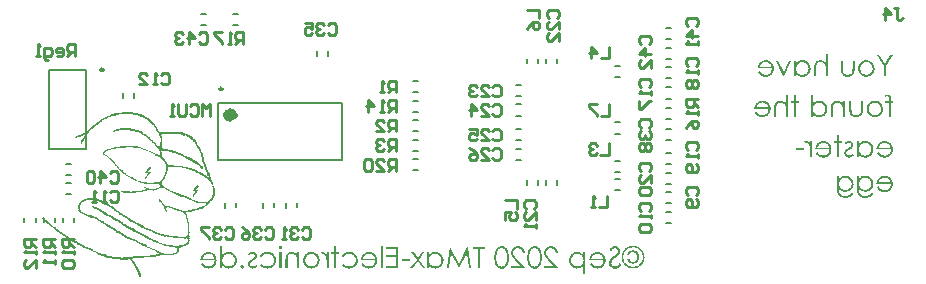
<source format=gbo>
%FSTAX23Y23*%
%MOIN*%
%SFA1B1*%

%IPPOS*%
%ADD10C,0.009843*%
%ADD11C,0.007874*%
%ADD14C,0.010000*%
%ADD58C,0.023622*%
%LNboard-1*%
%LPD*%
G36*
X02596Y04874D02*
X02596Y04875D01*
X02599Y04874*
X02599Y04875*
X02603Y04873*
X02603Y04875*
X02607Y04873*
X02607Y04874*
X02611Y04873*
X02611Y04874*
X02615Y04873*
X02615Y04874*
X02621Y04872*
X02622Y04873*
X02625Y04871*
X02626Y04872*
X02632Y0487*
X02632Y04871*
X02642Y04867*
X02642Y04869*
X02654Y04864*
X02654Y04863*
X02667Y04857*
X02666Y04856*
X02672Y04854*
X02672Y04852*
X02676Y04851*
X02675Y0485*
X02677Y04849*
X02677Y04848*
X02681Y04846*
X0268Y04845*
X02682Y04844*
X02682Y04843*
X02684Y04842*
X02684Y04841*
X02686Y0484*
X02686Y04839*
X02688Y04838*
X02688Y04836*
X0269Y04835*
X0269Y04834*
X02691Y04834*
X0269Y04833*
X02693Y04832*
X02692Y0483*
X02695Y04829*
X02694Y04828*
X02695Y04828*
X02695Y04827*
X02697Y04826*
X02697Y04824*
X02698Y04824*
X02697Y04823*
X02699Y04822*
X02698Y04821*
X027Y0482*
X027Y04819*
X02701Y04818*
X02701Y04817*
X02702Y04817*
X02701Y04816*
X02703Y04815*
X02702Y04814*
X02702Y04813*
X02704Y04812*
X02704Y04811*
X02705Y0481*
X02704Y04809*
X02711Y04806*
X02712Y04807*
X02714Y04806*
X02715Y04807*
X02717Y04806*
X02718Y04808*
X0272Y04807*
X0272Y04808*
X02724Y04806*
X02725Y04808*
X02727Y04807*
X02727Y04808*
X0273Y04807*
X0273Y04808*
X02733Y04807*
X02733Y04808*
X02737Y04807*
X02737Y04808*
X0274Y04807*
X0274Y04808*
X02742Y04807*
X02743Y04809*
X02745Y04808*
X02746Y04809*
X02748Y04808*
X02749Y04809*
X02752Y04808*
X02753Y04809*
X02755Y04808*
X02756Y04809*
X02758Y04808*
X02758Y04809*
X02767Y04806*
X02767Y04807*
X0277Y04806*
X0277Y04807*
X02771Y04807*
X02772Y04808*
X02777Y04806*
X02777Y04807*
X02782Y04805*
X02782Y04807*
X02789Y04804*
X0279Y04805*
X02805Y04799*
X02805Y04797*
X02814Y04794*
X02814Y04792*
X02819Y0479*
X02818Y04789*
X02821Y04788*
X0282Y04787*
X02823Y04786*
X02822Y04785*
X02824Y04784*
X02824Y04783*
X02826Y04782*
X02826Y04781*
X02828Y0478*
X02828Y04778*
X02829Y04778*
X02828Y04777*
X0283Y04776*
X02829Y04775*
X02832Y04774*
X02831Y04773*
X02832Y04772*
X02832Y04771*
X02831Y0477*
X02833Y0477*
X02832Y04768*
X02833Y04768*
X02833Y04767*
X02835Y04766*
X02835Y04765*
X02837Y04764*
X02837Y04762*
X02838Y04762*
X02837Y04761*
X0284Y0476*
X02839Y04759*
X02842Y04758*
X02841Y04756*
X02843Y04755*
X02843Y04754*
X02842Y04753*
X02845Y04752*
X02844Y04751*
X02846Y0475*
X02845Y04749*
X02845Y04748*
X02844Y04747*
X02847Y04746*
X02846Y04745*
X02846Y04744*
X02847Y04743*
X02846Y04742*
X0285Y0474*
X02849Y04739*
X02849Y04738*
X02851Y04737*
X02851Y04736*
X02852Y04735*
X02852Y04734*
X02851Y04733*
X02852Y04733*
X02852Y04731*
X02853Y04731*
X02852Y0473*
X02852Y04728*
X02853Y04728*
X02853Y04727*
X02854Y04726*
X02853Y04725*
X02855Y04725*
X02854Y04723*
X02854Y04722*
X02855Y04722*
X02854Y04721*
X02854Y04719*
X02855Y04719*
X02855Y04718*
X02856Y04717*
X02855Y04716*
X02856Y04716*
X02856Y04714*
X02855Y04713*
X02857Y04713*
X02856Y04712*
X02857Y04711*
X02857Y0471*
X02858Y04709*
X02858Y04708*
X02859Y04708*
X02858Y04706*
X0286Y04706*
X02859Y04705*
X0286Y04704*
X0286Y04703*
X02859Y04702*
X0286Y04701*
X0286Y047*
X02861Y047*
X02861Y04699*
X02862Y04698*
X02861Y04697*
X02861Y04696*
X02862Y04695*
X02862Y04694*
X02863Y04694*
X02862Y04692*
X02864Y04692*
X02863Y04691*
X02864Y0469*
X02864Y04689*
X02865Y04689*
X02864Y04687*
X02866Y04687*
X02865Y04686*
X02868Y04685*
X02867Y04684*
X02868Y04683*
X02868Y04682*
X02869Y04681*
X02868Y0468*
X0287Y0468*
X02869Y04679*
X0287Y04678*
X0287Y04677*
X02871Y04676*
X02871Y04675*
X02872Y04675*
X02871Y04674*
X02873Y04673*
X02872Y04672*
X02873Y04671*
X02873Y0467*
X02874Y0467*
X02873Y04668*
X02875Y04668*
X02874Y04667*
X02874Y04666*
X02875Y04665*
X02874Y04664*
X02876Y04663*
X02875Y04662*
X02875Y04661*
X02877Y0466*
X02877Y04659*
X02879Y04658*
X02878Y04657*
X02878Y04656*
X02877Y04654*
X02879Y04654*
X02878Y04653*
X02878Y04652*
X0288Y04651*
X0288Y04649*
X02882Y04648*
X02882Y04647*
X02883Y04647*
X02882Y04646*
X02883Y04645*
X02883Y04644*
X02884Y04643*
X02884Y04642*
X02885Y04642*
X02884Y04641*
X02886Y0464*
X02885Y04639*
X02886Y04638*
X02886Y04637*
X02887Y04637*
X02886Y04636*
X02888Y04635*
X02887Y04634*
X02887Y04633*
X02888Y04632*
X02887Y04631*
X02887Y0463*
X02888Y04629*
X02888Y04628*
X0289Y04627*
X0289Y04626*
X02889Y04625*
X0289Y04624*
X0289Y04623*
X02891Y04623*
X0289Y04621*
X02892Y04621*
X02891Y0462*
X02892Y04619*
X02892Y04618*
X02891Y04617*
X02893Y04616*
X02892Y04615*
X02892Y04614*
X02893Y04614*
X02892Y04612*
X02894Y04612*
X02893Y04611*
X02893Y04609*
X02894Y04609*
X02893Y04608*
X02893Y04607*
X02894Y04606*
X02894Y04605*
X02893Y04604*
X02893Y04603*
X02892Y04601*
X02892Y046*
X02891Y04599*
X02892Y04598*
X02892Y04597*
X02891Y04596*
X02891Y04595*
X0289Y04594*
X0289Y04593*
X02889Y04591*
X02889Y0459*
X02888Y04591*
X02887Y04589*
X02887Y04588*
X02886Y04587*
X02886Y04586*
X02885Y04585*
X02885Y04583*
X02884Y04584*
X02883Y04583*
X02883Y04582*
X02882Y04582*
X02881Y04581*
X02881Y0458*
X0288Y04578*
X02879Y04579*
X02878Y04578*
X02878Y04577*
X02877Y04577*
X02876Y04576*
X02876Y04575*
X02875Y04573*
X02875Y04572*
X02874Y04571*
X02873Y04572*
X02873Y0457*
X02872Y04569*
X02872Y04568*
X02871Y04567*
X0287Y04567*
X0287Y04566*
X02869Y04565*
X02868Y04565*
X02867Y04564*
X02867Y04563*
X02866Y04564*
X02865Y04562*
X02864Y04563*
X02864Y04562*
X02862Y04562*
X02862Y04561*
X02861Y0456*
X0286Y0456*
X0286Y04559*
X02859Y04558*
X02858Y04558*
X02858Y04557*
X02856Y04558*
X02856Y04556*
X02855Y04557*
X02854Y04556*
X02853Y04556*
X02853Y04555*
X02852Y04554*
X02851Y04554*
X0285Y04553*
X02849Y04554*
X02849Y04552*
X02848Y04553*
X02847Y04552*
X02845Y04553*
X02844Y04551*
X02843Y04552*
X02843Y04551*
X02841Y04551*
X02841Y0455*
X0284Y0455*
X02839Y04549*
X02838Y0455*
X02837Y04549*
X02835Y0455*
X02835Y04548*
X02833Y04549*
X02833Y04548*
X02831Y04549*
X0283Y04547*
X02828Y04548*
X02827Y04547*
X02827Y04546*
X02824Y04547*
X02824Y04546*
X02823Y04546*
X02822Y04545*
X0282Y04546*
X02819Y04545*
X02818Y04545*
X02818Y04544*
X02815Y04545*
X02815Y04544*
X02814Y04544*
X02813Y04543*
X02812Y04544*
X02811Y04542*
X02809Y04543*
X02809Y04542*
X02807Y04543*
X02807Y04542*
X02806Y04542*
X02805Y04541*
X02803Y04542*
X02802Y04541*
X02801Y04541*
X02801Y0454*
X02797Y04541*
X02797Y0454*
X02796Y04539*
X02796Y04538*
X02795Y04537*
X02798Y04536*
X02797Y04534*
X02798Y04534*
X02798Y04533*
X02797Y04532*
X02799Y04531*
X02798Y0453*
X02799Y04529*
X02799Y04528*
X028Y04528*
X02799Y04527*
X02799Y04525*
X028Y04525*
X028Y04524*
X02801Y04523*
X028Y04522*
X02802Y04521*
X02801Y0452*
X02801Y04519*
X02802Y04519*
X02801Y04517*
X02801Y04516*
X02802Y04516*
X02802Y04515*
X02803Y04514*
X02802Y04513*
X02803Y04512*
X02803Y04511*
X02803Y0451*
X02805Y04509*
X02804Y04508*
X02804Y04507*
X02805Y04506*
X02805Y04505*
X02804Y04504*
X02805Y04503*
X02805Y04502*
X02804Y04501*
X02806Y045*
X02805Y04499*
X02805Y04498*
X02806Y04498*
X02805Y04496*
X02805Y04495*
X02806Y04495*
X02806Y04494*
X02805Y04492*
X02806Y04492*
X02806Y04491*
X02805Y04489*
X02806Y04489*
X02806Y04488*
X02807Y04487*
X02807Y04486*
X02806Y04485*
X02807Y04484*
X02807Y04483*
X02806Y04482*
X02808Y04482*
X02807Y0448*
X02807Y04479*
X02808Y04479*
X02807Y04478*
X02807Y04476*
X02808Y04476*
X02808Y04475*
X02807Y04473*
X02807Y04472*
X02808Y04472*
X02807Y04471*
X02807Y04469*
X02808Y04469*
X02808Y04468*
X02807Y04467*
X02808Y04466*
X02808Y04465*
X02807Y04464*
X02809Y04463*
X02808Y04462*
X02808Y04461*
X02809Y0446*
X02808Y04459*
X02809Y04459*
X02809Y04458*
X02808Y04458*
X02807Y04457*
X02809Y04456*
X02808Y04455*
X02809Y04455*
X02809Y04453*
X02808Y04452*
X02808Y04451*
X02807Y0445*
X02809Y04449*
X02808Y04448*
X02808Y04447*
X02807Y04446*
X02807Y04445*
X02806Y04443*
X02806Y04442*
X02807Y04442*
X02806Y04441*
X02806Y04439*
X02805Y04438*
X02804Y04439*
X02804Y04437*
X02803Y04436*
X02803Y04435*
X02802Y04436*
X02801Y04434*
X02801Y04433*
X028Y04432*
X02798Y04433*
X02797Y04432*
X02797Y04431*
X02796Y04431*
X02795Y0443*
X02794Y0443*
X02793Y04429*
X02792Y0443*
X02792Y04428*
X02791Y04429*
X0279Y04428*
X02789Y04428*
X02788Y04427*
X02786Y04428*
X02786Y04427*
X02785Y04426*
X02783Y04427*
X02782Y04425*
X02781Y04426*
X02781Y04425*
X02779Y04425*
X02779Y04424*
X02778Y04424*
X02777Y04423*
X02777Y04422*
X02774Y04423*
X02774Y04422*
X02773Y04421*
X02772Y04421*
X02772Y0442*
X02771Y04419*
X02771Y04418*
X0277Y04416*
X02771Y04416*
X02771Y04415*
X0277Y04413*
X02772Y04413*
X02771Y04412*
X02771Y04411*
X0277Y04409*
X0277Y04408*
X02769Y04407*
X02769Y04406*
X02768Y04406*
X02767Y04405*
X02767Y04404*
X02765Y04404*
X02765Y04403*
X02764Y04402*
X02763Y04403*
X02763Y04401*
X02762Y04402*
X02761Y04401*
X02759Y04402*
X02758Y044*
X02757Y04401*
X02757Y044*
X02754Y04401*
X02754Y04399*
X02752Y044*
X02752Y04399*
X0275Y044*
X02749Y04399*
X02747Y04399*
X02746Y04398*
X02744Y04399*
X02743Y04398*
X02741Y04399*
X02741Y04398*
X02737Y04399*
X02736Y04398*
X02735Y04399*
X02735Y04397*
X02731Y04399*
X02731Y04398*
X02727Y04399*
X02727Y04398*
X02721Y044*
X0272Y04399*
X02717Y04401*
X02716Y04399*
X02714Y044*
X02713Y04399*
X02713Y04398*
X0271Y04399*
X0271Y04398*
X02709Y04398*
X02708Y04397*
X02708Y04396*
X02707Y04396*
X02706Y04395*
X02704Y04396*
X02703Y04395*
X02701Y04396*
X027Y04395*
X02698Y04396*
X02698Y04394*
X02695Y04395*
X02695Y04394*
X02694Y04395*
X02693Y04393*
X02689Y04395*
X02689Y04394*
X02688Y04394*
X02687Y04393*
X02684Y04394*
X02683Y04393*
X02681Y04394*
X0268Y04393*
X02678Y04394*
X02678Y04393*
X02676Y04393*
X02676Y04392*
X02673Y04393*
X02673Y04392*
X02671Y04393*
X0267Y04392*
X02669Y04392*
X02668Y04391*
X02666Y04392*
X02666Y04391*
X02663Y04392*
X02663Y0439*
X0266Y04391*
X0266Y0439*
X02657Y04391*
X02657Y0439*
X02656Y0439*
X02655Y04389*
X02654Y0439*
X02654Y04389*
X02649Y04391*
X02648Y04389*
X02645Y04391*
X02644Y0439*
X02642Y04391*
X02641Y04389*
X02639Y0439*
X02639Y04389*
X02636Y0439*
X02636Y04389*
X02635Y04389*
X02634Y04388*
X02632Y04389*
X02631Y04388*
X02629Y04389*
X02628Y04388*
X02626Y04389*
X02625Y04387*
X02622Y04389*
X02621Y04388*
X0262Y04388*
X0262Y04387*
X02619Y04388*
X02618Y04386*
X02618Y04385*
X02617Y04384*
X0262Y04383*
X02619Y04382*
X0262Y04381*
X0262Y0438*
X02622Y04379*
X02622Y04378*
X02623Y04377*
X02622Y04376*
X02624Y04376*
X02623Y04375*
X02624Y04374*
X02624Y04373*
X02626Y04372*
X02626Y04371*
X02627Y0437*
X02626Y04369*
X02628Y04369*
X02627Y04367*
X02628Y04367*
X02628Y04366*
X02629Y04365*
X02629Y04364*
X02631Y04363*
X0263Y04362*
X02632Y04361*
X02631Y0436*
X02633Y04359*
X02633Y04358*
X02634Y04358*
X02634Y04356*
X02635Y04356*
X02634Y04355*
X02636Y04354*
X02635Y04353*
X02638Y04352*
X02637Y04351*
X02638Y0435*
X02638Y04349*
X02639Y04349*
X02638Y04348*
X0264Y04347*
X02639Y04346*
X0264Y04345*
X0264Y04344*
X02641Y04344*
X02641Y04343*
X02642Y04342*
X02641Y04341*
X02643Y0434*
X02642Y04339*
X02643Y04339*
X02643Y04338*
X02644Y04337*
X02643Y04336*
X02643Y04335*
X02644Y04334*
X02644Y04333*
X02645Y04333*
X02644Y04331*
X02644Y0433*
X02645Y0433*
X02645Y04328*
X02644Y04327*
X02645Y04327*
X02645Y04326*
X02646Y04325*
X02646Y04324*
X02637Y04327*
X02638Y04329*
X02638Y0433*
X02637Y0433*
X02637Y04331*
X02636Y04332*
X02637Y04333*
X02637Y04334*
X02636Y04335*
X02637Y04336*
X02635Y04336*
X02636Y04338*
X02635Y04338*
X02635Y04339*
X02634Y0434*
X02634Y04341*
X02633Y04341*
X02634Y04343*
X02632Y04343*
X02633Y04344*
X02632Y04345*
X02632Y04346*
X02631Y04346*
X02632Y04348*
X0263Y04348*
X02631Y04349*
X0263Y0435*
X0263Y04351*
X02629Y04351*
X02629Y04353*
X02628Y04353*
X02629Y04354*
X02628Y04355*
X02628Y04356*
X02626Y04357*
X02626Y04358*
X02625Y04359*
X02625Y0436*
X02624Y0436*
X02625Y04361*
X02622Y04362*
X02623Y04364*
X02622Y04364*
X02622Y04365*
X02621Y04366*
X02621Y04367*
X0262Y04367*
X02621Y04369*
X02619Y04369*
X0262Y0437*
X02618Y04371*
X02618Y04372*
X02617Y04373*
X02617Y04374*
X02616Y04375*
X02617Y04376*
X02615Y04376*
X02616Y04378*
X02615Y04378*
X02615Y04379*
X02613Y0438*
X02613Y04381*
X02612Y04382*
X02613Y04383*
X02607Y04385*
X02606Y04384*
X02605Y04385*
X02604Y04384*
X02602Y04384*
X02602Y04383*
X02599Y04384*
X02599Y04383*
X02596Y04384*
X02596Y04383*
X02593Y04384*
X02593Y04383*
X02589Y04384*
X02589Y04383*
X02587Y04384*
X02586Y04383*
X02583Y04384*
X02582Y04383*
X02578Y04384*
X02578Y04383*
X02573Y04385*
X02573Y04384*
X02569Y04385*
X02569Y04384*
X02564Y04386*
X02563Y04385*
X02557Y04387*
X02557Y04386*
X02553Y04388*
X02553Y04386*
X02549Y04388*
X02549Y04387*
X02543Y04389*
X02542Y04388*
X02535Y04391*
X02535Y04389*
X02526Y04393*
X02526Y04392*
X02499Y04403*
X02499Y04404*
X0246Y0442*
X0246Y04421*
X02448Y04426*
X02449Y04427*
X02438Y04431*
X02439Y04433*
X0243Y04436*
X02431Y04437*
X02416Y04443*
X02417Y04444*
X02409Y04447*
X02409Y04449*
X02403Y04451*
X02404Y04452*
X02398Y04455*
X02398Y04456*
X02391Y04459*
X02391Y0446*
X02385Y04462*
X02386Y04464*
X02381Y04465*
X02382Y04467*
X02378Y04468*
X02379Y04469*
X02374Y04471*
X02374Y04472*
X02368Y04475*
X02369Y04476*
X02365Y04477*
X02366Y04479*
X02361Y04481*
X02361Y04482*
X02358Y04483*
X02358Y04484*
X02355Y04486*
X02355Y04487*
X02352Y04488*
X02352Y0449*
X0235Y04491*
X0235Y04492*
X02347Y04493*
X02347Y04494*
X02342Y04496*
X02343Y04498*
X02339Y04499*
X0234Y045*
X02335Y04502*
X02335Y04503*
X02332Y04505*
X02332Y04506*
X02326Y04508*
X02327Y0451*
X02323Y04511*
X02324Y04512*
X02321Y04513*
X02322Y04514*
X02318Y04516*
X02319Y04517*
X02316Y04518*
X02317Y04519*
X02316Y0452*
X02316Y04521*
X02317Y04522*
X02317Y04523*
X02318Y04524*
X02318Y04526*
X02322Y04524*
X02321Y04523*
X02322Y04522*
X02322Y04521*
X02324Y0452*
X02324Y04519*
X02327Y04518*
X02327Y04516*
X0233Y04515*
X0233Y04514*
X02335Y04512*
X02334Y04511*
X02338Y04509*
X02337Y04508*
X02339Y04508*
X02338Y04506*
X02343Y04504*
X02342Y04503*
X02346Y04502*
X02345Y04501*
X0235Y04499*
X0235Y04498*
X02353Y04496*
X02353Y04495*
X02356Y04493*
X02356Y04492*
X02361Y0449*
X0236Y04489*
X02363Y04488*
X02362Y04487*
X02367Y04485*
X02366Y04484*
X02371Y04482*
X02371Y04481*
X02377Y04478*
X02376Y04477*
X0238Y04476*
X02379Y04475*
X02384Y04473*
X02384Y04471*
X02388Y04469*
X02388Y04468*
X02394Y04466*
X02393Y04465*
X02399Y04462*
X02399Y04461*
X02404Y04459*
X02403Y04458*
X02409Y04456*
X02409Y04454*
X02423Y04449*
X02422Y04447*
X02432Y04444*
X02431Y04442*
X02439Y04439*
X02438Y04438*
X02449Y04434*
X02448Y04433*
X02455Y0443*
X02455Y04429*
X02456Y04428*
X02457Y04429*
X02458Y04429*
X02457Y04428*
X02484Y04417*
X02483Y04416*
X02525Y04399*
X02525Y044*
X02537Y04395*
X02538Y04397*
X02539Y04396*
X02538Y04395*
X0254Y04394*
X0254Y04396*
X02546Y04393*
X02547Y04394*
X02552Y04392*
X02553Y04393*
X02557Y04392*
X02557Y04393*
X02562Y04391*
X02562Y04392*
X02567Y0439*
X02568Y04392*
X02571Y0439*
X02572Y04391*
X02575Y0439*
X02576Y04391*
X02578Y0439*
X02578Y04391*
X02583Y04389*
X02584Y04391*
X02586Y0439*
X02587Y04391*
X02589Y0439*
X02589Y04391*
X02593Y0439*
X02594Y04391*
X02597Y04389*
X02598Y0439*
X026Y04389*
X026Y04391*
X02603Y0439*
X02603Y04391*
X02606Y0439*
X02606Y04391*
X02609Y0439*
X02609Y04391*
X02611Y0439*
X02612Y04392*
X02613Y04391*
X02614Y04392*
X02616Y04391*
X02616Y04393*
X02618Y04392*
X02618Y04393*
X02619Y04393*
X0262Y04394*
X02622Y04393*
X02623Y04394*
X02625Y04393*
X02626Y04394*
X02628Y04393*
X02628Y04395*
X02632Y04393*
X02632Y04394*
X02635Y04393*
X02635Y04395*
X02638Y04394*
X02638Y04395*
X02642Y04393*
X02642Y04395*
X02645Y04394*
X02645Y04395*
X02649Y04393*
X02649Y04395*
X02652Y04394*
X02652Y04395*
X02654Y04394*
X02655Y04395*
X02657Y04394*
X02658Y04395*
X0266Y04394*
X02661Y04395*
X02663Y04395*
X02663Y04396*
X02666Y04395*
X02666Y04396*
X02668Y04395*
X02668Y04397*
X02672Y04395*
X02672Y04396*
X02673Y04396*
X02674Y04397*
X02676Y04396*
X02677Y04397*
X02679Y04396*
X02679Y04398*
X02682Y04397*
X02682Y04398*
X02684Y04397*
X02684Y04399*
X02688Y04397*
X02688Y04398*
X02689Y04398*
X0269Y04399*
X02692Y04398*
X02693Y04399*
X02695Y04398*
X02695Y04399*
X02697Y04399*
X02697Y044*
X027Y04399*
X027Y044*
X02702Y04399*
X02703Y04401*
X02704Y044*
X02705Y04401*
X02706Y04401*
X02706Y04402*
X02707Y04403*
X02707Y04404*
X02695Y04409*
X02696Y0441*
X02662Y04424*
X02663Y04425*
X02644Y04433*
X02644Y04434*
X02632Y04439*
X02633Y0444*
X02596Y04455*
X02596Y04456*
X02588Y04459*
X02589Y04461*
X02583Y04463*
X02583Y04464*
X02577Y04467*
X02578Y04468*
X02569Y04471*
X0257Y04472*
X0256Y04476*
X02561Y04477*
X02553Y0448*
X02554Y04482*
X02548Y04484*
X02548Y04485*
X02541Y04488*
X02542Y04489*
X02536Y04492*
X02536Y04493*
X02532Y04495*
X02532Y04496*
X02527Y04498*
X02528Y04499*
X02523Y04501*
X02523Y04502*
X02516Y04505*
X02517Y04506*
X0251Y04509*
X0251Y0451*
X02497Y04516*
X02498Y04517*
X0248Y04524*
X02479Y04523*
X02445Y04537*
X02445Y04538*
X02443Y04539*
X02443Y0454*
X02442Y04541*
X02442Y04542*
X02439Y04543*
X02439Y04544*
X02438Y04545*
X02439Y04546*
X02437Y04547*
X02438Y04548*
X02438Y04549*
X02437Y04549*
X02438Y04551*
X02437Y04551*
X02437Y04552*
X02436Y04553*
X02436Y04554*
X02437Y04555*
X02436Y04556*
X02436Y04557*
X02437Y04558*
X02435Y04559*
X02436Y0456*
X02436Y04561*
X02437Y04562*
X02436Y04563*
X02436Y04564*
X02437Y04565*
X02437Y04566*
X02438Y04567*
X02439Y04567*
X02439Y04568*
X0244Y04569*
X0244Y0457*
X02441Y04572*
X02441Y04573*
X02442Y04572*
X02443Y04574*
X02443Y04575*
X02444Y04576*
X02445Y04575*
X02445Y04577*
X02446Y04578*
X02447Y04577*
X02448Y04579*
X02449Y04578*
X02449Y04579*
X0245Y0458*
X02451Y0458*
X02451Y04581*
X02453Y04581*
X02453Y04582*
X02454Y04583*
X02455Y04583*
X02455Y04584*
X02456Y04583*
X02457Y04584*
X02458Y04584*
X02459Y04585*
X0246Y04585*
X0246Y04586*
X02463Y04585*
X02463Y04586*
X02464Y04586*
X02465Y04587*
X02467Y04586*
X02468Y04587*
X02469Y04587*
X02469Y04588*
X02472Y04587*
X02472Y04588*
X02475Y04587*
X02475Y04588*
X02477Y04587*
X02478Y04588*
X0248Y04588*
X02481Y04589*
X02486Y04587*
X02486Y04588*
X0249Y04587*
X0249Y04588*
X02494Y04586*
X02494Y04587*
X02518Y04578*
X02518Y04577*
X02534Y0457*
X02534Y04569*
X02547Y04563*
X02546Y04562*
X02552Y0456*
X02552Y04559*
X02557Y04557*
X02556Y04556*
X0256Y04554*
X02559Y04553*
X02563Y04551*
X02562Y0455*
X02565Y04549*
X02564Y04548*
X02569Y04546*
X02569Y04545*
X02576Y04542*
X02575Y04541*
X0258Y04539*
X02579Y04538*
X02584Y04536*
X02584Y04535*
X0259Y04532*
X02589Y04531*
X02596Y04528*
X02596Y04527*
X02602Y04525*
X02601Y04523*
X02609Y0452*
X02608Y04519*
X02618Y04515*
X02617Y04514*
X02625Y04511*
X02625Y0451*
X02633Y04506*
X02633Y04505*
X02644Y04501*
X02643Y045*
X02656Y04494*
X02656Y04493*
X02682Y04483*
X02681Y04481*
X0272Y04466*
X0272Y04467*
X0273Y04463*
X0273Y04464*
X02735Y04463*
X02735Y04464*
X02741Y04461*
X02742Y04463*
X02746Y04461*
X02747Y04462*
X02752Y0446*
X02752Y04461*
X02756Y0446*
X02756Y04461*
X0276Y04459*
X0276Y04461*
X02765Y04459*
X02766Y0446*
X02769Y04458*
X0277Y0446*
X02773Y04458*
X02774Y04459*
X02777Y04458*
X02778Y04459*
X02781Y04458*
X02782Y04459*
X02784Y04458*
X02785Y04459*
X02788Y04458*
X02789Y04459*
X0279Y04458*
X0279Y04459*
X02794Y04458*
X02794Y04459*
X02796Y04459*
X02796Y0446*
X02797Y04459*
X02798Y04461*
X02799Y0446*
X02799Y04461*
X028Y04463*
X028Y04464*
X02801Y04465*
X02801Y04466*
X02802Y04467*
X02802Y04469*
X02803Y0447*
X02802Y0447*
X02802Y04471*
X02803Y04473*
X02803Y04474*
X02802Y04474*
X02802Y04475*
X02803Y04477*
X02802Y04477*
X02802Y04478*
X02803Y04479*
X02803Y04481*
X02802Y04481*
X02802Y04482*
X02803Y04484*
X02802Y04484*
X02802Y04485*
X02803Y04486*
X02801Y04487*
X02802Y04488*
X02802Y04489*
X02801Y0449*
X02802Y04491*
X02802Y04492*
X02801Y04493*
X02802Y04494*
X02802Y04495*
X02802Y04496*
X02801Y04497*
X02802Y04498*
X02802Y04499*
X02801Y045*
X02802Y04501*
X02802Y04502*
X02801Y04502*
X02801Y04504*
X02802Y04505*
X02801Y04505*
X02801Y04506*
X028Y04507*
X028Y04508*
X02801Y04509*
X028Y0451*
X028Y04511*
X02799Y04511*
X02799Y04513*
X02798Y04513*
X02799Y04514*
X02799Y04516*
X02798Y04516*
X02798Y04517*
X02797Y04518*
X02798Y04519*
X02797Y04519*
X02797Y04521*
X02798Y04522*
X02796Y04522*
X02797Y04523*
X02796Y04524*
X02796Y04525*
X02795Y04526*
X02795Y04527*
X02796Y04528*
X02795Y04528*
X02795Y0453*
X02794Y0453*
X02794Y04531*
X02793Y04532*
X02794Y04533*
X02793Y04533*
X02793Y04535*
X02792Y04535*
X02792Y04536*
X0279Y04537*
X0279Y04538*
X0277Y04547*
X0277Y04545*
X02746Y04555*
X02745Y04554*
X02736Y04558*
X02735Y04557*
X02733Y04558*
X02733Y04556*
X02731Y04557*
X02731Y04556*
X0273Y04554*
X0273Y04553*
X02729Y04552*
X02729Y04551*
X0273Y0455*
X0273Y04549*
X02731Y04549*
X0273Y04548*
X02732Y04547*
X02731Y04546*
X02732Y04545*
X02732Y04544*
X02733Y04544*
X02732Y04542*
X02732Y04541*
X02731Y0454*
X02728Y04542*
X02728Y04543*
X02727Y04543*
X02728Y04544*
X02727Y04545*
X02727Y04546*
X02726Y04547*
X02726Y04548*
X02725Y04548*
X02726Y04549*
X02724Y0455*
X02725Y04551*
X02724Y04552*
X02724Y04553*
X02723Y04553*
X02723Y04554*
X02724Y04556*
X02723Y04556*
X02723Y04557*
X02722Y04558*
X02722Y04559*
X02721Y04559*
X02722Y04561*
X02721Y04561*
X02721Y04562*
X02719Y04563*
X02719Y04564*
X02718Y04565*
X02718Y04566*
X02716Y04567*
X02717Y04568*
X02715Y04569*
X02716Y0457*
X02713Y04571*
X02714Y04572*
X02713Y04573*
X02713Y04574*
X0271Y04575*
X0271Y04576*
X02707Y04578*
X02707Y04579*
X02706Y0458*
X02706Y04581*
X02704Y04582*
X02704Y04583*
X02705Y04584*
X02706Y04584*
X02707Y04585*
X02709Y04584*
X02708Y04583*
X02711Y04582*
X0271Y04581*
X02713Y0458*
X02712Y04578*
X02715Y04577*
X02714Y04576*
X02717Y04575*
X02716Y04574*
X02718Y04573*
X02718Y04572*
X0272Y04571*
X0272Y0457*
X02721Y04569*
X02721Y04568*
X02723Y04567*
X02723Y04566*
X02724Y04565*
X02723Y04564*
X02733Y0456*
X02733Y04562*
X02739Y04559*
X0274Y0456*
X02749Y04557*
X0275Y04558*
X02769Y0455*
X02769Y04551*
X02785Y04545*
X02785Y04546*
X0279Y04544*
X0279Y04545*
X02794Y04544*
X02795Y04545*
X02797Y04544*
X02797Y04545*
X028Y04544*
X028Y04546*
X02801Y04547*
X02803Y04546*
X02804Y04547*
X02806Y04546*
X02806Y04547*
X02808Y04547*
X02808Y04548*
X02811Y04547*
X02811Y04548*
X02811Y04549*
X02814Y04548*
X02814Y0455*
X02816Y04549*
X02816Y0455*
X02818Y04549*
X02819Y04551*
X0282Y0455*
X02821Y04551*
X02822Y04551*
X02822Y04552*
X02825Y04551*
X02825Y04552*
X02826Y04552*
X02827Y04553*
X02829Y04552*
X0283Y04553*
X02831Y04553*
X02831Y04554*
X02834Y04553*
X02834Y04554*
X02835Y04554*
X02836Y04555*
X02836Y04556*
X02838Y04555*
X02838Y04557*
X0284Y04556*
X02841Y04557*
X02842Y04556*
X02843Y04558*
X02844Y04557*
X02844Y04558*
X02845Y04558*
X02846Y04559*
X02847Y04559*
X02848Y0456*
X02849Y04559*
X02849Y0456*
X0285Y0456*
X02851Y04561*
X02852Y04561*
X02853Y04562*
X02854Y04561*
X02854Y04563*
X02855Y04562*
X02856Y04563*
X02857Y04563*
X02858Y04564*
X02858Y04565*
X02859Y04565*
X0286Y04566*
X02861Y04565*
X02861Y04567*
X02862Y04568*
X02862Y04569*
X02863Y0457*
X02858Y04572*
X02858Y04571*
X02855Y04572*
X02855Y04571*
X02851Y04572*
X02851Y04571*
X02848Y04572*
X02848Y04571*
X02844Y04572*
X02844Y04571*
X02839Y04573*
X02839Y04572*
X02834Y04574*
X02833Y04572*
X02781Y04594*
X0278Y04592*
X02752Y04604*
X02752Y04605*
X02739Y0461*
X0274Y04612*
X02732Y04615*
X02733Y04616*
X02726Y04619*
X02726Y0462*
X02714Y04625*
X02714Y04623*
X02713Y04624*
X02712Y04623*
X02712Y04622*
X02711Y04622*
X0271Y04621*
X02709Y04621*
X02708Y0462*
X02707Y04621*
X02707Y04619*
X02706Y0462*
X02705Y04619*
X02704Y04619*
X02703Y04618*
X02702Y04618*
X02702Y04617*
X02701Y04618*
X027Y04617*
X02699Y04617*
X02698Y04616*
X02697Y04616*
X02697Y04615*
X02694Y04616*
X02694Y04615*
X02693Y04615*
X02692Y04614*
X02691Y04615*
X0269Y04614*
X02688Y04614*
X02688Y04613*
X02684Y04615*
X02684Y04614*
X0268Y04615*
X02679Y04614*
X02676Y04615*
X02675Y04614*
X02673Y04615*
X02673Y04614*
X0267Y04615*
X0267Y04614*
X02667Y04615*
X02667Y04613*
X02666Y04614*
X02665Y04613*
X02664Y04613*
X02663Y04612*
X02662Y04612*
X02662Y04611*
X02659Y04612*
X02659Y04611*
X02658Y04611*
X02657Y0461*
X02656Y04611*
X02656Y0461*
X02653Y04611*
X02653Y04609*
X0265Y0461*
X0265Y04609*
X02647Y0461*
X02647Y04609*
X02645Y0461*
X02644Y04609*
X02643Y04609*
X02642Y04608*
X0264Y04609*
X0264Y04608*
X02637Y04609*
X02637Y04607*
X02634Y04608*
X02634Y04607*
X02633Y04608*
X02632Y04607*
X0263Y04608*
X02629Y04606*
X02628Y04607*
X02628Y04606*
X02625Y04607*
X02625Y04605*
X02622Y04606*
X02622Y04605*
X0262Y04606*
X02619Y04605*
X02617Y04606*
X02616Y04605*
X02614Y04606*
X02613Y04604*
X0261Y04606*
X02609Y04605*
X02607Y04606*
X02606Y04605*
X02603Y04606*
X02602Y04605*
X02598Y04607*
X02597Y04605*
X02592Y04607*
X02592Y04606*
X02588Y04608*
X02588Y04606*
X02582Y04609*
X02581Y04608*
X02579Y04609*
X02579Y0461*
X02578Y0461*
X02579Y04612*
X02579Y04613*
X02582Y04612*
X02582Y04613*
X02587Y04611*
X02587Y04612*
X02592Y0461*
X02593Y04611*
X02599Y04609*
X02599Y0461*
X02603Y04609*
X02603Y0461*
X02607Y04609*
X02607Y0461*
X02611Y04608*
X02611Y04609*
X02614Y04609*
X02614Y0461*
X02616Y04609*
X02617Y0461*
X02618Y04609*
X02619Y04611*
X02621Y0461*
X02621Y04611*
X02624Y0461*
X02624Y04611*
X02627Y0461*
X02627Y04611*
X0263Y0461*
X0263Y04612*
X02632Y04611*
X02633Y04612*
X02635Y04611*
X02636Y04612*
X02638Y04611*
X02639Y04612*
X0264Y04612*
X0264Y04613*
X02643Y04612*
X02643Y04613*
X02646Y04612*
X02646Y04613*
X02647Y04613*
X02648Y04614*
X02649Y04614*
X02649Y04615*
X02652Y04614*
X02652Y04615*
X02655Y04614*
X02655Y04615*
X02656Y04615*
X02657Y04616*
X02659Y04615*
X0266Y04616*
X0266Y04617*
X02661Y04619*
X02661Y0462*
X0266Y0462*
X0266Y04621*
X02654Y04624*
X02655Y04625*
X02655Y04626*
X02657Y04626*
X02657Y04627*
X02659Y04626*
X02659Y04625*
X02677Y04618*
X02677Y04619*
X02681Y04617*
X02681Y04619*
X02685Y04617*
X02685Y04618*
X02688Y04617*
X02688Y04619*
X0269Y04618*
X0269Y04619*
X02692Y04618*
X02693Y04619*
X02694Y04619*
X02695Y0462*
X02696Y0462*
X02696Y04621*
X02699Y0462*
X02699Y04621*
X027Y04622*
X02702Y04621*
X02702Y04623*
X02705Y04622*
X02705Y04623*
X02706Y04624*
X02707Y04623*
X02707Y04625*
X02708Y04626*
X02708Y04627*
X02709Y04628*
X02709Y04629*
X0271Y04631*
X0271Y04632*
X02709Y04632*
X0271Y04633*
X02701Y04637*
X02701Y04636*
X02698Y04637*
X02698Y04635*
X02696Y04636*
X02695Y04635*
X02693Y04636*
X02692Y04635*
X0269Y04636*
X02689Y04635*
X02687Y04636*
X02686Y04635*
X02684Y04635*
X02684Y04634*
X02681Y04635*
X02681Y04634*
X02677Y04636*
X02677Y04634*
X02673Y04636*
X02673Y04635*
X02669Y04636*
X02669Y04635*
X02664Y04637*
X02663Y04636*
X02659Y04637*
X02658Y04636*
X02651Y04639*
X0265Y04638*
X02644Y0464*
X02644Y04639*
X02617Y0465*
X02617Y04651*
X02616Y04652*
X02615Y04651*
X02614Y04651*
X02615Y04652*
X02608Y04655*
X02608Y04657*
X02601Y04659*
X02601Y04661*
X02597Y04663*
X02597Y04664*
X02594Y04665*
X02594Y04666*
X02589Y04668*
X0259Y04669*
X02585Y04671*
X02585Y04673*
X02581Y04675*
X02581Y04676*
X02579Y04677*
X02579Y04678*
X02577Y04679*
X02577Y0468*
X02574Y04681*
X02574Y04683*
X02571Y04684*
X02571Y04685*
X02569Y04686*
X02569Y04687*
X02567Y04688*
X02567Y0469*
X02565Y04691*
X02565Y04692*
X02563Y04693*
X02564Y04694*
X02561Y04695*
X02562Y04696*
X02559Y04697*
X0256Y04698*
X02557Y04699*
X02558Y047*
X02555Y04701*
X02556Y04703*
X02554Y04703*
X02554Y04705*
X02552Y04706*
X02552Y04707*
X0255Y04708*
X0255Y04709*
X02548Y0471*
X02548Y04711*
X02546Y04712*
X02546Y04713*
X02544Y04714*
X02545Y04715*
X02541Y04717*
X02541Y04718*
X02539Y04719*
X0254Y0472*
X02537Y04721*
X02538Y04722*
X02534Y04724*
X02535Y04725*
X02523Y0473*
X02523Y04731*
X0252Y04732*
X0252Y04734*
X02519Y04734*
X02519Y04735*
X02518Y04736*
X02519Y04737*
X02519Y04738*
X0252Y04739*
X0252Y04741*
X02521Y04742*
X02522Y04741*
X02522Y04742*
X02523Y04744*
X02524Y04743*
X02524Y04744*
X02525Y04746*
X02525Y04747*
X02526Y04746*
X02527Y04747*
X02528Y04747*
X02529Y04748*
X0253Y04748*
X0253Y04749*
X02532Y04748*
X02532Y0475*
X02533Y04749*
X02534Y0475*
X02535Y0475*
X02535Y04751*
X02537Y04751*
X02537Y04752*
X02538Y04751*
X02539Y04752*
X0254Y04752*
X0254Y04753*
X02543Y04752*
X02543Y04753*
X02544Y04753*
X02545Y04754*
X02547Y04753*
X02548Y04754*
X02549Y04754*
X02549Y04755*
X02551Y04755*
X02551Y04756*
X02553Y04755*
X02554Y04756*
X02555Y04756*
X02556Y04757*
X02558Y04756*
X02559Y04757*
X0256Y04756*
X0256Y04758*
X02561Y04757*
X02562Y04758*
X02565Y04757*
X02566Y04758*
X02567Y04758*
X02568Y04759*
X0257Y04758*
X0257Y04759*
X02573Y04758*
X02573Y04759*
X02575Y04759*
X02575Y0476*
X02577Y04759*
X02578Y0476*
X0258Y04759*
X02581Y0476*
X02583Y04759*
X02584Y04761*
X02586Y0476*
X02586Y04761*
X02589Y0476*
X02589Y04761*
X02592Y0476*
X02592Y04761*
X02596Y0476*
X02596Y04761*
X02599Y0476*
X02599Y04761*
X02603Y0476*
X02603Y04761*
X02607Y0476*
X02607Y04761*
X0261Y0476*
X0261Y04761*
X02612Y0476*
X02613Y04761*
X02617Y0476*
X02617Y04761*
X02621Y0476*
X02621Y04761*
X02623Y0476*
X02624Y04761*
X02629Y04759*
X02629Y0476*
X02634Y04758*
X02634Y0476*
X0264Y04757*
X02641Y04758*
X02649Y04755*
X0265Y04756*
X02683Y04743*
X02683Y04741*
X02697Y04736*
X02696Y04734*
X02708Y0473*
X02709Y04731*
X02709Y04732*
X0271Y04733*
X0271Y04734*
X02711Y04736*
X02708Y04737*
X02709Y04738*
X02709Y04739*
X02708Y04739*
X02709Y04741*
X02709Y04742*
X02708Y04742*
X02708Y04744*
X02707Y04744*
X02708Y04745*
X02706Y04746*
X02707Y04747*
X02706Y04747*
X02706Y04749*
X02705Y04749*
X02705Y0475*
X02703Y04751*
X02704Y04752*
X02702Y04753*
X02703Y04754*
X02701Y04755*
X02701Y04756*
X02699Y04757*
X02699Y04758*
X02696Y0476*
X02696Y04761*
X02694Y04762*
X02694Y04763*
X02692Y04764*
X02692Y04765*
X02691Y04766*
X02691Y04767*
X02688Y04768*
X02688Y0477*
X02686Y04771*
X02686Y04772*
X02683Y04773*
X02683Y04774*
X02681Y04775*
X02681Y04777*
X02679Y04778*
X0268Y04779*
X02676Y0478*
X02676Y04781*
X02673Y04783*
X02673Y04784*
X02671Y04785*
X02671Y04786*
X02669Y04787*
X0267Y04788*
X02666Y0479*
X02666Y04791*
X02661Y04793*
X02661Y04795*
X02656Y04796*
X02657Y04798*
X02644Y04803*
X02644Y04804*
X02642Y04805*
X02641Y04804*
X02638Y04805*
X02638Y04807*
X02635Y04808*
X02634Y04807*
X0262Y04813*
X02619Y04811*
X02612Y04814*
X02612Y04813*
X02607Y04815*
X02606Y04814*
X02603Y04815*
X02602Y04814*
X02598Y04816*
X02597Y04815*
X02592Y04817*
X02592Y04816*
X02588Y04817*
X02588Y04816*
X02587Y04816*
X02586Y04815*
X02583Y04817*
X02582Y04815*
X0258Y04816*
X02579Y04815*
X02578Y04816*
X02578Y04814*
X02575Y04815*
X02575Y04814*
X02572Y04815*
X02572Y04814*
X02571Y04814*
X0257Y04813*
X02569Y04814*
X02568Y04813*
X02567Y04813*
X02567Y04812*
X02566Y04812*
X02565Y04811*
X02563Y04812*
X02562Y04811*
X02561Y04811*
X02561Y0481*
X02559Y04811*
X02559Y04809*
X02558Y0481*
X02557Y04809*
X02555Y0481*
X02554Y04808*
X02552Y04809*
X02552Y04808*
X0255Y04809*
X02551Y0481*
X02551Y04811*
X02552Y04812*
X02553Y04812*
X02553Y04813*
X02554Y04814*
X02555Y04814*
X02556Y04815*
X02557Y04814*
X02557Y04816*
X02558Y04815*
X02559Y04816*
X02561Y04815*
X02562Y04817*
X02563Y04816*
X02563Y04817*
X02566Y04816*
X02566Y04818*
X02568Y04817*
X02568Y04818*
X02569Y04818*
X0257Y04819*
X02572Y04818*
X02573Y04819*
X02574Y04819*
X02574Y0482*
X02577Y04819*
X02577Y0482*
X02579Y04819*
X0258Y0482*
X02582Y04819*
X02583Y04821*
X02585Y0482*
X02586Y04821*
X02589Y04819*
X0259Y04821*
X02592Y0482*
X02593Y04821*
X02595Y0482*
X02595Y04821*
X02599Y0482*
X026Y04821*
X02604Y04819*
X02605Y0482*
X02608Y04819*
X02609Y0482*
X02614Y04818*
X02614Y04819*
X02622Y04816*
X02623Y04817*
X02634Y04813*
X02634Y04814*
X02651Y04807*
X0265Y04806*
X0266Y04802*
X02659Y04801*
X02665Y04798*
X02665Y04797*
X02668Y04796*
X02668Y04794*
X02672Y04793*
X02671Y04792*
X02676Y0479*
X02675Y04789*
X02678Y04788*
X02677Y04787*
X0268Y04786*
X02679Y04784*
X02682Y04783*
X02681Y04782*
X02685Y04781*
X02684Y0478*
X02687Y04779*
X02686Y04777*
X0269Y04776*
X02689Y04775*
X02691Y04774*
X02691Y04773*
X02693Y04772*
X02693Y04771*
X02695Y0477*
X02695Y04768*
X02697Y04767*
X02697Y04766*
X027Y04765*
X027Y04764*
X02702Y04763*
X02702Y04761*
X02704Y0476*
X02704Y04759*
X02706Y04758*
X02706Y04757*
X02708Y04756*
X02708Y04757*
X02709Y04759*
X02709Y0476*
X0271Y04761*
X02709Y04761*
X02709Y04763*
X0271Y04764*
X0271Y04765*
X02711Y04766*
X02709Y04767*
X0271Y04768*
X0271Y04769*
X02709Y0477*
X0271Y04771*
X0271Y04772*
X02711Y04773*
X02709Y04774*
X0271Y04775*
X0271Y04776*
X02711Y04777*
X0271Y04778*
X0271Y04779*
X02711Y0478*
X02711Y04781*
X0271Y04782*
X0271Y04783*
X02711Y04784*
X0271Y04785*
X0271Y04786*
X02711Y04787*
X02709Y04787*
X0271Y04789*
X02709Y04789*
X02709Y0479*
X0271Y04791*
X02709Y04792*
X02709Y04793*
X02708Y04794*
X02708Y04795*
X02709Y04796*
X02706Y04797*
X02707Y04798*
X02706Y04799*
X02706Y048*
X02705Y048*
X02705Y04802*
X02704Y04802*
X02705Y04803*
X02704Y04804*
X02704Y04805*
X02702Y04806*
X02702Y04807*
X02701Y04808*
X02701Y04809*
X02699Y0481*
X027Y04811*
X02698Y04811*
X02699Y04813*
X02696Y04813*
X02697Y04815*
X02696Y04815*
X02696Y04816*
X02694Y04817*
X02694Y04819*
X02693Y04819*
X02694Y0482*
X02692Y04821*
X02693Y04822*
X02692Y04822*
X02692Y04824*
X0269Y04824*
X0269Y04826*
X02688Y04827*
X02688Y04828*
X02687Y04828*
X02688Y0483*
X02685Y0483*
X02686Y04832*
X02685Y04832*
X02685Y04833*
X02681Y04835*
X02682Y04836*
X0268Y04837*
X0268Y04838*
X02676Y0484*
X02677Y04841*
X02675Y04842*
X02675Y04843*
X02673Y04844*
X02673Y04845*
X02668Y04847*
X02669Y04848*
X02663Y04851*
X02663Y04852*
X02655Y04855*
X02656Y04856*
X02633Y04866*
X02632Y04864*
X02628Y04866*
X02627Y04865*
X02621Y04867*
X02621Y04866*
X02616Y04868*
X02615Y04867*
X02612Y04868*
X02611Y04867*
X02608Y04869*
X02607Y04867*
X02605Y04868*
X02604Y04867*
X02601Y04869*
X026Y04868*
X02597Y04869*
X02596Y04868*
X02594Y04869*
X02593Y04868*
X0259Y04869*
X02589Y04868*
X02587Y04869*
X02587Y04868*
X02584Y04869*
X02584Y04867*
X02581Y04868*
X02581Y04867*
X02578Y04868*
X02578Y04867*
X02576Y04868*
X02575Y04867*
X02573Y04868*
X02572Y04866*
X0257Y04867*
X02569Y04866*
X02568Y04867*
X02568Y04865*
X02567Y04866*
X02566Y04865*
X02565Y04865*
X02564Y04864*
X02563Y04865*
X02563Y04863*
X0256Y04864*
X0256Y04863*
X02559Y04864*
X02558Y04862*
X02557Y04863*
X02556Y04862*
X02555Y04862*
X02555Y04861*
X02552Y04862*
X02552Y04861*
X0255Y04862*
X02549Y04861*
X02548Y04861*
X02547Y0486*
X02546Y0486*
X02546Y04859*
X02545Y0486*
X02544Y04858*
X02543Y04859*
X02542Y04858*
X0254Y04859*
X0254Y04857*
X02538Y04858*
X02538Y04857*
X02537Y04857*
X02536Y04856*
X02535Y04857*
X02535Y04855*
X02533Y04856*
X02533Y04855*
X02532Y04853*
X02531Y04854*
X02531Y04853*
X02529Y04853*
X02529Y04852*
X02528Y04853*
X02527Y04851*
X02526Y04852*
X02526Y04851*
X02524Y04851*
X02524Y0485*
X02523Y0485*
X02522Y04849*
X02521Y0485*
X02521Y04848*
X0252Y04847*
X02519Y04848*
X02518Y04847*
X02517Y04847*
X02517Y04846*
X02516Y04845*
X02515Y04845*
X02515Y04844*
X02514Y04843*
X02513Y04843*
X02513Y04842*
X02511Y04843*
X02511Y04841*
X0251Y04842*
X02509Y04841*
X02509Y04839*
X02507Y0484*
X02507Y04839*
X02507Y04838*
X02505Y04838*
X02505Y04837*
X02504Y04837*
X02503Y04836*
X02503Y04835*
X02502Y04835*
X02501Y04834*
X02501Y04833*
X02499Y04834*
X02499Y04832*
X02498Y04831*
X02497Y04832*
X02497Y0483*
X02496Y04829*
X02495Y0483*
X02495Y04829*
X02494Y04827*
X02493Y04828*
X02492Y04827*
X02492Y04825*
X02491Y04826*
X0249Y04825*
X0249Y04824*
X02489Y04824*
X02488Y04823*
X02487Y04823*
X02486Y04822*
X02486Y04821*
X02485Y0482*
X02484Y0482*
X02484Y04819*
X02483Y04818*
X02482Y04818*
X02482Y04817*
X0248Y04818*
X0248Y04816*
X02479Y04815*
X02478Y04816*
X02478Y04814*
X02477Y04815*
X02476Y04814*
X02476Y04813*
X02475Y04811*
X02474Y04812*
X02473Y04811*
X02473Y04809*
X02473Y04808*
X02472Y04807*
X02471Y04808*
X0247Y04806*
X0247Y04805*
X02469Y04804*
X02469Y04803*
X02468Y04803*
X02467Y04802*
X02467Y04801*
X02466Y048*
X02466Y04799*
X02465Y04797*
X02465Y04796*
X02464Y04797*
X02463Y04795*
X02463Y04794*
X02462Y04793*
X02462Y04792*
X02461Y04792*
X0246Y04791*
X0246Y0479*
X02459Y04789*
X02459Y04788*
X02458Y04786*
X02458Y04785*
X02457Y04784*
X02456Y04784*
X02455Y04783*
X02455Y04782*
X02455Y04781*
X02454Y0478*
X02454Y04779*
X02453Y04777*
X02452Y04778*
X02451Y04777*
X02451Y04775*
X0245Y04774*
X0245Y04773*
X02449Y04772*
X02449Y04771*
X02449Y04769*
X02447Y0477*
X02447Y04769*
X02444Y0477*
X02445Y04771*
X02444Y04771*
X02444Y04773*
X02445Y04774*
X02445Y04775*
X02446Y04776*
X02446Y04777*
X02447Y04779*
X02447Y0478*
X02448Y04781*
X02449Y0478*
X02449Y04782*
X0245Y04783*
X0245Y04784*
X02451Y04785*
X02451Y04786*
X02452Y04786*
X02453Y04787*
X02453Y04788*
X02454Y0479*
X02455Y04789*
X02456Y0479*
X02456Y04791*
X02456Y04793*
X02457Y04794*
X02457Y04795*
X02458Y04796*
X02458Y04797*
X02455Y04799*
X02454Y04798*
X02453Y04798*
X02453Y04797*
X02451Y04797*
X02451Y04796*
X0245Y04797*
X02449Y04795*
X02448Y04796*
X02448Y04795*
X02446Y04795*
X02446Y04794*
X02445Y04795*
X02444Y04793*
X02442Y04794*
X02441Y04793*
X0244Y04794*
X0244Y04792*
X02439Y04793*
X02438Y04792*
X02437Y04792*
X02436Y04791*
X02435Y04791*
X02435Y0479*
X02434Y04791*
X02433Y0479*
X02432Y0479*
X02431Y04789*
X0243Y04789*
X0243Y04788*
X02429Y04789*
X02428Y04787*
X02427Y04788*
X02426Y04787*
X02424Y04788*
X02424Y04789*
X02425Y0479*
X02425Y04791*
X02426Y04792*
X02427Y04792*
X02428Y04793*
X02429Y04793*
X02429Y04794*
X0243Y04793*
X02431Y04795*
X02432Y04794*
X02433Y04795*
X02434Y04795*
X02434Y04796*
X02435Y04796*
X02436Y04797*
X02437Y04796*
X02438Y04797*
X0244Y04796*
X02441Y04798*
X02442Y04797*
X02442Y04798*
X02443Y04798*
X02444Y04799*
X02445Y04799*
X02446Y048*
X02446Y04801*
X02447Y04801*
X02448Y04802*
X02449Y04801*
X02449Y04802*
X02451Y04802*
X02451Y04803*
X02452Y04803*
X02453Y04804*
X02454Y04803*
X02454Y04805*
X02457Y04804*
X02457Y04805*
X02458Y04804*
X02459Y04805*
X0246Y04805*
X02461Y04806*
X02462Y04806*
X02462Y04807*
X02463Y04808*
X02464Y04808*
X02464Y04809*
X02465Y0481*
X02466Y0481*
X02467Y04811*
X02467Y04812*
X02468Y04813*
X02469Y04813*
X02469Y04814*
X0247Y04815*
X02471Y04815*
X02471Y04816*
X02472Y04817*
X02473Y04816*
X02474Y04818*
X02474Y04819*
X02474Y0482*
X02476Y0482*
X02476Y04821*
X02477Y04822*
X02478Y04821*
X02478Y04823*
X02479Y04822*
X0248Y04823*
X0248Y04825*
X02482Y04824*
X02482Y04825*
X02483Y04826*
X02483Y04828*
X02484Y04827*
X02485Y04828*
X02486Y04828*
X02486Y04829*
X02487Y0483*
X02488Y0483*
X02489Y04831*
X02489Y04832*
X0249Y04832*
X02491Y04833*
X02491Y04834*
X02492Y04834*
X02493Y04835*
X02493Y04836*
X02495Y04835*
X02495Y04837*
X02496Y04838*
X02497Y04837*
X02497Y04839*
X02498Y0484*
X02499Y04839*
X02499Y0484*
X02501Y0484*
X02501Y04841*
X02502Y04842*
X02503Y04842*
X02503Y04843*
X02504Y04844*
X02505Y04844*
X02505Y04845*
X02507Y04844*
X02507Y04846*
X02508Y04845*
X02509Y04846*
X02509Y04848*
X0251Y04847*
X02511Y04848*
X02511Y04849*
X02513Y04849*
X02513Y0485*
X02514Y0485*
X02515Y04851*
X02515Y04852*
X02518Y04851*
X02518Y04852*
X02519Y04853*
X0252Y04853*
X0252Y04854*
X02521Y04854*
X02522Y04855*
X02523Y04854*
X02524Y04856*
X02524Y04857*
X02525Y04856*
X02526Y04858*
X02527Y04857*
X02527Y04858*
X02529Y04858*
X02529Y04859*
X0253Y04858*
X02531Y0486*
X02532Y04859*
X02532Y0486*
X02534Y0486*
X02534Y04861*
X02535Y04861*
X02536Y04862*
X02537Y04861*
X02537Y04862*
X02539Y04862*
X02539Y04863*
X0254Y04863*
X02541Y04864*
X02542Y04863*
X02542Y04865*
X02544Y04864*
X02544Y04865*
X02545Y04865*
X02546Y04866*
X02547Y04866*
X02547Y04867*
X02549Y04866*
X02549Y04867*
X02551Y04867*
X02552Y04868*
X02553Y04867*
X02554Y04868*
X02555Y04868*
X02555Y04869*
X02557Y04869*
X02557Y0487*
X02559Y04869*
X0256Y0487*
X02561Y0487*
X02562Y04871*
X02564Y0487*
X02564Y04871*
X02567Y0487*
X02567Y04871*
X02568Y04871*
X02569Y04872*
X02571Y04871*
X02572Y04872*
X02573Y04872*
X02573Y04873*
X02576Y04872*
X02576Y04873*
X02579Y04872*
X02579Y04873*
X0258Y04873*
X02581Y04874*
X02583Y04873*
X02584Y04874*
X02586Y04873*
X02587Y04874*
X02589Y04874*
X02589Y04875*
X02592Y04874*
X02592Y04875*
X02596Y04874*
G37*
G36*
X05062Y04778D02*
X05064Y04778D01*
X05066Y04778*
X05068Y04777*
X05069Y04777*
X05071Y04776*
X05072Y04775*
X05074Y04774*
X05075Y04774*
X05076Y04773*
X05077Y04772*
X05078Y04772*
X05078Y04771*
X05079Y04771*
X05079Y0477*
X05079Y0477*
X0508Y04769*
X05082Y04767*
X05083Y04766*
X05084Y04764*
X05084Y04762*
X05085Y04761*
X05085Y04759*
X05086Y04758*
X05086Y04756*
X05086Y04755*
X05087Y04754*
X05087Y04753*
X05087Y04752*
X05087Y04751*
Y04751*
Y04751*
X05087Y04749*
X05087Y04747*
X05086Y04745*
X05086Y04743*
X05085Y04741*
X05084Y0474*
X05084Y04738*
X05083Y04737*
X05082Y04735*
X05081Y04734*
X05081Y04733*
X0508Y04733*
X0508Y04732*
X05079Y04732*
X05079Y04731*
X05079Y04731*
X05078Y0473*
X05076Y04729*
X05074Y04728*
X05073Y04727*
X05071Y04726*
X0507Y04725*
X05068Y04725*
X05067Y04724*
X05065Y04724*
X05064Y04724*
X05063Y04723*
X05062Y04723*
X05061Y04723*
X0506Y04723*
X0506*
X05058Y04723*
X05055Y04724*
X05054Y04724*
X05052Y04724*
X05051Y04725*
X0505Y04725*
X0505Y04725*
X05049Y04725*
X05049Y04725*
X05049Y04726*
X05049Y04726*
X05048*
X05046Y04727*
X05045Y04728*
X05043Y04729*
X05042Y04731*
X0504Y04732*
X0504Y04733*
X05039Y04733*
X05039Y04733*
X05039Y04733*
X05039Y04734*
Y04724*
X05032*
Y04777*
X05039*
Y04767*
X0504Y04769*
X05042Y04771*
X05044Y04772*
X05045Y04774*
X05046Y04775*
X05047Y04775*
X05047Y04775*
X05048Y04775*
X05048Y04775*
X05048Y04776*
X05048*
X0505Y04777*
X05052Y04777*
X05054Y04778*
X05056Y04778*
X05057Y04778*
X05058Y04778*
X05058Y04778*
X05059Y04778*
X0506*
X05062Y04778*
G37*
G36*
X04855Y04748D02*
X04828D01*
Y04754*
X04855*
Y04748*
G37*
G36*
X05127Y04778D02*
X05129Y04778D01*
X05131Y04778*
X05133Y04777*
X05135Y04776*
X05137Y04775*
X05138Y04774*
X0514Y04773*
X05141Y04773*
X05142Y04772*
X05143Y04771*
X05144Y0477*
X05145Y04769*
X05145Y04769*
X05145Y04769*
X05145Y04768*
X05146Y04767*
X05147Y04765*
X05148Y04764*
X05149Y04762*
X0515Y04761*
X0515Y04759*
X0515Y04758*
X05151Y04757*
X05151Y04755*
X05151Y04754*
X05151Y04753*
X05151Y04752*
Y04752*
X05152Y04751*
Y04751*
Y04751*
X05151Y04749*
X05151Y04747*
X05151Y04745*
X0515Y04743*
X0515Y04741*
X05149Y0474*
X05149Y04738*
X05148Y04737*
X05147Y04736*
X05147Y04735*
X05146Y04734*
X05145Y04733*
X05145Y04732*
X05145Y04732*
X05144Y04732*
X05144Y04732*
X05143Y0473*
X05141Y04729*
X0514Y04728*
X05138Y04727*
X05136Y04726*
X05135Y04725*
X05133Y04725*
X05131Y04724*
X0513Y04724*
X05129Y04724*
X05127Y04723*
X05126Y04723*
X05125Y04723*
X05125Y04723*
X05124*
X05122Y04723*
X0512Y04723*
X05118Y04724*
X05117Y04724*
X05115Y04724*
X05115Y04724*
X05114Y04725*
X05114Y04725*
X05114Y04725*
X05114Y04725*
X05114*
X05112Y04726*
X0511Y04726*
X05109Y04727*
X05108Y04728*
X05107Y04729*
X05106Y04729*
X05106Y0473*
X05105Y0473*
X05104Y04731*
X05103Y04733*
X05102Y04734*
X05101Y04736*
X051Y04737*
X051Y04738*
X05099Y04738*
X05099Y04738*
X05099Y04739*
X05099Y04739*
Y04739*
X05105Y04742*
X05106Y0474*
X05107Y04739*
X05108Y04737*
X05109Y04736*
X05109Y04735*
X0511Y04735*
X0511Y04735*
X0511Y04734*
X05111Y04734*
X05112Y04733*
X05114Y04732*
X05115Y04732*
X05115Y04731*
X05116Y04731*
X05117Y04731*
X05117Y04731*
X05117*
X05118Y0473*
X0512Y0473*
X05121Y0473*
X05122Y0473*
X05123Y04729*
X05124Y04729*
X05125*
X05126Y04729*
X05128Y0473*
X05129Y0473*
X0513Y0473*
X05132Y04731*
X05133Y04731*
X05134Y04732*
X05135Y04732*
X05136Y04733*
X05136Y04733*
X05137Y04734*
X05138Y04734*
X05138Y04735*
X05138Y04735*
X05139Y04735*
X05139Y04735*
X0514Y04736*
X05141Y04738*
X05141Y04739*
X05142Y0474*
X05143Y04741*
X05143Y04743*
X05144Y04745*
X05144Y04746*
X05144Y04747*
X05144Y04748*
X05144Y04749*
Y04749*
X05145Y0475*
Y0475*
Y0475*
X05097*
X05097Y04752*
X05097Y04754*
X05098Y04756*
X05098Y04758*
X05099Y04759*
X05099Y04761*
X051Y04762*
X051Y04763*
X05101Y04764*
X05101Y04765*
X05102Y04766*
X05102Y04767*
X05102Y04767*
X05103Y04768*
X05103Y04768*
X05103Y04768*
X05105Y0477*
X05106Y04772*
X05108Y04773*
X0511Y04774*
X05111Y04775*
X05113Y04776*
X05115Y04777*
X05117Y04777*
X05118Y04778*
X0512Y04778*
X05121Y04778*
X05122Y04778*
X05123Y04778*
X05124Y04778*
X05124*
X05127Y04778*
G37*
G36*
X04923D02*
X04925Y04778D01*
X04927Y04778*
X04929Y04777*
X04931Y04776*
X04933Y04775*
X04934Y04774*
X04936Y04773*
X04937Y04773*
X04938Y04772*
X04939Y04771*
X0494Y0477*
X0494Y04769*
X04941Y04769*
X04941Y04769*
X04941Y04768*
X04942Y04767*
X04943Y04765*
X04944Y04764*
X04945Y04762*
X04945Y04761*
X04946Y04759*
X04946Y04758*
X04947Y04757*
X04947Y04755*
X04947Y04754*
X04947Y04753*
X04947Y04752*
Y04752*
X04947Y04751*
Y04751*
Y04751*
X04947Y04749*
X04947Y04747*
X04947Y04745*
X04946Y04743*
X04946Y04741*
X04945Y0474*
X04944Y04738*
X04944Y04737*
X04943Y04736*
X04942Y04735*
X04942Y04734*
X04941Y04733*
X04941Y04732*
X0494Y04732*
X0494Y04732*
X0494Y04732*
X04939Y0473*
X04937Y04729*
X04935Y04728*
X04934Y04727*
X04932Y04726*
X0493Y04725*
X04929Y04725*
X04927Y04724*
X04926Y04724*
X04924Y04724*
X04923Y04723*
X04922Y04723*
X04921Y04723*
X0492Y04723*
X0492*
X04918Y04723*
X04916Y04723*
X04914Y04724*
X04912Y04724*
X04911Y04724*
X04911Y04724*
X0491Y04725*
X0491Y04725*
X0491Y04725*
X04909Y04725*
X04909*
X04908Y04726*
X04906Y04726*
X04905Y04727*
X04903Y04728*
X04902Y04729*
X04902Y04729*
X04901Y0473*
X04901Y0473*
X049Y04731*
X04898Y04733*
X04897Y04734*
X04896Y04736*
X04896Y04737*
X04895Y04738*
X04895Y04738*
X04895Y04738*
X04895Y04739*
X04895Y04739*
Y04739*
X049Y04742*
X04901Y0474*
X04902Y04739*
X04903Y04737*
X04904Y04736*
X04905Y04735*
X04906Y04735*
X04906Y04735*
X04906Y04734*
X04907Y04734*
X04908Y04733*
X04909Y04732*
X0491Y04732*
X04911Y04731*
X04912Y04731*
X04912Y04731*
X04912Y04731*
X04913*
X04914Y0473*
X04915Y0473*
X04917Y0473*
X04918Y0473*
X04919Y04729*
X0492Y04729*
X0492*
X04922Y04729*
X04923Y0473*
X04925Y0473*
X04926Y0473*
X04927Y04731*
X04928Y04731*
X0493Y04732*
X04931Y04732*
X04931Y04733*
X04932Y04733*
X04933Y04734*
X04933Y04734*
X04934Y04735*
X04934Y04735*
X04934Y04735*
X04934Y04735*
X04935Y04736*
X04936Y04738*
X04937Y04739*
X04938Y0474*
X04938Y04741*
X04939Y04743*
X04939Y04745*
X0494Y04746*
X0494Y04747*
X0494Y04748*
X0494Y04749*
Y04749*
X0494Y0475*
Y0475*
Y0475*
X04893*
X04893Y04752*
X04893Y04754*
X04893Y04756*
X04894Y04758*
X04894Y04759*
X04895Y04761*
X04895Y04762*
X04896Y04763*
X04896Y04764*
X04897Y04765*
X04897Y04766*
X04898Y04767*
X04898Y04767*
X04898Y04768*
X04899Y04768*
X04899Y04768*
X049Y0477*
X04902Y04772*
X04904Y04773*
X04905Y04774*
X04907Y04775*
X04909Y04776*
X04911Y04777*
X04912Y04777*
X04914Y04778*
X04916Y04778*
X04917Y04778*
X04918Y04778*
X04919Y04778*
X0492Y04778*
X0492*
X04923Y04778*
G37*
G36*
X04972Y04777D02*
X04982D01*
Y04771*
X04972*
Y04724*
X04966*
Y04771*
X04955*
Y04777*
X04966*
Y04797*
X04972*
Y04777*
G37*
G36*
X04864Y04778D02*
X04865Y04778D01*
X04866Y04778*
X04867Y04777*
X04868Y04777*
X04869Y04776*
X04869Y04776*
X04869Y04776*
X04871Y04775*
X04872Y04774*
X04873Y04773*
X04874Y04772*
X04875Y04771*
X04875Y0477*
X04876Y0477*
X04876Y0477*
X04876Y04769*
Y04777*
X04883*
Y04724*
X04876*
Y04742*
Y04745*
X04876Y04747*
Y04749*
X04876Y04751*
X04876Y04753*
X04875Y04754*
X04875Y04755*
X04875Y04756*
X04875Y04757*
X04875Y04758*
X04875Y04759*
X04875Y04759*
X04875Y0476*
Y0476*
X04875Y0476*
Y0476*
X04874Y04762*
X04873Y04764*
X04872Y04766*
X04872Y04767*
X04871Y04768*
X0487Y04769*
X0487Y04769*
X0487Y04769*
X04869Y0477*
X04868Y04771*
X04866Y04771*
X04865Y04772*
X04865Y04772*
X04864Y04772*
X04863*
X04862Y04772*
X04861Y04771*
X0486Y04771*
X0486Y04771*
X0486Y04771*
X0486Y04771*
X04856Y04777*
X04857Y04777*
X04858Y04778*
X04859Y04778*
X0486Y04778*
X04861Y04778*
X04862Y04778*
X04862*
X04864Y04778*
G37*
G36*
X05006D02*
X05007Y04778D01*
X05009Y04778*
X05011Y04777*
X05013Y04776*
X05014Y04776*
X05014Y04775*
X05015Y04775*
X05015Y04775*
X05015Y04775*
X05015Y04775*
X05015Y04774*
X05016Y04774*
X05017Y04773*
X05017Y04772*
X05018Y04771*
X05018Y0477*
X05019Y04768*
X05019Y04767*
X05019Y04766*
X05019Y04765*
X05019Y04765*
Y04765*
Y04765*
Y04764*
X05019Y04763*
X05019Y04761*
X05019Y0476*
X05018Y04759*
X05018Y04758*
X05017Y04757*
X05017Y04757*
X05017Y04756*
Y04756*
X05016Y04756*
X05016Y04755*
X05014Y04754*
X05013Y04753*
X05011Y04751*
X0501Y0475*
X05009Y0475*
X05008Y0475*
X05008Y04749*
X05008Y04749*
X05007Y04749*
X05007Y04749*
X05006Y04749*
X05005Y04748*
X05004Y04747*
X05003Y04747*
X05002Y04746*
X05002Y04746*
X05001Y04745*
X05Y04745*
X05Y04744*
X04999Y04744*
X04999Y04744*
X04999Y04744*
X04998Y04743*
X04998Y04742*
X04997Y04741*
X04997Y0474*
X04997Y04739*
X04997Y04739*
Y04739*
Y04738*
X04997Y04737*
X04997Y04736*
X04998Y04735*
X04998Y04734*
X04999Y04733*
X04999Y04733*
X04999Y04732*
X05Y04732*
X05001Y04731*
X05002Y04731*
X05003Y0473*
X05004Y0473*
X05005Y0473*
X05006Y0473*
X05006Y0473*
X05007*
X05008Y0473*
X05009Y0473*
X0501Y0473*
X05011Y04731*
X05013Y04731*
X05014Y04733*
X05016Y04734*
X05016Y04734*
X05017Y04735*
X05017Y04735*
X05017Y04735*
X05018Y04735*
X05018Y04735*
X05022Y04731*
X05021Y04729*
X0502Y04728*
X05018Y04727*
X05017Y04727*
X05016Y04726*
X05016Y04725*
X05015Y04725*
X05015Y04725*
X05015*
X05013Y04724*
X05012Y04724*
X0501Y04724*
X05009Y04723*
X05008Y04723*
X05007Y04723*
X05006*
X05005Y04723*
X05004Y04723*
X05002Y04724*
X05Y04725*
X04998Y04725*
X04997Y04726*
X04997Y04726*
X04996Y04727*
X04996Y04727*
X04995Y04727*
X04995Y04727*
X04995Y04728*
X04995Y04728*
X04994Y04728*
X04993Y04729*
X04993Y0473*
X04992Y04731*
X04991Y04733*
X04991Y04735*
X04991Y04736*
X0499Y04737*
X0499Y04738*
X0499Y04738*
Y04738*
Y04739*
Y04739*
X0499Y0474*
X04991Y04742*
X04991Y04743*
X04992Y04745*
X04992Y04746*
X04993Y04746*
X04993Y04747*
X04993Y04747*
X04994Y04748*
X04994Y04748*
X04996Y0475*
X04997Y04751*
X04999Y04752*
X05001Y04753*
X05001Y04754*
X05002Y04754*
X05003Y04754*
X05003Y04754*
X05003Y04754*
X05003Y04754*
X05004Y04755*
X05005Y04756*
X05006Y04756*
X05007Y04757*
X05008Y04757*
X05009Y04758*
X0501Y04758*
X0501Y04759*
X05011Y0476*
X05011Y0476*
X05011Y0476*
X05012Y04761*
X05013Y04762*
X05013Y04763*
X05013Y04763*
X05013Y04764*
X05013Y04764*
Y04765*
Y04765*
X05013Y04766*
X05013Y04767*
X05013Y04768*
X05012Y04769*
X05012Y04769*
X05011Y0477*
X05011Y0477*
X05011Y0477*
X0501Y04771*
X05009Y04771*
X05008Y04772*
X05007Y04772*
X05007Y04772*
X05006Y04772*
X05005*
X05004Y04772*
X05003Y04772*
X05003Y04772*
X05002Y04771*
X05Y04771*
X04998Y0477*
X04997Y04769*
X04996Y04768*
X04996Y04768*
X04995Y04767*
X04995Y04767*
X04995Y04767*
X04995Y04767*
X0499Y04771*
X04992Y04773*
X04993Y04774*
X04994Y04775*
X04996Y04775*
X04997Y04776*
X04998Y04777*
X04999Y04777*
X05Y04778*
X05001Y04778*
X05002Y04778*
X05003Y04778*
X05004Y04778*
X05004*
X05005Y04778*
X05005*
X05006Y04778*
G37*
G36*
X04936Y04994D02*
X04929D01*
Y05013*
Y05015*
X04929Y05017*
Y05018*
X04929Y0502*
X04929Y05021*
X04929Y05022*
X04928Y05023*
X04928Y05024*
X04928Y05025*
X04928Y05026*
Y05026*
X04928Y05027*
X04928Y05027*
X04928Y05027*
Y05027*
Y05027*
X04927Y05029*
X04926Y05031*
X04925Y05033*
X04924Y05035*
X04923Y05036*
X04923Y05036*
X04922Y05037*
X04922Y05037*
X04922Y05037*
X04922Y05037*
X04922Y05037*
X04921Y05038*
X0492Y05039*
X04919Y05039*
X04918Y0504*
X04916Y05041*
X04914Y05041*
X04913Y05041*
X04912Y05041*
X04912*
X04911Y05042*
X04911*
X04909Y05041*
X04907Y05041*
X04905Y05041*
X04904Y0504*
X04903Y0504*
X04902Y05039*
X04902Y05039*
X04902Y05039*
X04901Y05038*
X049Y05037*
X04899Y05035*
X04898Y05034*
X04898Y05033*
X04898Y05032*
X04897Y05032*
X04897Y05031*
X04897Y05031*
Y05031*
X04897Y0503*
X04897Y0503*
X04897Y05029*
X04897Y05028*
X04897Y05026*
X04897Y05024*
X04897Y05022*
Y05021*
Y0502*
Y0502*
Y05019*
Y05019*
Y05019*
Y04994*
X0489*
Y05021*
Y05023*
X0489Y05025*
X0489Y05026*
X0489Y05028*
X0489Y05029*
X0489Y05031*
X04891Y05032*
X04891Y05033*
X04891Y05034*
X04891Y05034*
X04891Y05035*
X04892Y05036*
X04892Y05036*
X04892Y05036*
X04892Y05037*
Y05037*
X04893Y05038*
X04894Y0504*
X04895Y05041*
X04896Y05043*
X04897Y05044*
X04898Y05044*
X04898Y05044*
X04899Y05045*
X04899Y05045*
X04899*
X04901Y05046*
X04902Y05046*
X04904Y05047*
X04906Y05047*
X04907Y05048*
X04908Y05048*
X04908*
X04909Y05048*
X04909*
X04911Y05048*
X04913Y05047*
X04915Y05047*
X04917Y05046*
X04918Y05046*
X04919Y05046*
X04919Y05045*
X04919Y05045*
X0492Y05045*
X0492Y05045*
X0492*
X04922Y05044*
X04923Y05043*
X04925Y05041*
X04926Y0504*
X04927Y05039*
X04928Y05038*
X04928Y05037*
X04929Y05037*
X04929Y05037*
X04929Y05037*
Y05067*
X04936*
Y04994*
G37*
G36*
X04853Y05048D02*
X04855Y05047D01*
X04856Y05047*
X04858Y05047*
X0486Y05046*
X04861Y05045*
X04863Y05044*
X04864Y05044*
X04865Y05043*
X04867Y05042*
X04867Y05042*
X04868Y05041*
X04869Y0504*
X04869Y0504*
X0487Y0504*
X0487Y0504*
X04871Y05038*
X04872Y05037*
X04873Y05035*
X04874Y05033*
X04875Y05032*
X04876Y0503*
X04876Y05028*
X04877Y05027*
X04877Y05026*
X04877Y05024*
X04877Y05023*
X04877Y05022*
X04878Y05021*
X04878Y05021*
Y0502*
Y0502*
X04878Y05018*
X04877Y05016*
X04877Y05014*
X04876Y05012*
X04876Y05011*
X04875Y05009*
X04874Y05007*
X04874Y05006*
X04873Y05005*
X04872Y05004*
X04872Y05003*
X04871Y05002*
X0487Y05001*
X0487Y05001*
X0487Y05001*
X0487Y05001*
X04868Y04999*
X04867Y04998*
X04865Y04997*
X04863Y04996*
X04862Y04995*
X0486Y04994*
X04859Y04994*
X04857Y04993*
X04856Y04993*
X04855Y04993*
X04854Y04993*
X04853Y04993*
X04852Y04993*
X04851Y04993*
X04851*
X04848Y04993*
X04846Y04993*
X04844Y04993*
X04843Y04994*
X04842Y04994*
X04841Y04994*
X04841Y04994*
X0484Y04995*
X0484Y04995*
X04839Y04995*
X04839Y04995*
X04839*
X04837Y04996*
X04835Y04997*
X04834Y04999*
X04832Y05*
X04831Y05001*
X0483Y05002*
X0483Y05002*
X0483Y05003*
X0483Y05003*
X0483Y05003*
Y04994*
X04823*
Y05046*
X0483*
Y05037*
X04831Y05039*
X04833Y0504*
X04834Y05042*
X04836Y05043*
X04837Y05044*
X04838Y05044*
X04838Y05044*
X04838Y05045*
X04839Y05045*
X04839Y05045*
X04839*
X04841Y05046*
X04843Y05047*
X04845Y05047*
X04847Y05047*
X04847Y05048*
X04848Y05048*
X04849Y05048*
X04849Y05048*
X04851*
X04853Y05048*
G37*
G36*
X05129Y05028D02*
Y04994D01*
X05121*
Y05028*
X05099Y05065*
X05107*
X05125Y05035*
X05143Y05065*
X05152*
X05129Y05028*
G37*
G36*
X04788Y04994D02*
X04787D01*
X04763Y05046*
X0477*
X04788Y05008*
X04805Y05046*
X04813*
X04788Y04994*
G37*
G36*
X05024Y05021D02*
Y05019D01*
X05024Y05017*
X05024Y05015*
X05024Y05014*
X05024Y05012*
X05024Y05011*
X05023Y0501*
X05023Y05008*
X05023Y05008*
X05023Y05007*
X05022Y05006*
X05022Y05005*
X05022Y05005*
X05022Y05005*
X05022Y05004*
Y05004*
X05021Y05002*
X0502Y05001*
X05018Y04999*
X05017Y04998*
X05016Y04997*
X05015Y04996*
X05015Y04996*
X05014Y04996*
X05014Y04996*
X05014*
X05012Y04995*
X0501Y04994*
X05008Y04993*
X05006Y04993*
X05005Y04993*
X05004Y04993*
X05003Y04993*
X05003*
X05002Y04993*
X05001*
X04998Y04993*
X04996Y04993*
X04995Y04993*
X04994Y04993*
X04993Y04994*
X04992Y04994*
X04991Y04994*
X04991Y04995*
X0499Y04995*
X04989Y04995*
X04989Y04995*
X04989Y04995*
X04989Y04996*
X04988*
X04987Y04997*
X04985Y04998*
X04984Y05*
X04983Y05001*
X04982Y05002*
X04982Y05003*
X04981Y05003*
X04981Y05004*
X04981Y05004*
X04981Y05004*
Y05004*
X0498Y05005*
X0498Y05007*
X04979Y05009*
X04979Y05012*
X04979Y05014*
X04978Y05016*
X04978Y05017*
X04978Y05018*
X04978Y05019*
Y0502*
Y0502*
Y05021*
Y05021*
Y05046*
X04985*
Y05022*
Y0502*
X04985Y05018*
Y05017*
X04985Y05016*
X04985Y05014*
X04985Y05013*
X04986Y05013*
X04986Y05012*
X04986Y05011*
X04986Y0501*
X04986Y0501*
X04986Y0501*
X04986Y05009*
Y05009*
X04986Y05009*
X04987Y05007*
X04988Y05006*
X04989Y05005*
X04989Y05004*
X0499Y05003*
X04991Y05002*
X04992Y05002*
X04992Y05002*
X04992*
X04993Y05001*
X04995Y05*
X04996Y05*
X04998Y04999*
X04999Y04999*
X05Y04999*
X05*
X05001Y04999*
X05001*
X05003Y04999*
X05005Y04999*
X05007Y05*
X05008Y05*
X05009Y05001*
X0501Y05001*
X05011Y05002*
X05011Y05002*
X05011Y05002*
X05011*
X05012Y05003*
X05014Y05004*
X05015Y05005*
X05015Y05007*
X05016Y05008*
X05016Y05009*
X05016Y05009*
X05017Y05009*
X05017Y05009*
Y05009*
X05017Y0501*
X05017Y05011*
X05017Y05012*
X05017Y05013*
X05017Y05015*
X05017Y05017*
Y05018*
Y05019*
X05018Y0502*
Y0502*
Y05021*
Y05021*
Y05022*
Y05022*
Y05046*
X05024*
Y05021*
G37*
G36*
X0473Y05048D02*
X04733Y05047D01*
X04735Y05047*
X04737Y05046*
X04739Y05045*
X0474Y05045*
X04742Y05044*
X04743Y05043*
X04745Y05042*
X04746Y05041*
X04747Y0504*
X04748Y05039*
X04748Y05039*
X04749Y05038*
X04749Y05038*
X04749Y05038*
X0475Y05036*
X04751Y05035*
X04752Y05033*
X04752Y05032*
X04753Y0503*
X04754Y05029*
X04754Y05027*
X04754Y05026*
X04755Y05025*
X04755Y05024*
X04755Y05023*
X04755Y05022*
Y05021*
X04755Y0502*
Y0502*
Y0502*
X04755Y05018*
X04755Y05016*
X04754Y05014*
X04754Y05013*
X04753Y05011*
X04753Y05009*
X04752Y05008*
X04752Y05006*
X04751Y05005*
X0475Y05004*
X0475Y05003*
X04749Y05002*
X04749Y05002*
X04748Y05001*
X04748Y05001*
X04748Y05001*
X04747Y04999*
X04745Y04998*
X04743Y04997*
X04742Y04996*
X0474Y04995*
X04738Y04995*
X04737Y04994*
X04735Y04994*
X04734Y04993*
X04732Y04993*
X04731Y04993*
X0473Y04993*
X04729Y04993*
X04728Y04993*
X04728*
X04726Y04993*
X04724Y04993*
X04722Y04993*
X0472Y04993*
X04719Y04994*
X04718Y04994*
X04718Y04994*
X04718Y04994*
X04717Y04994*
X04717Y04994*
X04717*
X04716Y04995*
X04714Y04996*
X04713Y04997*
X04711Y04997*
X0471Y04998*
X0471Y04999*
X04709Y04999*
X04709Y04999*
X04708Y05001*
X04706Y05002*
X04705Y05004*
X04704Y05005*
X04703Y05006*
X04703Y05007*
X04703Y05007*
X04703Y05008*
X04703Y05008*
X04702Y05008*
Y05008*
X04708Y05011*
X04709Y05009*
X0471Y05008*
X04711Y05007*
X04712Y05006*
X04713Y05005*
X04713Y05004*
X04714Y05004*
X04714Y05004*
X04715Y05003*
X04716Y05002*
X04717Y05002*
X04718Y05001*
X04719Y05001*
X0472Y05*
X0472Y05*
X0472Y05*
X0472*
X04722Y05*
X04723Y04999*
X04725Y04999*
X04726Y04999*
X04727Y04999*
X04728Y04999*
X04728*
X0473Y04999*
X04731Y04999*
X04733Y04999*
X04734Y05*
X04735Y05*
X04736Y05001*
X04737Y05001*
X04738Y05002*
X04739Y05002*
X0474Y05003*
X04741Y05003*
X04741Y05004*
X04742Y05004*
X04742Y05004*
X04742Y05004*
X04742Y05005*
X04743Y05006*
X04744Y05007*
X04745Y05008*
X04746Y05009*
X04746Y05011*
X04747Y05012*
X04747Y05014*
X04748Y05015*
X04748Y05016*
X04748Y05017*
X04748Y05018*
Y05019*
X04748Y05019*
Y0502*
Y0502*
X04701*
X04701Y05022*
X04701Y05023*
X04701Y05025*
X04702Y05027*
X04702Y05029*
X04703Y0503*
X04703Y05031*
X04704Y05033*
X04704Y05034*
X04705Y05035*
X04705Y05036*
X04706Y05036*
X04706Y05037*
X04706Y05037*
X04706Y05037*
X04707Y05038*
X04708Y05039*
X0471Y05041*
X04712Y05042*
X04713Y05043*
X04715Y05044*
X04717Y05045*
X04719Y05046*
X0472Y05046*
X04722Y05047*
X04723Y05047*
X04725Y05047*
X04726Y05048*
X04727Y05048*
X04727Y05048*
X04728*
X0473Y05048*
G37*
G36*
X05066D02*
X05068Y05047D01*
X0507Y05047*
X05072Y05046*
X05074Y05046*
X05075Y05045*
X05077Y05044*
X05078Y05043*
X05079Y05043*
X0508Y05042*
X05081Y05041*
X05082Y0504*
X05083Y0504*
X05083Y05039*
X05084Y05039*
X05084Y05039*
X05085Y05037*
X05086Y05036*
X05087Y05034*
X05088Y05033*
X05089Y05031*
X05089Y05029*
X0509Y05028*
X0509Y05026*
X0509Y05025*
X0509Y05024*
X05091Y05023*
X05091Y05022*
Y05021*
X05091Y0502*
Y0502*
Y0502*
X05091Y05018*
X05091Y05016*
X0509Y05014*
X0509Y05012*
X05089Y05011*
X05089Y05009*
X05088Y05008*
X05087Y05006*
X05086Y05005*
X05086Y05004*
X05085Y05003*
X05084Y05002*
X05084Y05002*
X05084Y05001*
X05083Y05001*
X05083Y05001*
X05082Y04999*
X0508Y04998*
X05079Y04997*
X05077Y04996*
X05075Y04995*
X05074Y04994*
X05072Y04994*
X0507Y04994*
X05069Y04993*
X05068Y04993*
X05066Y04993*
X05065Y04993*
X05065Y04993*
X05064Y04993*
X05063*
X05061Y04993*
X05059Y04993*
X05057Y04993*
X05055Y04994*
X05054Y04994*
X05052Y04995*
X0505Y04996*
X05049Y04997*
X05048Y04997*
X05047Y04998*
X05046Y04999*
X05045Y04999*
X05044Y05*
X05044Y05*
X05044Y05001*
X05044Y05001*
X05042Y05002*
X05041Y05004*
X0504Y05006*
X05039Y05007*
X05039Y05009*
X05038Y0501*
X05037Y05012*
X05037Y05013*
X05037Y05015*
X05036Y05016*
X05036Y05017*
X05036Y05018*
Y05019*
X05036Y05019*
Y0502*
Y0502*
X05036Y05022*
X05036Y05024*
X05037Y05026*
X05037Y05028*
X05038Y05029*
X05038Y05031*
X05039Y05032*
X0504Y05034*
X0504Y05035*
X05041Y05036*
X05042Y05037*
X05042Y05038*
X05043Y05038*
X05043Y05039*
X05043Y05039*
X05043Y05039*
X05045Y0504*
X05046Y05042*
X05048Y05043*
X0505Y05044*
X05051Y05045*
X05053Y05046*
X05055Y05046*
X05056Y05047*
X05058Y05047*
X05059Y05047*
X0506Y05048*
X05061Y05048*
X05062Y05048*
X05063Y05048*
X05063*
X05066Y05048*
G37*
G36*
X04802Y04859D02*
X04795D01*
Y04878*
Y0488*
X04795Y04882*
Y04884*
X04795Y04885*
X04795Y04886*
X04795Y04888*
X04795Y04889*
X04795Y04889*
X04795Y0489*
X04795Y04891*
Y04891*
X04794Y04892*
X04794Y04892*
X04794Y04893*
Y04893*
Y04893*
X04794Y04895*
X04793Y04897*
X04792Y04899*
X04791Y049*
X0479Y04901*
X04789Y04902*
X04789Y04902*
X04788Y04902*
X04788Y04903*
X04788Y04903*
X04788Y04903*
X04787Y04904*
X04786Y04904*
X04785Y04905*
X04784Y04905*
X04782Y04906*
X04781Y04906*
X04779Y04907*
X04778Y04907*
X04778*
X04778Y04907*
X04777*
X04775Y04907*
X04773Y04906*
X04772Y04906*
X04771Y04906*
X0477Y04905*
X04769Y04905*
X04768Y04904*
X04768Y04904*
X04767Y04903*
X04766Y04902*
X04765Y04901*
X04765Y04899*
X04764Y04898*
X04764Y04897*
X04764Y04897*
X04764Y04897*
X04764Y04896*
Y04896*
X04763Y04896*
X04763Y04895*
X04763Y04894*
X04763Y04893*
X04763Y04891*
X04763Y04889*
X04763Y04887*
Y04886*
Y04886*
Y04885*
Y04885*
Y04884*
Y04884*
Y04859*
X04756*
Y04886*
Y04888*
X04756Y0489*
X04756Y04892*
X04756Y04893*
X04757Y04895*
X04757Y04896*
X04757Y04897*
X04757Y04898*
X04757Y04899*
X04758Y049*
X04758Y049*
X04758Y04901*
X04758Y04901*
X04758Y04902*
X04758Y04902*
Y04902*
X04759Y04904*
X0476Y04905*
X04761Y04907*
X04763Y04908*
X04764Y04909*
X04764Y04909*
X04765Y0491*
X04765Y0491*
X04765Y0491*
X04765*
X04767Y04911*
X04769Y04912*
X0477Y04912*
X04772Y04913*
X04773Y04913*
X04774Y04913*
X04775*
X04775Y04913*
X04776*
X04778Y04913*
X0478Y04913*
X04781Y04912*
X04783Y04912*
X04784Y04911*
X04785Y04911*
X04785Y04911*
X04786Y04911*
X04786Y0491*
X04786Y0491*
X04786*
X04788Y04909*
X0479Y04908*
X04791Y04907*
X04793Y04905*
X04794Y04904*
X04794Y04903*
X04795Y04903*
X04795Y04903*
X04795Y04902*
X04795Y04902*
Y04932*
X04802*
Y04859*
G37*
G36*
X05053Y04886D02*
Y04884D01*
X05053Y04883*
X05052Y04881*
X05052Y04879*
X05052Y04878*
X05052Y04876*
X05052Y04875*
X05051Y04874*
X05051Y04873*
X05051Y04872*
X05051Y04871*
X05051Y04871*
X0505Y0487*
X0505Y0487*
X0505Y0487*
Y0487*
X05049Y04868*
X05048Y04866*
X05047Y04864*
X05045Y04863*
X05044Y04862*
X05043Y04862*
X05043Y04861*
X05043Y04861*
X05043Y04861*
X05042*
X0504Y0486*
X05038Y04859*
X05036Y04859*
X05034Y04858*
X05033Y04858*
X05032Y04858*
X05032Y04858*
X05031*
X0503Y04858*
X0503*
X05027Y04858*
X05024Y04858*
X05023Y04859*
X05022Y04859*
X05021Y04859*
X0502Y04859*
X05019Y0486*
X05019Y0486*
X05018Y0486*
X05018Y0486*
X05017Y04861*
X05017Y04861*
X05017Y04861*
X05017*
X05015Y04862*
X05013Y04864*
X05012Y04865*
X05011Y04866*
X0501Y04868*
X0501Y04868*
X0501Y04869*
X05009Y04869*
X05009Y04869*
X05009Y04869*
Y0487*
X05009Y04871*
X05008Y04872*
X05008Y04874*
X05007Y04877*
X05007Y0488*
X05007Y04881*
X05007Y04882*
X05007Y04883*
X05007Y04884*
Y04885*
Y04885*
Y04886*
Y04886*
Y04912*
X05013*
Y04887*
Y04885*
X05013Y04884*
Y04882*
X05014Y04881*
X05014Y0488*
X05014Y04879*
X05014Y04878*
X05014Y04877*
X05014Y04876*
X05014Y04876*
X05014Y04875*
X05014Y04875*
X05014Y04875*
Y04874*
X05014Y04874*
X05015Y04873*
X05016Y04871*
X05017Y0487*
X05018Y04869*
X05019Y04868*
X05019Y04868*
X0502Y04867*
X0502Y04867*
X0502*
X05022Y04866*
X05023Y04866*
X05025Y04865*
X05026Y04865*
X05028Y04865*
X05028Y04864*
X05029*
X05029Y04864*
X0503*
X05032Y04864*
X05034Y04865*
X05035Y04865*
X05037Y04866*
X05038Y04866*
X05039Y04867*
X05039Y04867*
X05039Y04867*
X05039Y04867*
X05039*
X05041Y04868*
X05042Y0487*
X05043Y04871*
X05044Y04872*
X05044Y04873*
X05045Y04874*
X05045Y04874*
X05045Y04875*
X05045Y04875*
Y04875*
X05045Y04875*
X05045Y04876*
X05045Y04877*
X05045Y04878*
X05046Y0488*
X05046Y04882*
Y04883*
Y04884*
X05046Y04885*
Y04886*
Y04886*
Y04887*
Y04887*
Y04887*
Y04912*
X05053*
Y04886*
G37*
G36*
X04719Y04913D02*
X04722Y04913D01*
X04724Y04912*
X04726Y04912*
X04728Y04911*
X04729Y0491*
X04731Y04909*
X04732Y04908*
X04734Y04907*
X04735Y04906*
X04736Y04905*
X04737Y04905*
X04737Y04904*
X04738Y04904*
X04738Y04903*
X04738Y04903*
X04739Y04902*
X0474Y049*
X04741Y04899*
X04742Y04897*
X04742Y04896*
X04743Y04894*
X04743Y04893*
X04743Y04891*
X04744Y0489*
X04744Y04889*
X04744Y04888*
X04744Y04887*
Y04886*
X04744Y04886*
Y04885*
Y04885*
X04744Y04883*
X04744Y04881*
X04743Y0488*
X04743Y04878*
X04742Y04876*
X04742Y04875*
X04741Y04873*
X04741Y04872*
X0474Y04871*
X04739Y04869*
X04739Y04868*
X04738Y04868*
X04738Y04867*
X04737Y04867*
X04737Y04866*
X04737Y04866*
X04736Y04865*
X04734Y04863*
X04732Y04862*
X04731Y04861*
X04729Y04861*
X04727Y0486*
X04726Y04859*
X04724Y04859*
X04723Y04859*
X04721Y04858*
X0472Y04858*
X04719Y04858*
X04718Y04858*
X04717Y04858*
X04717*
X04715Y04858*
X04713Y04858*
X04711Y04858*
X04709Y04859*
X04708Y04859*
X04707Y04859*
X04707Y04859*
X04707Y04859*
X04706Y04859*
X04706Y0486*
X04706*
X04705Y0486*
X04703Y04861*
X04702Y04862*
X047Y04863*
X04699Y04863*
X04699Y04864*
X04698Y04864*
X04698Y04865*
X04697Y04866*
X04695Y04868*
X04694Y04869*
X04693Y0487*
X04692Y04872*
X04692Y04872*
X04692Y04873*
X04692Y04873*
X04692Y04873*
X04691Y04873*
Y04874*
X04697Y04877*
X04698Y04875*
X04699Y04873*
X047Y04872*
X04701Y04871*
X04702Y0487*
X04702Y0487*
X04703Y04869*
X04703Y04869*
X04704Y04868*
X04705Y04868*
X04706Y04867*
X04707Y04866*
X04708Y04866*
X04709Y04866*
X04709Y04866*
X04709Y04865*
X04709*
X04711Y04865*
X04712Y04865*
X04714Y04864*
X04715Y04864*
X04716Y04864*
X04717Y04864*
X04717*
X04719Y04864*
X0472Y04864*
X04722Y04865*
X04723Y04865*
X04724Y04865*
X04725Y04866*
X04726Y04866*
X04727Y04867*
X04728Y04868*
X04729Y04868*
X0473Y04869*
X0473Y04869*
X04731Y04869*
X04731Y0487*
X04731Y0487*
X04731Y0487*
X04732Y04871*
X04733Y04872*
X04734Y04873*
X04735Y04875*
X04735Y04876*
X04736Y04877*
X04736Y0488*
X04737Y04881*
X04737Y04882*
X04737Y04883*
X04737Y04883*
Y04884*
X04737Y04885*
Y04885*
Y04885*
X0469*
X0469Y04887*
X0469Y04889*
X0469Y04891*
X04691Y04892*
X04691Y04894*
X04692Y04895*
X04692Y04897*
X04693Y04898*
X04693Y04899*
X04694Y049*
X04694Y04901*
X04695Y04902*
X04695Y04902*
X04695Y04903*
X04696Y04903*
X04696Y04903*
X04697Y04905*
X04699Y04906*
X04701Y04908*
X04702Y04909*
X04704Y0491*
X04706Y04911*
X04708Y04911*
X04709Y04912*
X04711Y04912*
X04712Y04913*
X04714Y04913*
X04715Y04913*
X04716Y04913*
X04716Y04913*
X04717*
X04719Y04913*
G37*
G36*
X05135Y04933D02*
X05136Y04933D01*
X05137Y04933*
X05138Y04933*
X05139Y04932*
X0514Y04932*
X0514Y04932*
X0514Y04932*
X05141Y04931*
X05142Y04931*
X05142Y0493*
X05143Y04929*
X05143Y04929*
X05143Y04928*
X05144Y04928*
X05144Y04928*
X05144Y04927*
X05144Y04926*
X05144Y04924*
X05144Y04923*
X05145Y04922*
X05145Y04921*
Y04921*
Y0492*
Y0492*
Y0492*
Y04912*
X05152*
Y04906*
X05145*
Y04859*
X05138*
Y04906*
X05127*
Y04912*
X05138*
Y04919*
Y0492*
Y0492*
X05138Y04922*
Y04923*
X05138Y04923*
X05138Y04924*
Y04924*
X05137Y04924*
Y04924*
X05137Y04925*
X05137Y04925*
X05136Y04926*
X05136Y04926*
X05136Y04926*
X05136*
X05135Y04927*
X05134Y04927*
X05133Y04927*
X05132*
X05131Y04927*
X0513Y04927*
X05129Y04927*
X05128Y04926*
X05127Y04926*
X05127Y04926*
X05126Y04925*
X05126Y04925*
Y04932*
X05128Y04933*
X05129Y04933*
X05131Y04933*
X05132Y04933*
X05133Y04933*
X05133Y04933*
X05134*
X05135Y04933*
G37*
G36*
X04967Y04913D02*
X04969Y04913D01*
X04971Y04912*
X04972Y04912*
X04974Y04911*
X04974Y04911*
X04975Y04911*
X04975Y04911*
X04975Y0491*
X04976Y0491*
X04976*
X04977Y04909*
X04979Y04908*
X04981Y04907*
X04982Y04905*
X04983Y04904*
X04984Y04903*
X04984Y04903*
X04984Y04903*
X04985Y04902*
X04985Y04902*
Y04912*
X04991*
Y04859*
X04985*
Y04878*
Y0488*
X04985Y04882*
Y04884*
X04984Y04885*
X04984Y04886*
X04984Y04888*
X04984Y04889*
X04984Y04889*
X04984Y0489*
X04984Y04891*
Y04891*
X04984Y04892*
X04984Y04892*
X04984Y04893*
Y04893*
Y04893*
X04983Y04895*
X04982Y04897*
X04981Y04899*
X0498Y049*
X04979Y04901*
X04978Y04902*
X04978Y04902*
X04978Y04902*
X04978Y04903*
X04977Y04903*
X04977Y04903*
X04976Y04904*
X04975Y04904*
X04974Y04905*
X04974Y04905*
X04972Y04906*
X0497Y04906*
X04968Y04907*
X04968Y04907*
X04967*
X04967Y04907*
X04966*
X04964Y04907*
X04963Y04906*
X04961Y04906*
X0496Y04906*
X04959Y04905*
X04958Y04905*
X04958Y04904*
X04958Y04904*
X04956Y04903*
X04955Y04902*
X04955Y04901*
X04954Y04899*
X04954Y04898*
X04953Y04897*
X04953Y04897*
X04953Y04897*
X04953Y04896*
Y04896*
X04953Y04896*
X04953Y04895*
X04953Y04894*
X04953Y04893*
X04952Y04891*
X04952Y04889*
X04952Y04887*
Y04886*
Y04886*
Y04885*
Y04885*
Y04884*
Y04884*
Y04859*
X04946*
Y04886*
Y04888*
X04946Y0489*
X04946Y04892*
X04946Y04893*
X04946Y04895*
X04946Y04896*
X04946Y04897*
X04947Y04898*
X04947Y04899*
X04947Y049*
X04947Y049*
X04947Y04901*
X04947Y04901*
X04948Y04902*
X04948Y04902*
Y04902*
X04949Y04904*
X0495Y04905*
X04951Y04907*
X04952Y04908*
X04953Y04909*
X04954Y04909*
X04954Y0491*
X04954Y0491*
X04954Y0491*
X04955*
X04956Y04911*
X04958Y04912*
X0496Y04912*
X04961Y04913*
X04963Y04913*
X04963Y04913*
X04964*
X04964Y04913*
X04965*
X04967Y04913*
G37*
G36*
X0483Y04912D02*
X04839D01*
Y04906*
X0483*
Y04859*
X04823*
Y04906*
X04812*
Y04912*
X04823*
Y04931*
X0483*
Y04912*
G37*
G36*
X05094Y04913D02*
X05096Y04913D01*
X05098Y04912*
X051Y04912*
X05102Y04911*
X05104Y0491*
X05105Y04909*
X05106Y04909*
X05108Y04908*
X05109Y04907*
X0511Y04906*
X05111Y04906*
X05111Y04905*
X05112Y04905*
X05112Y04904*
X05112Y04904*
X05113Y04903*
X05114Y04901*
X05115Y04899*
X05116Y04898*
X05117Y04896*
X05117Y04895*
X05118Y04893*
X05118Y04892*
X05119Y0489*
X05119Y04889*
X05119Y04888*
X05119Y04887*
Y04886*
X05119Y04886*
Y04885*
Y04885*
X05119Y04883*
X05119Y04881*
X05118Y04879*
X05118Y04878*
X05117Y04876*
X05117Y04874*
X05116Y04873*
X05115Y04872*
X05115Y0487*
X05114Y04869*
X05113Y04868*
X05113Y04868*
X05112Y04867*
X05112Y04866*
X05112Y04866*
X05112Y04866*
X0511Y04865*
X05109Y04863*
X05107Y04862*
X05105Y04861*
X05104Y04861*
X05102Y0486*
X051Y04859*
X05099Y04859*
X05097Y04858*
X05096Y04858*
X05095Y04858*
X05094Y04858*
X05093Y04858*
X05092Y04858*
X05092*
X0509Y04858*
X05087Y04858*
X05085Y04859*
X05084Y04859*
X05082Y0486*
X0508Y0486*
X05079Y04861*
X05077Y04862*
X05076Y04863*
X05075Y04863*
X05074Y04864*
X05073Y04865*
X05073Y04865*
X05072Y04866*
X05072Y04866*
X05072Y04866*
X05071Y04868*
X05069Y04869*
X05068Y04871*
X05068Y04873*
X05067Y04874*
X05066Y04876*
X05066Y04877*
X05065Y04879*
X05065Y0488*
X05065Y04881*
X05065Y04883*
X05064Y04883*
Y04884*
X05064Y04885*
Y04885*
Y04885*
X05064Y04887*
X05065Y04889*
X05065Y04891*
X05065Y04893*
X05066Y04895*
X05067Y04896*
X05067Y04898*
X05068Y04899*
X05069Y049*
X05069Y04901*
X0507Y04902*
X0507Y04903*
X05071Y04903*
X05071Y04904*
X05071Y04904*
X05072Y04904*
X05073Y04906*
X05075Y04907*
X05076Y04908*
X05078Y04909*
X0508Y0491*
X05081Y04911*
X05083Y04912*
X05085Y04912*
X05086Y04912*
X05087Y04913*
X05089Y04913*
X0509Y04913*
X05091Y04913*
X05091Y04913*
X05092*
X05094Y04913*
G37*
G36*
X04885Y04902D02*
X04887Y04904D01*
X04888Y04906*
X0489Y04907*
X04891Y04908*
X04893Y04909*
X04893Y04909*
X04894Y0491*
X04894Y0491*
X04894Y0491*
X04894Y0491*
X04895*
X04896Y04911*
X04899Y04912*
X04901Y04912*
X04902Y04913*
X04903Y04913*
X04904Y04913*
X04905Y04913*
X04905Y04913*
X04906*
X04908Y04913*
X0491Y04913*
X04912Y04912*
X04914Y04912*
X04916Y04911*
X04917Y04911*
X04919Y0491*
X0492Y04909*
X04921Y04908*
X04922Y04908*
X04923Y04907*
X04924Y04906*
X04925Y04906*
X04925Y04905*
X04925Y04905*
X04925Y04905*
X04927Y04903*
X04928Y04902*
X04929Y049*
X0493Y04899*
X04931Y04897*
X04931Y04895*
X04932Y04894*
X04932Y04892*
X04933Y04891*
X04933Y0489*
X04933Y04888*
X04933Y04887*
X04933Y04887*
X04933Y04886*
Y04886*
Y04886*
X04933Y04883*
X04933Y04881*
X04933Y04879*
X04932Y04878*
X04931Y04876*
X04931Y04874*
X0493Y04873*
X04929Y04871*
X04929Y0487*
X04928Y04869*
X04927Y04868*
X04927Y04867*
X04926Y04867*
X04926Y04866*
X04926Y04866*
X04925Y04866*
X04924Y04864*
X04922Y04863*
X04921Y04862*
X04919Y04861*
X04918Y0486*
X04916Y0486*
X04914Y04859*
X04913Y04859*
X04912Y04858*
X0491Y04858*
X04909Y04858*
X04908Y04858*
X04907Y04858*
X04907Y04858*
X04906*
X04904Y04858*
X04902Y04858*
X049Y04859*
X04898Y04859*
X04897Y04859*
X04897Y0486*
X04896Y0486*
X04896Y0486*
X04895Y0486*
X04895Y0486*
X04895Y0486*
X04895*
X04893Y04861*
X04891Y04863*
X04889Y04864*
X04888Y04865*
X04887Y04866*
X04886Y04867*
X04886Y04868*
X04885Y04868*
X04885Y04868*
X04885Y04868*
Y04859*
X04878*
Y04932*
X04885*
Y04902*
G37*
G36*
X05063Y04663D02*
X05065Y04662D01*
X05067Y04662*
X05069Y04662*
X0507Y04661*
X0507Y04661*
X05071Y0466*
X05072Y0466*
X05072Y0466*
X05073Y0466*
X05073Y0466*
X05074Y04659*
X05074Y04659*
X05076Y04658*
X05078Y04656*
X0508Y04655*
X05081Y04653*
X05082Y04652*
X05083Y04651*
X05083Y0465*
X05083Y0465*
X05083Y0465*
X05084Y04649*
X05084Y04649*
X05084Y04648*
X05085Y04647*
X05086Y04645*
X05086Y04642*
X05087Y0464*
X05087Y04639*
X05087Y04638*
X05087Y04638*
Y04637*
X05087Y04636*
Y04636*
Y04636*
Y04636*
X05087Y04633*
X05087Y04631*
X05086Y04628*
X05086Y04627*
X05085Y04626*
X05085Y04625*
X05085Y04625*
X05085Y04624*
X05084Y04623*
X05084Y04623*
X05084Y04623*
X05084Y04622*
Y04622*
X05082Y0462*
X05081Y04618*
X05079Y04617*
X05078Y04615*
X05076Y04614*
X05075Y04614*
X05075Y04613*
X05075Y04613*
X05074Y04613*
X05074Y04613*
X05074Y04613*
X05073Y04612*
X05071Y04611*
X05069Y04611*
X05067Y0461*
X05065Y04609*
X05064Y04609*
X05063Y04609*
X05062Y04609*
X05061*
X05061Y04609*
X0506*
X05058Y04609*
X05056Y04609*
X05054Y0461*
X05052Y0461*
X05051Y04611*
X05051Y04611*
X0505Y04611*
X0505Y04611*
X05049Y04611*
X05049Y04612*
X05049Y04612*
X05049*
X05047Y04613*
X05045Y04614*
X05043Y04615*
X05042Y04616*
X05041Y04617*
X0504Y04618*
X0504Y04619*
X05039Y04619*
X05039Y04619*
X05039Y04619*
Y04616*
Y04615*
X05039Y04613*
X05039Y04612*
X05039Y04611*
X0504Y0461*
X0504Y04609*
X0504Y04608*
X0504Y04607*
X0504Y04606*
X05041Y04605*
X05041Y04605*
X05041Y04605*
X05041Y04604*
X05041Y04604*
X05041Y04604*
Y04604*
X05042Y04602*
X05043Y04601*
X05044Y046*
X05045Y04599*
X05046Y04598*
X05047Y04598*
X05048Y04598*
X05048Y04597*
X05048Y04597*
X05048*
X0505Y04596*
X05052Y04596*
X05054Y04595*
X05056Y04595*
X05057Y04595*
X05057Y04595*
X05058Y04595*
X05059*
X05059Y04595*
X0506*
X05062Y04595*
X05065Y04595*
X05067Y04596*
X05068Y04596*
X05069Y04596*
X0507Y04596*
X0507Y04597*
X05071Y04597*
X05071Y04597*
X05071Y04597*
X05071Y04597*
X05071*
X05073Y04598*
X05075Y046*
X05076Y04601*
X05077Y04602*
X05078Y04603*
X05079Y04604*
X05079Y04604*
X05079Y04605*
X05079Y04605*
Y04605*
X05087*
X05085Y04603*
X05084Y04601*
X05083Y04599*
X05082Y04598*
X05082Y04597*
X05081Y04596*
X05081Y04596*
X0508Y04596*
X05079Y04594*
X05078Y04593*
X05076Y04593*
X05075Y04592*
X05073Y04591*
X05073Y04591*
X05072Y04591*
X05072Y04591*
X05072Y04591*
X05072Y0459*
X05072*
X0507Y0459*
X05067Y04589*
X05065Y04589*
X05063Y04589*
X05063Y04589*
X05062Y04589*
X05061*
X05061Y04589*
X05059*
X05058Y04589*
X05056Y04589*
X05054Y04589*
X05053Y04589*
X05052Y04589*
X0505Y0459*
X05049Y0459*
X05048Y0459*
X05047Y04591*
X05046Y04591*
X05045Y04592*
X05045Y04592*
X05044Y04592*
X05044Y04592*
X05044Y04592*
X05044Y04592*
X05042Y04593*
X05041Y04594*
X0504Y04595*
X05039Y04596*
X05039Y04597*
X05038Y04598*
X05036Y046*
X05036Y04601*
X05035Y04602*
X05035Y04602*
X05035Y04603*
X05034Y04603*
X05034Y04604*
Y04604*
X05034Y04605*
X05034Y04606*
X05033Y04607*
X05033Y04608*
X05033Y04611*
X05033Y04614*
X05033Y04615*
X05032Y04616*
Y04617*
X05032Y04618*
Y04619*
Y04619*
Y0462*
Y0462*
Y04662*
X05039*
Y04653*
X05041Y04655*
X05043Y04656*
X05044Y04658*
X05046Y04659*
X05047Y0466*
X05048Y0466*
X05048Y0466*
X05049Y0466*
X05049Y0466*
X05049Y04661*
X05049*
X05051Y04661*
X05053Y04662*
X05055Y04662*
X05056Y04663*
X05058Y04663*
X05059Y04663*
X05059Y04663*
X05061*
X05063Y04663*
G37*
G36*
X04996D02*
X04998Y04662D01*
X05001Y04662*
X05002Y04662*
X05003Y04661*
X05004Y04661*
X05005Y0466*
X05005Y0466*
X05006Y0466*
X05006Y0466*
X05007Y0466*
X05007Y04659*
X05007Y04659*
X05009Y04658*
X05011Y04656*
X05013Y04655*
X05014Y04653*
X05015Y04652*
X05016Y04651*
X05016Y0465*
X05017Y0465*
X05017Y0465*
X05017Y04649*
X05017Y04649*
X05018Y04648*
X05018Y04647*
X05019Y04645*
X0502Y04642*
X0502Y0464*
X0502Y04639*
X0502Y04638*
X0502Y04638*
Y04637*
X05021Y04636*
Y04636*
Y04636*
Y04636*
X0502Y04633*
X0502Y04631*
X05019Y04628*
X05019Y04627*
X05019Y04626*
X05018Y04625*
X05018Y04625*
X05018Y04624*
X05018Y04623*
X05017Y04623*
X05017Y04623*
X05017Y04622*
Y04622*
X05016Y0462*
X05014Y04618*
X05013Y04617*
X05011Y04615*
X05009Y04614*
X05009Y04614*
X05008Y04613*
X05008Y04613*
X05008Y04613*
X05007Y04613*
X05007Y04613*
X05006Y04612*
X05005Y04611*
X05002Y04611*
X05Y0461*
X04998Y04609*
X04997Y04609*
X04996Y04609*
X04995Y04609*
X04995*
X04994Y04609*
X04994*
X04991Y04609*
X04989Y04609*
X04987Y0461*
X04985Y0461*
X04985Y04611*
X04984Y04611*
X04983Y04611*
X04983Y04611*
X04983Y04611*
X04982Y04612*
X04982Y04612*
X04982*
X0498Y04613*
X04978Y04614*
X04977Y04615*
X04975Y04616*
X04974Y04617*
X04973Y04618*
X04973Y04619*
X04973Y04619*
X04973Y04619*
X04972Y04619*
Y04616*
Y04615*
X04973Y04613*
X04973Y04612*
X04973Y04611*
X04973Y0461*
X04973Y04609*
X04973Y04608*
X04973Y04607*
X04974Y04606*
X04974Y04605*
X04974Y04605*
X04974Y04605*
X04974Y04604*
X04974Y04604*
X04975Y04604*
Y04604*
X04975Y04602*
X04976Y04601*
X04978Y046*
X04979Y04599*
X0498Y04598*
X04981Y04598*
X04981Y04598*
X04981Y04597*
X04981Y04597*
X04981*
X04983Y04596*
X04985Y04596*
X04987Y04595*
X04989Y04595*
X0499Y04595*
X04991Y04595*
X04991Y04595*
X04992*
X04992Y04595*
X04993*
X04996Y04595*
X04998Y04595*
X05Y04596*
X05002Y04596*
X05002Y04596*
X05003Y04596*
X05003Y04597*
X05004Y04597*
X05004Y04597*
X05005Y04597*
X05005Y04597*
X05005*
X05007Y04598*
X05008Y046*
X05009Y04601*
X0501Y04602*
X05011Y04603*
X05012Y04604*
X05012Y04604*
X05012Y04605*
X05013Y04605*
Y04605*
X0502*
X05019Y04603*
X05018Y04601*
X05017Y04599*
X05016Y04598*
X05015Y04597*
X05014Y04596*
X05014Y04596*
X05014Y04596*
X05012Y04594*
X05011Y04593*
X05009Y04593*
X05008Y04592*
X05007Y04591*
X05006Y04591*
X05006Y04591*
X05005Y04591*
X05005Y04591*
X05005Y0459*
X05005*
X05003Y0459*
X05001Y04589*
X04999Y04589*
X04997Y04589*
X04996Y04589*
X04995Y04589*
X04994*
X04994Y04589*
X04993*
X04991Y04589*
X04989Y04589*
X04988Y04589*
X04986Y04589*
X04985Y04589*
X04984Y0459*
X04983Y0459*
X04981Y0459*
X0498Y04591*
X04979Y04591*
X04979Y04592*
X04978Y04592*
X04978Y04592*
X04977Y04592*
X04977Y04592*
X04977Y04592*
X04976Y04593*
X04975Y04594*
X04974Y04595*
X04973Y04596*
X04972Y04597*
X04971Y04598*
X0497Y046*
X04969Y04601*
X04968Y04602*
X04968Y04602*
X04968Y04603*
X04968Y04603*
X04968Y04604*
Y04604*
X04967Y04605*
X04967Y04606*
X04967Y04607*
X04967Y04608*
X04966Y04611*
X04966Y04614*
X04966Y04615*
X04966Y04616*
Y04617*
X04966Y04618*
Y04619*
Y04619*
Y0462*
Y0462*
Y04662*
X04972*
Y04653*
X04974Y04655*
X04976Y04656*
X04978Y04658*
X04979Y04659*
X04981Y0466*
X04981Y0466*
X04982Y0466*
X04982Y0466*
X04982Y0466*
X04982Y04661*
X04982*
X04984Y04661*
X04986Y04662*
X04988Y04662*
X0499Y04663*
X04991Y04663*
X04992Y04663*
X04992Y04663*
X04995*
X04996Y04663*
G37*
G36*
X05127Y04663D02*
X05129Y04663D01*
X05131Y04662*
X05133Y04661*
X05135Y04661*
X05137Y0466*
X05138Y04659*
X0514Y04658*
X05141Y04657*
X05142Y04656*
X05143Y04655*
X05144Y04655*
X05145Y04654*
X05145Y04653*
X05145Y04653*
X05145Y04653*
X05146Y04652*
X05147Y0465*
X05148Y04649*
X05149Y04647*
X0515Y04645*
X0515Y04644*
X0515Y04643*
X05151Y04641*
X05151Y0464*
X05151Y04639*
X05151Y04638*
X05151Y04637*
Y04636*
X05152Y04636*
Y04635*
Y04635*
X05151Y04633*
X05151Y04631*
X05151Y0463*
X0515Y04628*
X0515Y04626*
X05149Y04625*
X05149Y04623*
X05148Y04622*
X05147Y0462*
X05147Y04619*
X05146Y04618*
X05145Y04618*
X05145Y04617*
X05145Y04617*
X05144Y04616*
X05144Y04616*
X05143Y04615*
X05141Y04613*
X0514Y04612*
X05138Y04611*
X05136Y0461*
X05135Y0461*
X05133Y04609*
X05131Y04609*
X0513Y04609*
X05129Y04608*
X05127Y04608*
X05126Y04608*
X05125Y04608*
X05125Y04608*
X05124*
X05122Y04608*
X0512Y04608*
X05118Y04608*
X05117Y04609*
X05115Y04609*
X05115Y04609*
X05114Y04609*
X05114Y04609*
X05114Y04609*
X05114Y04609*
X05114*
X05112Y0461*
X0511Y04611*
X05109Y04612*
X05108Y04613*
X05107Y04613*
X05106Y04614*
X05106Y04614*
X05105Y04615*
X05104Y04616*
X05103Y04617*
X05102Y04619*
X05101Y0462*
X051Y04622*
X051Y04622*
X05099Y04623*
X05099Y04623*
X05099Y04623*
X05099Y04623*
Y04624*
X05105Y04627*
X05106Y04625*
X05107Y04623*
X05108Y04622*
X05109Y04621*
X05109Y0462*
X0511Y04619*
X0511Y04619*
X0511Y04619*
X05111Y04618*
X05112Y04618*
X05114Y04617*
X05115Y04616*
X05115Y04616*
X05116Y04616*
X05117Y04615*
X05117Y04615*
X05117*
X05118Y04615*
X0512Y04615*
X05121Y04614*
X05122Y04614*
X05123Y04614*
X05124Y04614*
X05125*
X05126Y04614*
X05128Y04614*
X05129Y04615*
X0513Y04615*
X05132Y04615*
X05133Y04616*
X05134Y04616*
X05135Y04617*
X05136Y04617*
X05136Y04618*
X05137Y04619*
X05138Y04619*
X05138Y04619*
X05138Y0462*
X05139Y0462*
X05139Y0462*
X0514Y04621*
X05141Y04622*
X05141Y04623*
X05142Y04625*
X05143Y04626*
X05143Y04627*
X05144Y0463*
X05144Y04631*
X05144Y04632*
X05144Y04633*
X05144Y04633*
Y04634*
X05145Y04635*
Y04635*
Y04635*
X05097*
X05097Y04637*
X05097Y04639*
X05098Y04641*
X05098Y04642*
X05099Y04644*
X05099Y04645*
X051Y04647*
X051Y04648*
X05101Y04649*
X05101Y0465*
X05102Y04651*
X05102Y04651*
X05102Y04652*
X05103Y04652*
X05103Y04653*
X05103Y04653*
X05105Y04655*
X05106Y04656*
X05108Y04658*
X0511Y04659*
X05111Y0466*
X05113Y04661*
X05115Y04661*
X05117Y04662*
X05118Y04662*
X0512Y04662*
X05121Y04663*
X05122Y04663*
X05123Y04663*
X05124Y04663*
X05124*
X05127Y04663*
G37*
G36*
X03111Y04429D02*
X03112Y04429D01*
X03113Y04428*
X03113Y04428*
X03114Y04428*
X03114Y04428*
X03114Y04427*
X03114Y04427*
X03115Y04427*
X03115Y04426*
X03116Y04425*
X03116Y04425*
X03116Y04424*
X03116Y04424*
Y04423*
Y04423*
X03116Y04423*
X03116Y04422*
X03116Y04421*
X03115Y04421*
X03115Y0442*
X03115Y0442*
X03114Y0442*
X03114Y0442*
X03114Y04419*
X03113Y04419*
X03112Y04418*
X03112Y04418*
X03111Y04418*
X03111Y04418*
X0311*
X0311Y04418*
X03109Y04418*
X03108Y04418*
X03108Y04419*
X03107Y04419*
X03107Y04419*
X03107Y04419*
X03107Y0442*
X03106Y0442*
X03106Y04421*
X03105Y04422*
X03105Y04422*
X03105Y04423*
X03105Y04423*
Y04423*
Y04423*
X03105Y04424*
X03105Y04425*
X03105Y04426*
X03106Y04426*
X03106Y04427*
X03106Y04427*
X03106Y04427*
X03107Y04427*
X03107Y04428*
X03108Y04428*
X03109Y04429*
X03109Y04429*
X0311Y04429*
X0311Y04429*
X0311*
X03111Y04429*
G37*
G36*
X04013Y04428D02*
X04015Y04427D01*
X04016Y04427*
X04018Y04427*
X04019Y04426*
X04021Y04426*
X04022Y04425*
X04023Y04424*
X04024Y04424*
X04025Y04423*
X04026Y04423*
X04027Y04422*
X04027Y04422*
X04028Y04421*
X04028Y04421*
X04028Y04421*
X04029Y0442*
X0403Y04418*
X04031Y04417*
X04032Y04415*
X04032Y04414*
X04033Y04413*
X04034Y04411*
X04034Y0441*
X04034Y04409*
X04034Y04407*
X04035Y04406*
X04035Y04405*
X04035Y04405*
X04035Y04404*
Y04404*
Y04404*
X04028*
X04028Y04405*
X04028Y04407*
X04027Y04408*
X04027Y04409*
X04027Y0441*
X04026Y04411*
X04026Y04412*
X04025Y04413*
X04025Y04414*
X04024Y04415*
X04024Y04415*
X04024Y04416*
X04023Y04416*
X04023Y04416*
X04023Y04416*
X04023Y04416*
X04022Y04417*
X04021Y04418*
X0402Y04419*
X04019Y04419*
X04017Y0442*
X04016Y0442*
X04014Y04421*
X04013Y04421*
X04013Y04421*
X04012Y04421*
X04012*
X0401Y04421*
X04009Y04421*
X04007Y0442*
X04005Y0442*
X04004Y04419*
X04003Y04418*
X04002Y04418*
X04002Y04418*
X04001Y04417*
X04001Y04417*
X04001Y04417*
X04001Y04417*
X04001Y04417*
X04Y04416*
X03999Y04415*
X03998Y04414*
X03998Y04413*
X03997Y04412*
X03997Y0441*
X03996Y04408*
X03996Y04408*
X03996Y04407*
X03996Y04407*
Y04407*
Y04406*
Y04406*
X03996Y04405*
X03996Y04403*
X03997Y04401*
X03997Y044*
X03998Y04399*
X03998Y04398*
X03998Y04398*
X03999Y04397*
X03999Y04397*
Y04397*
X03999Y04396*
X04Y04395*
X04001Y04394*
X04001Y04393*
X04003Y04391*
X04005Y04389*
X04006Y04388*
X04007Y04387*
X04007Y04386*
X04008Y04386*
X04009Y04385*
X04009Y04384*
X04009Y04384*
X04009Y04384*
X04037Y04355*
X03988*
Y04362*
X04021*
X04003Y04381*
X04002Y04382*
X04001Y04384*
X03999Y04385*
X03998Y04387*
X03997Y04388*
X03996Y04389*
X03995Y0439*
X03995Y04391*
X03994Y04392*
X03993Y04393*
X03993Y04394*
X03993Y04394*
X03992Y04394*
X03992Y04395*
X03992Y04395*
Y04395*
X03991Y04397*
X0399Y04399*
X0399Y04401*
X0399Y04403*
X03989Y04403*
X03989Y04404*
X03989Y04405*
Y04405*
X03989Y04406*
Y04406*
Y04406*
Y04406*
X03989Y04408*
X03989Y0441*
X0399Y04411*
X0399Y04412*
X03991Y04414*
X03991Y04415*
X03992Y04416*
X03992Y04417*
X03993Y04418*
X03993Y04419*
X03994Y0442*
X03994Y0442*
X03995Y04421*
X03995Y04421*
X03995Y04421*
X03995Y04421*
X03996Y04423*
X03998Y04423*
X03999Y04424*
X04Y04425*
X04002Y04426*
X04003Y04426*
X04004Y04427*
X04006Y04427*
X04007Y04427*
X04008Y04427*
X04009Y04428*
X0401Y04428*
X0401Y04428*
X04011*
X04013Y04428*
G37*
G36*
X03903D02*
X03905Y04427D01*
X03907Y04427*
X03908Y04427*
X0391Y04426*
X03911Y04426*
X03912Y04425*
X03913Y04424*
X03914Y04424*
X03915Y04423*
X03916Y04423*
X03917Y04422*
X03917Y04422*
X03918Y04421*
X03918Y04421*
X03918Y04421*
X03919Y0442*
X0392Y04418*
X03921Y04417*
X03922Y04415*
X03923Y04414*
X03923Y04413*
X03924Y04411*
X03924Y0441*
X03924Y04409*
X03925Y04407*
X03925Y04406*
X03925Y04405*
X03925Y04405*
X03925Y04404*
Y04404*
Y04404*
X03918*
X03918Y04405*
X03918Y04407*
X03918Y04408*
X03917Y04409*
X03917Y0441*
X03916Y04411*
X03916Y04412*
X03915Y04413*
X03915Y04414*
X03915Y04415*
X03914Y04415*
X03914Y04416*
X03914Y04416*
X03913Y04416*
X03913Y04416*
X03913Y04416*
X03912Y04417*
X03911Y04418*
X0391Y04419*
X03909Y04419*
X03907Y0442*
X03906Y0442*
X03904Y04421*
X03903Y04421*
X03903Y04421*
X03902Y04421*
X03902*
X039Y04421*
X03899Y04421*
X03897Y0442*
X03895Y0442*
X03894Y04419*
X03893Y04418*
X03893Y04418*
X03892Y04418*
X03892Y04417*
X03891Y04417*
X03891Y04417*
X03891Y04417*
X03891Y04417*
X0389Y04416*
X03889Y04415*
X03889Y04414*
X03888Y04413*
X03887Y04412*
X03887Y0441*
X03886Y04408*
X03886Y04408*
X03886Y04407*
X03886Y04407*
Y04407*
Y04406*
Y04406*
X03886Y04405*
X03887Y04403*
X03887Y04401*
X03887Y044*
X03888Y04399*
X03888Y04398*
X03888Y04398*
X03889Y04397*
X03889Y04397*
Y04397*
X03889Y04396*
X0389Y04395*
X03891Y04394*
X03891Y04393*
X03893Y04391*
X03895Y04389*
X03896Y04388*
X03897Y04387*
X03898Y04386*
X03898Y04386*
X03899Y04385*
X03899Y04384*
X03899Y04384*
X03899Y04384*
X03927Y04355*
X03878*
Y04362*
X03911*
X03893Y04381*
X03892Y04382*
X03891Y04384*
X03889Y04385*
X03888Y04387*
X03887Y04388*
X03886Y04389*
X03885Y0439*
X03885Y04391*
X03884Y04392*
X03884Y04393*
X03883Y04394*
X03883Y04394*
X03883Y04394*
X03882Y04395*
X03882Y04395*
Y04395*
X03881Y04397*
X03881Y04399*
X0388Y04401*
X0388Y04403*
X0388Y04403*
X03879Y04404*
X03879Y04405*
Y04405*
X03879Y04406*
Y04406*
Y04406*
Y04406*
X03879Y04408*
X0388Y0441*
X0388Y04411*
X0388Y04412*
X03881Y04414*
X03881Y04415*
X03882Y04416*
X03882Y04417*
X03883Y04418*
X03883Y04419*
X03884Y0442*
X03884Y0442*
X03885Y04421*
X03885Y04421*
X03885Y04421*
X03885Y04421*
X03887Y04423*
X03888Y04423*
X03889Y04424*
X0389Y04425*
X03892Y04426*
X03893Y04426*
X03894Y04427*
X03896Y04427*
X03897Y04427*
X03898Y04427*
X03899Y04428*
X039Y04428*
X039Y04428*
X03901*
X03903Y04428*
G37*
G36*
X03629Y04409D02*
X03631Y04408D01*
X03633Y04408*
X03634Y04407*
X03636Y04407*
X03638Y04406*
X03639Y04405*
X0364Y04405*
X03642Y04404*
X03643Y04403*
X03644Y04402*
X03644Y04402*
X03645Y04401*
X03646Y04401*
X03646Y04401*
X03646Y04401*
X03647Y04399*
X03648Y04397*
X0365Y04396*
X0365Y04394*
X03651Y04393*
X03652Y04391*
X03652Y04389*
X03653Y04388*
X03653Y04387*
X03653Y04385*
X03654Y04384*
X03654Y04383*
X03654Y04382*
X03654Y04382*
Y04381*
Y04381*
X03654Y04379*
X03653Y04377*
X03653Y04375*
X03653Y04373*
X03652Y04372*
X03651Y0437*
X03651Y04368*
X0365Y04367*
X03649Y04366*
X03648Y04365*
X03648Y04364*
X03647Y04363*
X03647Y04362*
X03646Y04362*
X03646Y04362*
X03646Y04361*
X03644Y0436*
X03643Y04359*
X03641Y04358*
X0364Y04357*
X03638Y04356*
X03636Y04355*
X03635Y04355*
X03633Y04354*
X03632Y04354*
X03631Y04354*
X0363Y04354*
X03629Y04354*
X03628Y04354*
X03627Y04353*
X03627*
X03625Y04354*
X03622Y04354*
X03621Y04354*
X03619Y04355*
X03618Y04355*
X03617Y04355*
X03617Y04355*
X03616Y04356*
X03616Y04356*
X03616Y04356*
X03615Y04356*
X03615*
X03613Y04357*
X03612Y04358*
X0361Y0436*
X03609Y04361*
X03607Y04362*
X03606Y04363*
X03606Y04363*
X03606Y04364*
X03606Y04364*
X03606Y04364*
Y04355*
X03599*
Y04407*
X03606*
Y04398*
X03607Y044*
X03609Y04401*
X0361Y04403*
X03612Y04404*
X03613Y04405*
X03614Y04405*
X03614Y04405*
X03615Y04406*
X03615Y04406*
X03615Y04406*
X03615*
X03617Y04407*
X03619Y04408*
X03621Y04408*
X03623Y04408*
X03624Y04408*
X03624Y04409*
X03625Y04409*
X03626Y04409*
X03627*
X03629Y04409*
G37*
G36*
X03572Y04382D02*
X03592Y04355D01*
X03584*
X03568Y04377*
X03552Y04355*
X03543*
X03564Y04383*
X03546Y04407*
X03554*
X03568Y04388*
X03582Y04407*
X0359*
X03572Y04382*
G37*
G36*
X03541Y04379D02*
X03514D01*
Y04384*
X03541*
Y04379*
G37*
G36*
X03745Y04355D02*
X03738D01*
X03731Y04406*
X03705Y04355*
X03704*
X03678Y04406*
X03671Y04355*
X03664*
X03675Y04426*
X03676*
X03704Y04368*
X03733Y04426*
X03735*
X03745Y04355*
G37*
G36*
X04169Y04409D02*
X04172Y04408D01*
X04174Y04408*
X04176Y04407*
X04178Y04406*
X04179Y04406*
X04181Y04405*
X04182Y04404*
X04184Y04403*
X04185Y04402*
X04186Y04401*
X04187Y044*
X04187Y044*
X04188Y04399*
X04188Y04399*
X04188Y04399*
X04189Y04397*
X0419Y04396*
X04191Y04394*
X04191Y04393*
X04192Y04391*
X04193Y0439*
X04193Y04388*
X04193Y04387*
X04194Y04386*
X04194Y04385*
X04194Y04383*
X04194Y04383*
Y04382*
X04194Y04381*
Y04381*
Y04381*
X04194Y04379*
X04194Y04377*
X04193Y04375*
X04193Y04373*
X04192Y04372*
X04192Y0437*
X04191Y04369*
X0419Y04367*
X0419Y04366*
X04189Y04365*
X04189Y04364*
X04188Y04363*
X04188Y04363*
X04187Y04362*
X04187Y04362*
X04187Y04362*
X04185Y0436*
X04184Y04359*
X04182Y04358*
X04181Y04357*
X04179Y04356*
X04177Y04356*
X04176Y04355*
X04174Y04355*
X04173Y04354*
X04171Y04354*
X0417Y04354*
X04169Y04354*
X04168Y04354*
X04167Y04353*
X04167*
X04165Y04354*
X04163Y04354*
X04161Y04354*
X04159Y04354*
X04158Y04355*
X04157Y04355*
X04157Y04355*
X04157Y04355*
X04156Y04355*
X04156Y04355*
X04156*
X04155Y04356*
X04153Y04357*
X04152Y04358*
X0415Y04358*
X04149Y04359*
X04149Y0436*
X04148Y0436*
X04148Y0436*
X04147Y04362*
X04145Y04363*
X04144Y04365*
X04143Y04366*
X04142Y04367*
X04142Y04368*
X04142Y04368*
X04142Y04369*
X04142Y04369*
X04141Y04369*
Y04369*
X04147Y04372*
X04148Y0437*
X04149Y04369*
X0415Y04368*
X04151Y04367*
X04152Y04366*
X04152Y04365*
X04153Y04365*
X04153Y04365*
X04154Y04364*
X04155Y04363*
X04156Y04363*
X04157Y04362*
X04158Y04362*
X04159Y04361*
X04159Y04361*
X04159Y04361*
X04159*
X04161Y04361*
X04162Y0436*
X04164Y0436*
X04165Y0436*
X04166Y0436*
X04167Y0436*
X04167*
X04169Y0436*
X0417Y0436*
X04172Y0436*
X04173Y04361*
X04174Y04361*
X04175Y04361*
X04176Y04362*
X04177Y04363*
X04178Y04363*
X04179Y04364*
X0418Y04364*
X0418Y04365*
X04181Y04365*
X04181Y04365*
X04181Y04365*
X04181Y04366*
X04182Y04367*
X04183Y04368*
X04184Y04369*
X04185Y0437*
X04185Y04372*
X04186Y04373*
X04186Y04375*
X04187Y04376*
X04187Y04377*
X04187Y04378*
X04187Y04379*
Y0438*
X04187Y0438*
Y04381*
Y04381*
X0414*
X0414Y04383*
X0414Y04384*
X0414Y04386*
X04141Y04388*
X04141Y0439*
X04142Y04391*
X04142Y04392*
X04143Y04394*
X04143Y04395*
X04144Y04396*
X04144Y04397*
X04145Y04397*
X04145Y04398*
X04145Y04398*
X04145Y04398*
X04146Y04398*
X04147Y044*
X04149Y04402*
X04151Y04403*
X04152Y04404*
X04154Y04405*
X04156Y04406*
X04158Y04407*
X04159Y04407*
X04161Y04408*
X04162Y04408*
X04164Y04408*
X04165Y04409*
X04166Y04409*
X04166Y04409*
X04167*
X04169Y04409*
G37*
G36*
X03408Y04409D02*
X0341Y04408D01*
X03413Y04408*
X03415Y04407*
X03416Y04406*
X03418Y04406*
X0342Y04405*
X03421Y04404*
X03422Y04403*
X03423Y04402*
X03424Y04401*
X03425Y044*
X03426Y044*
X03426Y04399*
X03427Y04399*
X03427Y04399*
X03428Y04397*
X03429Y04396*
X0343Y04394*
X0343Y04393*
X03431Y04391*
X03431Y0439*
X03432Y04388*
X03432Y04387*
X03432Y04386*
X03432Y04385*
X03433Y04383*
X03433Y04383*
Y04382*
X03433Y04381*
Y04381*
Y04381*
X03433Y04379*
X03432Y04377*
X03432Y04375*
X03432Y04373*
X03431Y04372*
X03431Y0437*
X0343Y04369*
X03429Y04367*
X03429Y04366*
X03428Y04365*
X03427Y04364*
X03427Y04363*
X03426Y04363*
X03426Y04362*
X03426Y04362*
X03426Y04362*
X03424Y0436*
X03423Y04359*
X03421Y04358*
X03419Y04357*
X03418Y04356*
X03416Y04356*
X03414Y04355*
X03413Y04355*
X03411Y04354*
X0341Y04354*
X03409Y04354*
X03407Y04354*
X03407Y04354*
X03406Y04353*
X03405*
X03403Y04354*
X03401Y04354*
X034Y04354*
X03398Y04354*
X03397Y04355*
X03396Y04355*
X03396Y04355*
X03395Y04355*
X03395Y04355*
X03395Y04355*
X03395*
X03393Y04356*
X03392Y04357*
X0339Y04358*
X03389Y04358*
X03388Y04359*
X03387Y0436*
X03387Y0436*
X03387Y0436*
X03385Y04362*
X03384Y04363*
X03383Y04365*
X03382Y04366*
X03381Y04367*
X03381Y04368*
X03381Y04368*
X0338Y04369*
X0338Y04369*
X0338Y04369*
Y04369*
X03386Y04372*
X03387Y0437*
X03388Y04369*
X03389Y04368*
X0339Y04367*
X03391Y04366*
X03391Y04365*
X03391Y04365*
X03392Y04365*
X03393Y04364*
X03394Y04363*
X03395Y04363*
X03396Y04362*
X03397Y04362*
X03397Y04361*
X03398Y04361*
X03398Y04361*
X03398*
X034Y04361*
X03401Y0436*
X03402Y0436*
X03403Y0436*
X03405Y0436*
X03405Y0436*
X03406*
X03408Y0436*
X03409Y0436*
X0341Y0436*
X03412Y04361*
X03413Y04361*
X03414Y04361*
X03415Y04362*
X03416Y04363*
X03417Y04363*
X03418Y04364*
X03418Y04364*
X03419Y04365*
X03419Y04365*
X0342Y04365*
X0342Y04365*
X0342Y04366*
X03421Y04367*
X03422Y04368*
X03423Y04369*
X03423Y0437*
X03424Y04372*
X03424Y04373*
X03425Y04375*
X03425Y04376*
X03426Y04377*
X03426Y04378*
X03426Y04379*
Y0438*
X03426Y0438*
Y04381*
Y04381*
X03378*
X03378Y04383*
X03379Y04384*
X03379Y04386*
X03379Y04388*
X0338Y0439*
X0338Y04391*
X03381Y04392*
X03381Y04394*
X03382Y04395*
X03382Y04396*
X03383Y04397*
X03383Y04397*
X03384Y04398*
X03384Y04398*
X03384Y04398*
X03384Y04398*
X03386Y044*
X03387Y04402*
X03389Y04403*
X03391Y04404*
X03393Y04405*
X03395Y04406*
X03396Y04407*
X03398Y04407*
X034Y04408*
X03401Y04408*
X03402Y04408*
X03404Y04409*
X03404Y04409*
X03405Y04409*
X03406*
X03408Y04409*
G37*
G36*
X03342Y04409D02*
X03345Y04408D01*
X03347Y04408*
X03349Y04407*
X0335Y04407*
X03351Y04407*
X03351Y04406*
X03352Y04406*
X03353Y04406*
X03353Y04405*
X03354Y04405*
X03354Y04405*
X03354Y04405*
X03356Y04404*
X03359Y04402*
X0336Y044*
X03362Y04399*
X03363Y04397*
X03364Y04396*
X03364Y04396*
X03364Y04395*
X03364Y04395*
X03365Y04395*
X03365Y04395*
X03365Y04394*
X03366Y04392*
X03367Y0439*
X03367Y04387*
X03368Y04385*
X03368Y04384*
X03368Y04383*
X03368Y04383*
Y04382*
X03368Y04381*
Y04381*
Y04381*
Y04381*
X03368Y04379*
X03368Y04377*
X03368Y04375*
X03367Y04373*
X03366Y04371*
X03366Y0437*
X03365Y04368*
X03364Y04367*
X03364Y04366*
X03363Y04364*
X03362Y04364*
X03361Y04363*
X03361Y04362*
X0336Y04362*
X0336Y04361*
X0336Y04361*
X03359Y0436*
X03357Y04359*
X03355Y04358*
X03353Y04357*
X03352Y04356*
X0335Y04355*
X03348Y04355*
X03347Y04354*
X03345Y04354*
X03344Y04354*
X03343Y04354*
X03341Y04354*
X03341Y04354*
X0334Y04353*
X03339*
X03336Y04354*
X03334Y04354*
X03331Y04354*
X0333Y04355*
X03329Y04355*
X03328Y04355*
X03327Y04356*
X03327Y04356*
X03326Y04356*
X03326Y04356*
X03325Y04356*
X03325Y04357*
X03325*
X03323Y04358*
X03321Y04359*
X03319Y04361*
X03317Y04362*
X03316Y04363*
X03316Y04364*
X03315Y04364*
X03315Y04365*
X03315Y04365*
X03315Y04365*
X03315Y04365*
X0332Y04369*
X03322Y04367*
X03323Y04366*
X03325Y04365*
X03326Y04364*
X03328Y04363*
X03329Y04362*
X03331Y04361*
X03332Y04361*
X03334Y0436*
X03335Y0436*
X03336Y0436*
X03337Y0436*
X03338Y0436*
X03339Y0436*
X03339*
X03341Y0436*
X03344Y0436*
X03346Y04361*
X03347Y04361*
X03348Y04361*
X03349Y04362*
X03349Y04362*
X0335Y04362*
X0335Y04362*
X0335Y04362*
X03351Y04362*
X03351*
X03352Y04364*
X03354Y04365*
X03355Y04366*
X03357Y04367*
X03357Y04369*
X03358Y04369*
X03358Y0437*
X03359Y0437*
X03359Y0437*
Y0437*
X0336Y04372*
X0336Y04374*
X03361Y04376*
X03361Y04378*
X03361Y04379*
X03361Y0438*
Y0438*
X03362Y04381*
Y04381*
Y04381*
Y04381*
X03361Y04383*
X03361Y04384*
X03361Y04386*
X03361Y04387*
X0336Y04388*
X0336Y0439*
X03359Y04391*
X03358Y04392*
X03358Y04393*
X03357Y04394*
X03357Y04394*
X03356Y04395*
X03356Y04395*
X03355Y04396*
X03355Y04396*
X03355Y04396*
X03354Y04397*
X03353Y04398*
X03351Y04399*
X0335Y044*
X03349Y044*
X03347Y04401*
X03346Y04401*
X03345Y04402*
X03344Y04402*
X03343Y04402*
X03342Y04402*
X03341Y04402*
X0334Y04402*
X03339*
X03337Y04402*
X03335Y04402*
X03333Y04402*
X03331Y04401*
X03329Y044*
X03328Y04399*
X03326Y04399*
X03325Y04398*
X03324Y04397*
X03323Y04396*
X03322Y04395*
X03321Y04395*
X03321Y04394*
X0332Y04393*
X0332Y04393*
X0332Y04393*
X03315Y04396*
X03316Y04398*
X03317Y04399*
X03318Y044*
X03319Y04401*
X03319Y04402*
X0332Y04402*
X0332Y04403*
X03321Y04403*
X03322Y04404*
X03323Y04405*
X03325Y04405*
X03326Y04406*
X03327Y04406*
X03328Y04407*
X03328Y04407*
X03329Y04407*
X03329Y04407*
X03329*
X03331Y04408*
X03332Y04408*
X03334Y04408*
X03336Y04409*
X03337Y04409*
X03338*
X03338Y04409*
X0334*
X03342Y04409*
G37*
G36*
X03069D02*
X03072Y04408D01*
X03075Y04408*
X03076Y04407*
X03077Y04407*
X03078Y04407*
X03079Y04406*
X03079Y04406*
X0308Y04406*
X03081Y04405*
X03081Y04405*
X03081Y04405*
X03081Y04405*
X03084Y04404*
X03086Y04402*
X03088Y044*
X03089Y04399*
X0309Y04397*
X03091Y04396*
X03091Y04396*
X03091Y04395*
X03092Y04395*
X03092Y04395*
X03092Y04395*
X03092Y04394*
X03093Y04392*
X03094Y0439*
X03095Y04387*
X03095Y04385*
X03095Y04384*
X03095Y04383*
X03095Y04383*
Y04382*
X03096Y04381*
Y04381*
Y04381*
Y04381*
X03095Y04379*
X03095Y04377*
X03095Y04375*
X03094Y04373*
X03094Y04371*
X03093Y0437*
X03092Y04368*
X03091Y04367*
X03091Y04366*
X0309Y04364*
X03089Y04364*
X03089Y04363*
X03088Y04362*
X03088Y04362*
X03087Y04361*
X03087Y04361*
X03086Y0436*
X03084Y04359*
X03082Y04358*
X03081Y04357*
X03079Y04356*
X03077Y04355*
X03076Y04355*
X03074Y04354*
X03072Y04354*
X03071Y04354*
X0307Y04354*
X03069Y04354*
X03068Y04354*
X03067Y04353*
X03067*
X03064Y04354*
X03061Y04354*
X03058Y04354*
X03057Y04355*
X03056Y04355*
X03055Y04355*
X03055Y04356*
X03054Y04356*
X03053Y04356*
X03053Y04356*
X03052Y04356*
X03052Y04357*
X03052*
X0305Y04358*
X03048Y04359*
X03046Y04361*
X03045Y04362*
X03043Y04363*
X03043Y04364*
X03043Y04364*
X03042Y04365*
X03042Y04365*
X03042Y04365*
X03042Y04365*
X03047Y04369*
X03049Y04367*
X0305Y04366*
X03052Y04365*
X03053Y04364*
X03055Y04363*
X03057Y04362*
X03058Y04361*
X0306Y04361*
X03061Y0436*
X03062Y0436*
X03063Y0436*
X03064Y0436*
X03065Y0436*
X03066Y0436*
X03066*
X03069Y0436*
X03071Y0436*
X03073Y04361*
X03074Y04361*
X03075Y04361*
X03076Y04362*
X03076Y04362*
X03077Y04362*
X03077Y04362*
X03078Y04362*
X03078Y04362*
X03078*
X0308Y04364*
X03081Y04365*
X03083Y04366*
X03084Y04367*
X03085Y04369*
X03085Y04369*
X03086Y0437*
X03086Y0437*
X03086Y0437*
Y0437*
X03087Y04372*
X03088Y04374*
X03088Y04376*
X03088Y04378*
X03089Y04379*
X03089Y0438*
Y0438*
X03089Y04381*
Y04381*
Y04381*
Y04381*
X03089Y04383*
X03088Y04384*
X03088Y04386*
X03088Y04387*
X03087Y04388*
X03087Y0439*
X03086Y04391*
X03086Y04392*
X03085Y04393*
X03084Y04394*
X03084Y04394*
X03083Y04395*
X03083Y04395*
X03083Y04396*
X03083Y04396*
X03082Y04396*
X03081Y04397*
X0308Y04398*
X03079Y04399*
X03077Y044*
X03076Y044*
X03075Y04401*
X03073Y04401*
X03072Y04402*
X03071Y04402*
X0307Y04402*
X03069Y04402*
X03068Y04402*
X03067Y04402*
X03066*
X03064Y04402*
X03062Y04402*
X0306Y04402*
X03058Y04401*
X03057Y044*
X03055Y04399*
X03054Y04399*
X03052Y04398*
X03051Y04397*
X0305Y04396*
X03049Y04395*
X03049Y04395*
X03048Y04394*
X03048Y04393*
X03047Y04393*
X03047Y04393*
X03042Y04396*
X03043Y04398*
X03044Y04399*
X03045Y044*
X03046Y04401*
X03047Y04402*
X03047Y04402*
X03048Y04403*
X03048Y04403*
X03049Y04404*
X0305Y04405*
X03052Y04405*
X03053Y04406*
X03054Y04406*
X03055Y04407*
X03056Y04407*
X03056Y04407*
X03056Y04407*
X03056*
X03058Y04408*
X0306Y04408*
X03061Y04408*
X03063Y04409*
X03064Y04409*
X03065*
X03065Y04409*
X03068*
X03069Y04409*
G37*
G36*
X02873Y04409D02*
X02875Y04408D01*
X02877Y04408*
X02879Y04407*
X02881Y04406*
X02883Y04406*
X02884Y04405*
X02886Y04404*
X02887Y04403*
X02888Y04402*
X02889Y04401*
X0289Y044*
X02891Y044*
X02891Y04399*
X02891Y04399*
X02891Y04399*
X02893Y04397*
X02894Y04396*
X02894Y04394*
X02895Y04393*
X02896Y04391*
X02896Y0439*
X02897Y04388*
X02897Y04387*
X02897Y04386*
X02897Y04385*
X02897Y04383*
X02898Y04383*
Y04382*
X02898Y04381*
Y04381*
Y04381*
X02898Y04379*
X02897Y04377*
X02897Y04375*
X02896Y04373*
X02896Y04372*
X02895Y0437*
X02895Y04369*
X02894Y04367*
X02893Y04366*
X02893Y04365*
X02892Y04364*
X02892Y04363*
X02891Y04363*
X02891Y04362*
X0289Y04362*
X0289Y04362*
X02889Y0436*
X02887Y04359*
X02886Y04358*
X02884Y04357*
X02882Y04356*
X02881Y04356*
X02879Y04355*
X02878Y04355*
X02876Y04354*
X02875Y04354*
X02873Y04354*
X02872Y04354*
X02871Y04354*
X02871Y04353*
X0287*
X02868Y04354*
X02866Y04354*
X02864Y04354*
X02863Y04354*
X02861Y04355*
X02861Y04355*
X02861Y04355*
X0286Y04355*
X0286Y04355*
X0286Y04355*
X0286*
X02858Y04356*
X02857Y04357*
X02855Y04358*
X02854Y04358*
X02853Y04359*
X02852Y0436*
X02852Y0436*
X02851Y0436*
X0285Y04362*
X02849Y04363*
X02848Y04365*
X02847Y04366*
X02846Y04367*
X02846Y04368*
X02845Y04368*
X02845Y04369*
X02845Y04369*
X02845Y04369*
Y04369*
X02851Y04372*
X02852Y0437*
X02853Y04369*
X02854Y04368*
X02855Y04367*
X02855Y04366*
X02856Y04365*
X02856Y04365*
X02856Y04365*
X02858Y04364*
X02859Y04363*
X0286Y04363*
X02861Y04362*
X02862Y04362*
X02862Y04361*
X02863Y04361*
X02863Y04361*
X02863*
X02864Y04361*
X02866Y0436*
X02867Y0436*
X02868Y0436*
X02869Y0436*
X0287Y0436*
X02871*
X02872Y0436*
X02874Y0436*
X02875Y0436*
X02876Y04361*
X02878Y04361*
X02879Y04361*
X0288Y04362*
X02881Y04363*
X02882Y04363*
X02883Y04364*
X02883Y04364*
X02884Y04365*
X02884Y04365*
X02885Y04365*
X02885Y04365*
X02885Y04366*
X02886Y04367*
X02887Y04368*
X02887Y04369*
X02888Y0437*
X02889Y04372*
X02889Y04373*
X0289Y04375*
X0289Y04376*
X0289Y04377*
X0289Y04378*
X02891Y04379*
Y0438*
X02891Y0438*
Y04381*
Y04381*
X02843*
X02843Y04383*
X02843Y04384*
X02844Y04386*
X02844Y04388*
X02845Y0439*
X02845Y04391*
X02846Y04392*
X02846Y04394*
X02847Y04395*
X02847Y04396*
X02848Y04397*
X02848Y04397*
X02848Y04398*
X02849Y04398*
X02849Y04398*
X02849Y04398*
X02851Y044*
X02852Y04402*
X02854Y04403*
X02856Y04404*
X02858Y04405*
X02859Y04406*
X02861Y04407*
X02863Y04407*
X02864Y04408*
X02866Y04408*
X02867Y04408*
X02868Y04409*
X02869Y04409*
X0287Y04409*
X02871*
X02873Y04409*
G37*
G36*
X03791Y04419D02*
X03775D01*
Y04355*
X03768*
Y04419*
X03752*
Y04426*
X03791*
Y04419*
G37*
G36*
X03502Y04355D02*
X03462Y04355D01*
Y04362*
X03495*
Y0439*
X03462*
Y04397*
X03495*
Y04419*
X03461*
Y04426*
X03502*
Y04355*
G37*
G36*
X03451Y04355D02*
X03444D01*
Y04428*
X03451*
Y04355*
G37*
G36*
X03296Y04407D02*
X03305D01*
Y04402*
X03296*
Y04355*
X03289*
Y04402*
X03278*
Y04407*
X03289*
Y04427*
X03296*
Y04407*
G37*
G36*
X03251Y04409D02*
X03253Y04408D01*
X03254Y04408*
X03255Y04408*
X03256Y04407*
X03257Y04407*
X03257Y04407*
X03257Y04406*
X03258Y04406*
X0326Y04404*
X03261Y04403*
X03262Y04402*
X03263Y04401*
X03263Y044*
X03263Y044*
X03264Y044*
X03264Y044*
Y04407*
X03271*
Y04355*
X03264*
Y04373*
Y04375*
X03264Y04377*
Y04379*
X03264Y04381*
X03263Y04383*
X03263Y04384*
X03263Y04386*
X03263Y04387*
X03263Y04388*
X03263Y04389*
X03263Y04389*
X03263Y0439*
X03263Y0439*
Y0439*
X03263Y04391*
Y04391*
X03262Y04393*
X03261Y04395*
X0326Y04396*
X03259Y04397*
X03259Y04398*
X03258Y04399*
X03258Y04399*
X03258Y04399*
X03257Y044*
X03255Y04401*
X03254Y04402*
X03253Y04402*
X03252Y04402*
X03252Y04402*
X03251*
X0325Y04402*
X03249Y04402*
X03248Y04402*
X03248Y04401*
X03248Y04401*
X03248Y04401*
X03244Y04407*
X03245Y04407*
X03246Y04408*
X03247Y04408*
X03248Y04408*
X03249Y04409*
X0325Y04409*
X0325*
X03251Y04409*
G37*
G36*
X03149D02*
X03151Y04408D01*
X03153Y04408*
X03154Y04407*
X03156Y04407*
X03156Y04407*
X03157Y04406*
X03157Y04406*
X03157Y04406*
X03157Y04406*
X03158*
X03159Y04405*
X03161Y04404*
X03163Y04402*
X03164Y04401*
X03165Y044*
X03166Y04399*
X03166Y04398*
X03166Y04398*
X03166Y04398*
X03166Y04398*
Y04407*
X03173*
Y04355*
X03166*
Y04374*
Y04376*
X03166Y04378*
Y04379*
X03166Y04381*
X03166Y04382*
X03166Y04383*
X03166Y04384*
X03166Y04385*
X03166Y04386*
X03166Y04387*
Y04387*
X03166Y04388*
X03166Y04388*
X03166Y04388*
Y04388*
Y04388*
X03165Y0439*
X03164Y04392*
X03163Y04394*
X03162Y04396*
X03161Y04397*
X0316Y04397*
X0316Y04398*
X0316Y04398*
X03159Y04398*
X03159Y04398*
X03159Y04398*
X03158Y04399*
X03157Y044*
X03156Y044*
X03155Y04401*
X03154Y04402*
X03152Y04402*
X0315Y04402*
X0315Y04402*
X03149*
X03149Y04402*
X03148*
X03146Y04402*
X03145Y04402*
X03143Y04402*
X03142Y04401*
X03141Y04401*
X0314Y044*
X0314Y044*
X03139Y044*
X03138Y04399*
X03137Y04397*
X03137Y04396*
X03136Y04395*
X03135Y04394*
X03135Y04393*
X03135Y04392*
X03135Y04392*
X03135Y04392*
Y04392*
X03135Y04391*
X03135Y04391*
X03135Y0439*
X03135Y04389*
X03134Y04387*
X03134Y04385*
X03134Y04383*
Y04382*
Y04381*
Y04381*
Y0438*
Y0438*
Y0438*
Y04355*
X03127*
Y04382*
Y04384*
X03127Y04386*
X03128Y04387*
X03128Y04389*
X03128Y0439*
X03128Y04392*
X03128Y04393*
X03128Y04394*
X03129Y04395*
X03129Y04395*
X03129Y04396*
X03129Y04397*
X03129Y04397*
X0313Y04397*
X0313Y04397*
Y04398*
X0313Y04399*
X03132Y04401*
X03133Y04402*
X03134Y04404*
X03135Y04404*
X03136Y04405*
X03136Y04405*
X03136Y04406*
X03136Y04406*
X03136*
X03138Y04407*
X0314Y04407*
X03142Y04408*
X03143Y04408*
X03145Y04409*
X03145Y04409*
X03146*
X03146Y04409*
X03147*
X03149Y04409*
G37*
G36*
X03114Y04355D02*
X03107D01*
Y04407*
X03114*
Y04355*
G37*
G36*
X04287Y04429D02*
X04289Y04429D01*
X04291Y04429*
X04293Y04428*
X04294Y04428*
X04296Y04428*
X04298Y04427*
X04299Y04427*
X043Y04426*
X04301Y04426*
X04302Y04425*
X04303Y04425*
X04304Y04425*
X04304Y04424*
X04304Y04424*
X04305Y04424*
X04306Y04423*
X04308Y04422*
X04309Y04421*
X0431Y0442*
X04312Y04419*
X04313Y04418*
X04314Y04416*
X04315Y04415*
X04316Y04414*
X04316Y04413*
X04317Y04412*
X04318Y04412*
X04318Y04411*
X04318Y04411*
X04318Y0441*
X04319Y0441*
X04319Y04409*
X0432Y04407*
X04321Y04405*
X04321Y04404*
X04322Y04402*
X04322Y044*
X04323Y04399*
X04323Y04397*
X04323Y04396*
X04323Y04395*
X04323Y04394*
X04323Y04393*
X04324Y04392*
Y04392*
Y04391*
Y04391*
X04323Y04389*
X04323Y04388*
X04323Y04386*
X04323Y04384*
X04322Y04382*
X04322Y04381*
X04321Y04379*
X04321Y04378*
X04321Y04377*
X0432Y04376*
X0432Y04375*
X04319Y04374*
X04319Y04373*
X04319Y04373*
X04319Y04372*
X04319Y04372*
X04318Y04371*
X04316Y04369*
X04315Y04368*
X04314Y04366*
X04313Y04365*
X04312Y04364*
X04311Y04363*
X0431Y04362*
X04309Y04361*
X04308Y04361*
X04307Y0436*
X04306Y04359*
X04305Y04359*
X04305Y04359*
X04305Y04359*
X04305Y04359*
X04303Y04358*
X04301Y04357*
X04299Y04356*
X04298Y04356*
X04296Y04355*
X04295Y04355*
X04293Y04354*
X04292Y04354*
X0429Y04354*
X04289Y04354*
X04288Y04354*
X04287Y04354*
X04287Y04353*
X04286*
X04284Y04354*
X04282Y04354*
X0428Y04354*
X04278Y04354*
X04277Y04355*
X04275Y04355*
X04274Y04356*
X04272Y04356*
X04271Y04356*
X0427Y04357*
X04269Y04357*
X04268Y04358*
X04267Y04358*
X04267Y04358*
X04267Y04358*
X04267Y04359*
X04265Y0436*
X04263Y04361*
X04262Y04362*
X04261Y04363*
X04259Y04364*
X04258Y04365*
X04257Y04366*
X04256Y04367*
X04255Y04368*
X04255Y04369*
X04254Y0437*
X04253Y04371*
X04253Y04372*
X04253Y04372*
X04253Y04372*
X04253Y04372*
X04252Y04374*
X04251Y04376*
X0425Y04377*
X0425Y04379*
X04249Y04381*
X04249Y04382*
X04248Y04384*
X04248Y04385*
X04248Y04387*
X04248Y04388*
X04248Y04389*
X04248Y0439*
X04247Y0439*
Y04391*
Y04391*
Y04391*
X04248Y04393*
X04248Y04395*
X04248Y04397*
X04248Y04399*
X04249Y044*
X04249Y04402*
X0425Y04403*
X0425Y04405*
X04251Y04406*
X04251Y04407*
X04251Y04408*
X04252Y04409*
X04252Y04409*
X04252Y0441*
X04252Y0441*
X04253Y0441*
X04254Y04412*
X04255Y04413*
X04256Y04415*
X04257Y04416*
X04258Y04417*
X04259Y04419*
X0426Y0442*
X04261Y04421*
X04262Y04421*
X04263Y04422*
X04264Y04423*
X04265Y04423*
X04266Y04424*
X04266Y04424*
X04266Y04424*
X04267Y04424*
X04268Y04425*
X0427Y04426*
X04272Y04427*
X04273Y04427*
X04275Y04428*
X04276Y04428*
X04278Y04428*
X04279Y04429*
X04281Y04429*
X04282Y04429*
X04283Y04429*
X04284Y04429*
X04285Y04429*
X04286*
X04287Y04429*
G37*
G36*
X03216Y04409D02*
X03218Y04408D01*
X0322Y04408*
X03222Y04407*
X03223Y04407*
X03225Y04406*
X03227Y04405*
X03228Y04404*
X03229Y04403*
X0323Y04403*
X03231Y04402*
X03232Y04401*
X03233Y04401*
X03233Y044*
X03233Y044*
X03234Y044*
X03235Y04398*
X03236Y04397*
X03237Y04395*
X03238Y04394*
X03238Y04392*
X03239Y0439*
X03239Y04389*
X0324Y04387*
X0324Y04386*
X0324Y04385*
X03241Y04384*
X03241Y04383*
Y04382*
X03241Y04381*
Y04381*
Y04381*
X03241Y04379*
X0324Y04377*
X0324Y04375*
X0324Y04373*
X03239Y04372*
X03238Y0437*
X03238Y04368*
X03237Y04367*
X03236Y04366*
X03236Y04365*
X03235Y04364*
X03234Y04363*
X03234Y04362*
X03233Y04362*
X03233Y04362*
X03233Y04362*
X03232Y0436*
X0323Y04359*
X03228Y04358*
X03227Y04357*
X03225Y04356*
X03223Y04355*
X03222Y04355*
X0322Y04355*
X03219Y04354*
X03218Y04354*
X03216Y04354*
X03215Y04354*
X03214Y04354*
X03214Y04353*
X03213*
X03211Y04354*
X03209Y04354*
X03207Y04354*
X03205Y04355*
X03203Y04355*
X03202Y04356*
X032Y04357*
X03199Y04358*
X03198Y04358*
X03197Y04359*
X03196Y0436*
X03195Y0436*
X03194Y04361*
X03194Y04361*
X03194Y04362*
X03194Y04362*
X03192Y04363*
X03191Y04365*
X0319Y04366*
X03189Y04368*
X03188Y0437*
X03188Y04371*
X03187Y04373*
X03187Y04374*
X03186Y04376*
X03186Y04377*
X03186Y04378*
X03186Y04379*
Y0438*
X03186Y0438*
Y04381*
Y04381*
X03186Y04383*
X03186Y04385*
X03186Y04387*
X03187Y04388*
X03188Y0439*
X03188Y04392*
X03189Y04393*
X03189Y04394*
X0319Y04396*
X03191Y04397*
X03191Y04398*
X03192Y04398*
X03192Y04399*
X03193Y044*
X03193Y044*
X03193Y044*
X03195Y04401*
X03196Y04403*
X03198Y04404*
X032Y04405*
X03201Y04406*
X03203Y04407*
X03205Y04407*
X03206Y04408*
X03208Y04408*
X03209Y04408*
X0321Y04408*
X03211Y04409*
X03212Y04409*
X03213Y04409*
X03213*
X03216Y04409*
G37*
G36*
X03018D02*
X03019Y04409D01*
X03021Y04408*
X03023Y04407*
X03025Y04407*
X03026Y04406*
X03026Y04406*
X03027Y04405*
X03027Y04405*
X03027Y04405*
X03027Y04405*
X03027Y04405*
X03028Y04404*
X03029Y04403*
X03029Y04402*
X0303Y04402*
X03031Y044*
X03031Y04398*
X03031Y04397*
X03031Y04396*
X03031Y04396*
X03032Y04395*
Y04395*
Y04395*
Y04395*
X03031Y04393*
X03031Y04392*
X03031Y0439*
X0303Y04389*
X0303Y04388*
X03029Y04387*
X03029Y04387*
X03029Y04387*
Y04387*
X03028Y04386*
X03028Y04385*
X03026Y04384*
X03025Y04383*
X03023Y04382*
X03022Y04381*
X03021Y0438*
X0302Y0438*
X0302Y0438*
X0302Y0438*
X03019Y0438*
X03019Y04379*
X03018Y04379*
X03017Y04378*
X03016Y04378*
X03015Y04377*
X03014Y04377*
X03014Y04376*
X03013Y04376*
X03013Y04375*
X03012Y04375*
X03011Y04374*
X03011Y04374*
X03011Y04374*
X0301Y04373*
X0301Y04372*
X03009Y04371*
X03009Y0437*
X03009Y0437*
X03009Y04369*
Y04369*
Y04369*
X03009Y04367*
X03009Y04366*
X0301Y04365*
X0301Y04364*
X03011Y04363*
X03011Y04363*
X03012Y04363*
X03012Y04362*
X03013Y04362*
X03014Y04361*
X03015Y04361*
X03016Y0436*
X03017Y0436*
X03018Y0436*
X03019Y0436*
X03019*
X0302Y0436*
X03021Y0436*
X03022Y04361*
X03023Y04361*
X03025Y04362*
X03026Y04363*
X03028Y04364*
X03028Y04364*
X03029Y04365*
X03029Y04365*
X03029Y04366*
X0303Y04366*
X0303Y04366*
X03034Y04361*
X03033Y0436*
X03032Y04359*
X03031Y04358*
X03029Y04357*
X03029Y04356*
X03028Y04356*
X03027Y04356*
X03027Y04355*
X03027*
X03026Y04355*
X03024Y04354*
X03022Y04354*
X03021Y04354*
X0302Y04354*
X03019Y04353*
X03018*
X03017Y04354*
X03016Y04354*
X03014Y04354*
X03012Y04355*
X0301Y04356*
X03009Y04356*
X03009Y04356*
X03008Y04357*
X03008Y04357*
X03007Y04357*
X03007Y04358*
X03007Y04358*
X03007Y04358*
X03006Y04359*
X03005Y0436*
X03005Y04361*
X03004Y04361*
X03004Y04363*
X03003Y04365*
X03003Y04367*
X03003Y04367*
X03002Y04368*
X03002Y04368*
Y04369*
Y04369*
Y04369*
X03002Y04371*
X03003Y04372*
X03003Y04374*
X03004Y04375*
X03004Y04376*
X03005Y04377*
X03005Y04377*
X03005Y04377*
X03006Y04378*
X03006Y04379*
X03008Y0438*
X0301Y04381*
X03011Y04382*
X03013Y04383*
X03014Y04384*
X03014Y04384*
X03015Y04384*
X03015Y04385*
X03015Y04385*
X03015Y04385*
X03017Y04385*
X03017Y04386*
X03018Y04387*
X03019Y04387*
X0302Y04387*
X03021Y04388*
X03022Y04389*
X03023Y04389*
X03023Y0439*
X03023Y0439*
X03024Y0439*
X03024Y04391*
X03025Y04392*
X03025Y04393*
X03025Y04394*
X03025Y04394*
X03025Y04395*
Y04395*
Y04395*
X03025Y04396*
X03025Y04397*
X03025Y04398*
X03024Y04399*
X03024Y04399*
X03023Y044*
X03023Y044*
X03023Y044*
X03022Y04401*
X03021Y04402*
X0302Y04402*
X03019Y04402*
X03019Y04402*
X03018Y04402*
X03017*
X03017Y04402*
X03016Y04402*
X03015Y04402*
X03014Y04402*
X03012Y04401*
X0301Y044*
X03009Y04399*
X03008Y04398*
X03008Y04398*
X03007Y04398*
X03007Y04397*
X03007Y04397*
X03007Y04397*
X03002Y04402*
X03004Y04403*
X03005Y04404*
X03007Y04405*
X03008Y04406*
X03009Y04406*
X0301Y04407*
X03012Y04407*
X03013Y04408*
X03014Y04408*
X03014Y04408*
X03015Y04408*
X03016Y04409*
X03016*
X03017Y04409*
X03017*
X03018Y04409*
G37*
G36*
X02984Y04365D02*
X02985Y04365D01*
X02985Y04365*
X02986Y04365*
X02987Y04364*
X02987Y04364*
X02987Y04364*
X02987Y04364*
X02988Y04363*
X02988Y04362*
X02989Y04362*
X02989Y04361*
X02989Y0436*
X02989Y0436*
Y0436*
Y04359*
X02989Y04359*
X02989Y04358*
X02988Y04357*
X02988Y04356*
X02988Y04356*
X02987Y04356*
X02987Y04355*
X02987Y04355*
X02987Y04355*
X02986Y04354*
X02985Y04354*
X02985Y04354*
X02984Y04354*
X02983Y04353*
X02983*
X02982Y04354*
X02981Y04354*
X02981Y04354*
X0298Y04354*
X0298Y04355*
X02979Y04355*
X02979Y04355*
X02979Y04355*
X02978Y04356*
X02978Y04357*
X02977Y04357*
X02977Y04358*
X02977Y04359*
X02977Y04359*
Y04359*
Y04359*
X02977Y0436*
X02977Y04361*
X02978Y04362*
X02978Y04362*
X02978Y04363*
X02979Y04363*
X02979Y04364*
X02979Y04364*
X0298Y04364*
X0298Y04365*
X02981Y04365*
X02982Y04365*
X02982Y04365*
X02983Y04365*
X02983*
X02984Y04365*
G37*
G36*
X02917Y04398D02*
X02919Y044D01*
X0292Y04401*
X02922Y04403*
X02923Y04404*
X02925Y04405*
X02925Y04405*
X02926Y04405*
X02926Y04406*
X02926Y04406*
X02926Y04406*
X02926*
X02928Y04407*
X0293Y04408*
X02932Y04408*
X02934Y04408*
X02935Y04408*
X02936Y04409*
X02937Y04409*
X02937Y04409*
X02938*
X0294Y04409*
X02942Y04408*
X02944Y04408*
X02946Y04407*
X02948Y04407*
X02949Y04406*
X02951Y04405*
X02952Y04405*
X02953Y04404*
X02954Y04403*
X02955Y04402*
X02956Y04402*
X02956Y04401*
X02957Y04401*
X02957Y04401*
X02957Y04401*
X02959Y04399*
X0296Y04397*
X02961Y04396*
X02962Y04394*
X02963Y04393*
X02963Y04391*
X02964Y04389*
X02964Y04388*
X02965Y04387*
X02965Y04385*
X02965Y04384*
X02965Y04383*
X02965Y04382*
X02965Y04382*
Y04381*
Y04381*
X02965Y04379*
X02965Y04377*
X02965Y04375*
X02964Y04373*
X02963Y04371*
X02963Y0437*
X02962Y04368*
X02961Y04367*
X02961Y04366*
X0296Y04365*
X02959Y04364*
X02959Y04363*
X02958Y04362*
X02958Y04362*
X02957Y04362*
X02957Y04361*
X02956Y0436*
X02954Y04359*
X02953Y04358*
X02951Y04357*
X0295Y04356*
X02948Y04355*
X02946Y04355*
X02945Y04354*
X02944Y04354*
X02942Y04354*
X02941Y04354*
X0294Y04354*
X02939Y04354*
X02939Y04353*
X02938*
X02936Y04354*
X02934Y04354*
X02932Y04354*
X0293Y04355*
X02929Y04355*
X02929Y04355*
X02928Y04355*
X02928Y04356*
X02927Y04356*
X02927Y04356*
X02927Y04356*
X02927*
X02925Y04357*
X02923Y04358*
X02921Y0436*
X0292Y04361*
X02919Y04362*
X02918Y04363*
X02918Y04363*
X02917Y04364*
X02917Y04364*
X02917Y04364*
Y04355*
X0291*
Y04428*
X02917*
Y04398*
G37*
G36*
X04227Y04428D02*
X04229Y04427D01*
X0423Y04427*
X04232Y04427*
X04233Y04426*
X04233Y04426*
X04234Y04426*
X04234Y04426*
X04234Y04426*
X04234*
X04236Y04425*
X04237Y04424*
X04238Y04423*
X04239Y04422*
X0424Y04421*
X0424Y0442*
X0424Y0442*
X0424Y0442*
Y04419*
X04241Y04418*
X04242Y04417*
X04242Y04415*
X04242Y04414*
X04243Y04413*
X04243Y04412*
Y04412*
Y04411*
Y04411*
Y04411*
X04243Y0441*
X04242Y04409*
X04242Y04407*
X04242Y04405*
X04241Y04403*
X0424Y04402*
X0424Y04401*
X0424Y04401*
X04239Y04401*
X04239Y044*
X04239Y044*
Y044*
X04238Y044*
X04238Y04399*
X04237Y04398*
X04236Y04397*
X04234Y04396*
X04233Y04394*
X04231Y04393*
X0423Y04392*
X04229Y04391*
X04229Y04391*
X04228Y04391*
X04228Y0439*
X04228Y0439*
X04226Y04389*
X04225Y04388*
X04223Y04387*
X04222Y04386*
X04221Y04385*
X0422Y04384*
X04219Y04383*
X04218Y04382*
X04218Y04381*
X04217Y04381*
X04217Y0438*
X04216Y0438*
X04216Y04379*
X04216Y04379*
X04216Y04379*
Y04379*
X04215Y04378*
X04214Y04376*
X04214Y04375*
X04214Y04374*
X04213Y04373*
X04213Y04373*
Y04372*
Y04372*
Y04372*
X04213Y04371*
X04213Y0437*
X04214Y04369*
X04214Y04368*
X04214Y04367*
X04215Y04366*
X04215Y04366*
X04215Y04366*
X04216Y04365*
X04216Y04364*
X04217Y04363*
X04218Y04363*
X04219Y04362*
X04219Y04362*
X0422Y04362*
X0422Y04361*
X04221Y04361*
X04222Y04361*
X04223Y0436*
X04224Y0436*
X04225Y0436*
X04226Y0436*
X04226*
X04228Y0436*
X04229Y0436*
X04231Y04361*
X04232Y04362*
X04234Y04363*
X04235Y04364*
X04236Y04365*
X04237Y04366*
X04238Y04367*
X04239Y04368*
X04239Y04369*
X0424Y0437*
X04241Y04371*
X04241Y04371*
X04241Y04371*
X04241Y04372*
X04247Y04368*
X04246Y04366*
X04245Y04365*
X04245Y04364*
X04244Y04363*
X04243Y04362*
X04242Y04361*
X04241Y0436*
X04241Y04359*
X0424Y04358*
X04239Y04358*
X04239Y04357*
X04238Y04357*
X04238Y04357*
X04238Y04357*
X04238Y04356*
X04237Y04356*
X04235Y04355*
X04233Y04354*
X04231Y04354*
X0423Y04353*
X04229Y04353*
X04228Y04353*
X04227Y04353*
X04227*
X04226Y04353*
X04226*
X04224Y04353*
X04223Y04353*
X04221Y04353*
X0422Y04354*
X04219Y04354*
X04217Y04355*
X04216Y04355*
X04215Y04356*
X04215Y04356*
X04214Y04357*
X04213Y04357*
X04212Y04358*
X04212Y04358*
X04212Y04358*
X04211Y04359*
X04211Y04359*
X0421Y0436*
X04209Y04361*
X04209Y04362*
X04208Y04363*
X04207Y04364*
X04207Y04365*
X04207Y04366*
X04206Y04367*
X04206Y04368*
X04206Y04369*
X04206Y0437*
X04206Y04371*
X04206Y04371*
Y04372*
Y04372*
Y04372*
X04206Y04374*
X04206Y04376*
X04207Y04378*
X04207Y04379*
X04208Y04381*
X04208Y04381*
X04208Y04382*
X04209Y04382*
X04209Y04382*
X04209Y04383*
X04209Y04383*
X0421Y04384*
X04211Y04385*
X04211Y04386*
X04212Y04387*
X04214Y04389*
X04217Y04391*
X04218Y04392*
X04219Y04392*
X04219Y04393*
X0422Y04394*
X04221Y04394*
X04221Y04395*
X04222Y04395*
X04222Y04395*
X04223Y04396*
X04224Y04397*
X04225Y04398*
X04226Y04398*
X04227Y04399*
X04228Y044*
X04229Y044*
X04229Y04401*
X0423Y04401*
X0423Y04401*
X04231Y04402*
X04231Y04402*
X04231Y04402*
X04232Y04403*
X04232Y04404*
X04233Y04405*
X04234Y04405*
X04234Y04406*
X04234Y04406*
X04234Y04407*
X04234Y04407*
X04235Y04408*
X04235Y04408*
X04235Y04409*
X04235Y0441*
Y0441*
X04235Y04411*
Y04411*
Y04411*
X04235Y04413*
X04235Y04414*
X04234Y04415*
X04234Y04416*
X04233Y04417*
X04233Y04417*
X04233Y04418*
X04233Y04418*
X04231Y04419*
X0423Y04419*
X04229Y0442*
X04228Y0442*
X04227Y0442*
X04226Y0442*
X04226*
X04224Y0442*
X04223Y0442*
X04222Y0442*
X04221Y0442*
X04221Y04419*
X0422Y04419*
X0422Y04419*
X04219Y04419*
X04219Y04418*
X04218Y04418*
X04217Y04417*
X04216Y04416*
X04215Y04415*
X04214Y04413*
X04213Y04412*
X04213Y04412*
X04213Y04412*
X04213Y04412*
X04213Y04412*
X04207Y04416*
X04208Y04417*
X04209Y04418*
X04209Y04419*
X0421Y0442*
X04211Y04421*
X04212Y04422*
X04213Y04423*
X04213Y04423*
X04214Y04424*
X04215Y04425*
X04216Y04425*
X04216Y04425*
X04216Y04425*
X04216*
X04218Y04426*
X04219Y04427*
X04221Y04427*
X04222Y04427*
X04224Y04428*
X04224Y04428*
X04225Y04428*
X04225*
X04227Y04428*
G37*
G36*
X03959D02*
X0396Y04428D01*
X03962Y04427*
X03965Y04427*
X03966Y04426*
X03967Y04425*
X03968Y04425*
X03969Y04425*
X03969Y04424*
X03969Y04424*
X0397Y04424*
X0397Y04424*
X0397Y04424*
X03971Y04423*
X03972Y04422*
X03974Y0442*
X03975Y04418*
X03976Y04416*
X03977Y04415*
X03978Y04414*
X03978Y04413*
X03978Y04413*
X03978Y04412*
X03979Y04412*
Y04412*
X03979Y04411*
X0398Y04409*
X0398Y04407*
X0398Y04405*
X03981Y04402*
X03981Y044*
X03981Y04398*
X03981Y04397*
X03981Y04395*
X03981Y04394*
Y04393*
X03981Y04392*
Y04391*
Y0439*
Y0439*
Y0439*
Y04388*
X03981Y04385*
X03981Y04383*
X03981Y04381*
X03981Y04379*
X0398Y04377*
X0398Y04376*
X0398Y04374*
X0398Y04373*
X03979Y04372*
X03979Y04371*
X03979Y0437*
X03979Y04369*
X03979Y04369*
X03978Y04369*
Y04369*
X03978Y04367*
X03977Y04366*
X03976Y04365*
X03976Y04363*
X03975Y04362*
X03974Y04361*
X03974Y04361*
X03973Y0436*
X03972Y04359*
X03972Y04358*
X03971Y04358*
X03971Y04358*
X0397Y04357*
X0397Y04357*
X0397Y04357*
X0397Y04357*
X03969Y04356*
X03968Y04356*
X03966Y04355*
X03964Y04354*
X03962Y04353*
X03961Y04353*
X0396Y04353*
X03959Y04353*
X03959*
X03958Y04353*
X03958*
X03956Y04353*
X03955Y04353*
X03953Y04354*
X03951Y04354*
X03949Y04355*
X03948Y04355*
X03947Y04356*
X03947Y04356*
X03946Y04356*
X03946Y04357*
X03945Y04357*
X03945Y04357*
X03945Y04357*
X03944Y04358*
X03943Y04359*
X03941Y04361*
X0394Y04363*
X03938Y04364*
X03937Y04366*
X03937Y04367*
X03937Y04368*
X03936Y04368*
X03936Y04369*
X03936Y04369*
Y04369*
X03936Y04371*
X03935Y04372*
X03934Y04376*
X03934Y04379*
X03933Y04381*
X03933Y04383*
X03933Y04384*
X03933Y04386*
X03933Y04387*
Y04388*
X03933Y04389*
Y0439*
Y0439*
Y0439*
Y04393*
X03933Y04395*
X03933Y04397*
X03933Y04399*
X03934Y04401*
X03934Y04403*
X03934Y04405*
X03934Y04406*
X03935Y04407*
X03935Y04408*
X03935Y04409*
X03936Y0441*
X03936Y04411*
X03936Y04411*
X03936Y04412*
Y04412*
X03937Y04413*
X03937Y04414*
X03938Y04416*
X03939Y04417*
X0394Y04418*
X0394Y04419*
X03941Y0442*
X03942Y04421*
X03943Y04421*
X03943Y04422*
X03944Y04423*
X03944Y04423*
X03944Y04423*
X03945Y04424*
X03945Y04424*
X03945Y04424*
X03946Y04424*
X03947Y04425*
X03948Y04426*
X03949Y04426*
X03951Y04427*
X03953Y04427*
X03954Y04427*
X03955Y04428*
X03956Y04428*
X03956*
X03957Y04428*
X03958*
X03959Y04428*
G37*
G36*
X03849D02*
X0385Y04428D01*
X03853Y04427*
X03855Y04427*
X03857Y04426*
X03857Y04425*
X03858Y04425*
X03859Y04425*
X03859Y04424*
X0386Y04424*
X0386Y04424*
X0386Y04424*
X0386Y04424*
X03861Y04423*
X03862Y04422*
X03864Y0442*
X03865Y04418*
X03866Y04416*
X03867Y04415*
X03868Y04414*
X03868Y04413*
X03868Y04413*
X03868Y04412*
X03869Y04412*
Y04412*
X03869Y04411*
X0387Y04409*
X0387Y04407*
X0387Y04405*
X03871Y04402*
X03871Y044*
X03871Y04398*
X03871Y04397*
X03871Y04395*
X03872Y04394*
Y04393*
X03872Y04392*
Y04391*
Y0439*
Y0439*
Y0439*
Y04388*
X03871Y04385*
X03871Y04383*
X03871Y04381*
X03871Y04379*
X03871Y04377*
X0387Y04376*
X0387Y04374*
X0387Y04373*
X0387Y04372*
X03869Y04371*
X03869Y0437*
X03869Y04369*
X03869Y04369*
X03869Y04369*
Y04369*
X03868Y04367*
X03867Y04366*
X03867Y04365*
X03866Y04363*
X03865Y04362*
X03864Y04361*
X03864Y04361*
X03863Y0436*
X03862Y04359*
X03862Y04358*
X03861Y04358*
X03861Y04358*
X03861Y04357*
X0386Y04357*
X0386Y04357*
X0386Y04357*
X03859Y04356*
X03858Y04356*
X03856Y04355*
X03854Y04354*
X03852Y04353*
X03851Y04353*
X0385Y04353*
X03849Y04353*
X03849*
X03848Y04353*
X03848*
X03846Y04353*
X03845Y04353*
X03843Y04354*
X03841Y04354*
X03839Y04355*
X03838Y04355*
X03837Y04356*
X03837Y04356*
X03836Y04356*
X03836Y04357*
X03835Y04357*
X03835Y04357*
X03835Y04357*
X03834Y04358*
X03833Y04359*
X03831Y04361*
X0383Y04363*
X03829Y04364*
X03828Y04366*
X03827Y04367*
X03827Y04368*
X03827Y04368*
X03826Y04369*
X03826Y04369*
Y04369*
X03826Y04371*
X03825Y04372*
X03824Y04376*
X03824Y04379*
X03824Y04381*
X03823Y04383*
X03823Y04384*
X03823Y04386*
X03823Y04387*
Y04388*
X03823Y04389*
Y0439*
Y0439*
Y0439*
Y04393*
X03823Y04395*
X03823Y04397*
X03823Y04399*
X03824Y04401*
X03824Y04403*
X03824Y04405*
X03825Y04406*
X03825Y04407*
X03825Y04408*
X03826Y04409*
X03826Y0441*
X03826Y04411*
X03826Y04411*
X03826Y04412*
Y04412*
X03827Y04413*
X03828Y04414*
X03828Y04416*
X03829Y04417*
X0383Y04418*
X03831Y04419*
X03831Y0442*
X03832Y04421*
X03833Y04421*
X03833Y04422*
X03834Y04423*
X03834Y04423*
X03835Y04423*
X03835Y04424*
X03835Y04424*
X03835Y04424*
X03836Y04424*
X03837Y04425*
X03838Y04426*
X0384Y04426*
X03842Y04427*
X03844Y04427*
X03844Y04427*
X03845Y04428*
X03846Y04428*
X03847*
X03847Y04428*
X03848*
X03849Y04428*
G37*
G36*
X04102Y04409D02*
X04104Y04408D01*
X04106Y04408*
X04108Y04407*
X04108Y04407*
X04109Y04407*
X0411Y04407*
X0411Y04406*
X04111Y04406*
X04111Y04406*
X04111Y04406*
X04111*
X04113Y04405*
X04115Y04403*
X04116Y04402*
X04118Y04401*
X04119Y044*
X04119Y04399*
X0412Y04398*
X0412Y04398*
X0412Y04398*
X0412Y04398*
Y04407*
X04127*
Y04336*
X0412*
Y04364*
X04119Y04362*
X04117Y0436*
X04115Y04359*
X04114Y04358*
X04113Y04357*
X04112Y04357*
X04112Y04356*
X04111Y04356*
X04111Y04356*
X04111Y04356*
X04111*
X04109Y04355*
X04107Y04355*
X04105Y04354*
X04103Y04354*
X04102Y04354*
X04101Y04354*
X04101Y04354*
X041*
X041Y04353*
X04099*
X04097Y04354*
X04095Y04354*
X04093Y04354*
X04091Y04355*
X0409Y04355*
X04088Y04356*
X04087Y04357*
X04085Y04357*
X04084Y04358*
X04083Y04359*
X04082Y0436*
X04082Y0436*
X04081Y04361*
X0408Y04361*
X0408Y04361*
X0408Y04361*
X04079Y04363*
X04078Y04365*
X04076Y04366*
X04076Y04368*
X04075Y0437*
X04074Y04371*
X04074Y04373*
X04073Y04374*
X04073Y04376*
X04073Y04377*
X04072Y04378*
X04072Y04379*
Y0438*
X04072Y04381*
Y04381*
Y04381*
X04072Y04383*
X04072Y04385*
X04073Y04387*
X04073Y04389*
X04074Y04391*
X04075Y04392*
X04075Y04394*
X04076Y04395*
X04077Y04396*
X04078Y04397*
X04078Y04398*
X04079Y04399*
X04079Y044*
X0408Y044*
X0408Y04401*
X0408Y04401*
X04082Y04402*
X04083Y04403*
X04085Y04404*
X04087Y04405*
X04088Y04406*
X0409Y04407*
X04091Y04407*
X04093Y04408*
X04094Y04408*
X04095Y04408*
X04097Y04408*
X04098Y04409*
X04098Y04409*
X04099Y04409*
X04099*
X04102Y04409*
G37*
%LNboard-2*%
%LPC*%
G36*
X02751Y04802D02*
X02751Y04801D01*
X02749Y04802*
X02748Y04801*
X02746Y04802*
X02745Y04801*
X02743Y04802*
X02742Y048*
X0274Y04801*
X0274Y048*
X02737Y04801*
X02737Y048*
X02734Y04801*
X02734Y048*
X0273Y04801*
X0273Y048*
X02727Y04801*
X02727Y048*
X02725Y04801*
X02724Y048*
X02722Y04801*
X02721Y04799*
X02719Y048*
X02718Y04799*
X02716Y048*
X02715Y04799*
X02714Y04799*
X02714Y04798*
X02713Y04797*
X02714Y04796*
X02714Y04795*
X02714Y04794*
X02715Y04794*
X02714Y04792*
X02715Y04792*
X02715Y04791*
X02714Y0479*
X02716Y04789*
X02715Y04788*
X02716Y04787*
X02716Y04786*
X02717Y04786*
X02717Y04785*
X02716Y04783*
X02717Y04783*
X02717Y04782*
X02716Y0478*
X02716Y04779*
X02717Y04779*
X02717Y04778*
X02716Y04776*
X02716Y04775*
X02717Y04775*
X02716Y04774*
X02716Y04772*
X02717Y04772*
X02717Y04771*
X02716Y0477*
X02716Y04768*
X02717Y04768*
X02716Y04767*
X02716Y04765*
X02715Y04764*
X02717Y04764*
X02716Y04763*
X02716Y04761*
X02715Y0476*
X02715Y04759*
X02716Y04759*
X02715Y04757*
X02715Y04756*
X02714Y04755*
X02721Y04752*
X02722Y04753*
X02726Y04752*
X02726Y04753*
X02732Y04751*
X02732Y04752*
X0274Y04749*
X0274Y0475*
X02747Y04747*
X02748Y04748*
X02764Y04742*
X02765Y04743*
X02786Y04734*
X02786Y04733*
X02804Y04726*
X02803Y04725*
X02814Y0472*
X02814Y04719*
X02823Y04715*
X02823Y04714*
X02832Y0471*
X02832Y04709*
X02836Y04707*
X02836Y04706*
X02839Y04704*
X02839Y04703*
X02844Y04701*
X02843Y047*
X02847Y04699*
X02846Y04697*
X02849Y04696*
X02848Y04695*
X02851Y04694*
X0285Y04693*
X02853Y04692*
X02852Y04691*
X02853Y04691*
X02853Y04689*
X02852Y04688*
X02852Y04687*
X02851Y04687*
X0285Y04686*
X02847Y04688*
X02847Y04689*
X02843Y0469*
X02844Y04692*
X0284Y04693*
X02841Y04694*
X02837Y04696*
X02838Y04697*
X02833Y04699*
X02833Y047*
X0283Y04701*
X0283Y04703*
X02824Y04705*
X02825Y04706*
X02817Y04709*
X02817Y04711*
X02806Y04715*
X02807Y04716*
X02788Y04724*
X02788Y04725*
X02758Y04737*
X02758Y04736*
X02744Y04742*
X02743Y04741*
X02735Y04744*
X02734Y04743*
X0273Y04745*
X02729Y04743*
X02724Y04745*
X02724Y04744*
X02719Y04746*
X02719Y04745*
X02714Y04747*
X02713Y04746*
X02713Y04744*
X02712Y04743*
X02714Y04743*
X02713Y04742*
X02714Y04741*
X02714Y0474*
X02713Y04739*
X02715Y04738*
X02714Y04737*
X02715Y04737*
X02715Y04735*
X02714Y04734*
X02715Y04734*
X02715Y04733*
X02715Y04731*
X02716Y04731*
X02715Y0473*
X02716Y04729*
X02716Y04728*
X02715Y04727*
X02717Y04726*
X02716Y04725*
X02719Y04724*
X02718Y04723*
X0272Y04722*
X0272Y04721*
X02722Y0472*
X02722Y04719*
X02724Y04718*
X02724Y04717*
X02726Y04716*
X02726Y04714*
X02728Y04713*
X02728Y04712*
X02729Y04712*
X02728Y04711*
X02729Y0471*
X02729Y04709*
X02731Y04708*
X02731Y04707*
X02732Y04706*
X02732Y04705*
X02731Y04704*
X02732Y04703*
X02732Y04702*
X02733Y04702*
X02733Y047*
X02734Y047*
X02733Y04699*
X02734Y04698*
X02734Y04697*
X02735Y04697*
X02736Y04698*
X02738Y04697*
X02738Y04698*
X02741Y04697*
X02741Y04698*
X02745Y04697*
X02745Y04698*
X02748Y04697*
X02748Y04698*
X02752Y04697*
X02752Y04698*
X02756Y04697*
X02756Y04698*
X0276Y04696*
X0276Y04698*
X02764Y04696*
X02765Y04697*
X02769Y04695*
X0277Y04697*
X02773Y04695*
X02774Y04696*
X02779Y04694*
X02779Y04696*
X02783Y04694*
X02783Y04695*
X0279Y04692*
X02791Y04694*
X02798Y04691*
X02798Y04692*
X02808Y04688*
X02808Y04689*
X02831Y0468*
X02831Y04679*
X02839Y04676*
X02839Y04677*
X02845Y04674*
X02845Y04673*
X02852Y0467*
X02852Y04669*
X02859Y04666*
X02858Y04665*
X02864Y04663*
X02864Y04661*
X0287Y04659*
X02869Y04658*
X0287Y04657*
X02871Y04658*
X02871Y0466*
X0287Y0466*
X02871Y04661*
X02869Y04662*
X0287Y04663*
X02867Y04664*
X02868Y04665*
X02867Y04666*
X02867Y04667*
X02866Y04667*
X02867Y04669*
X02867Y0467*
X02866Y0467*
X02866Y04671*
X02865Y04672*
X02866Y04673*
X02864Y04674*
X02865Y04675*
X02864Y04675*
X02864Y04676*
X02863Y04677*
X02863Y04678*
X02862Y04679*
X02863Y0468*
X02862Y0468*
X02862Y04681*
X02861Y04682*
X02861Y04683*
X0286Y04684*
X02861Y04685*
X02859Y04685*
X0286Y04686*
X02859Y04687*
X02859Y04688*
X02858Y04689*
X02859Y0469*
X02857Y0469*
X02858Y04691*
X02855Y04692*
X02856Y04694*
X02856Y04695*
X02855Y04695*
X02856Y04696*
X02854Y04697*
X02855Y04698*
X02854Y04699*
X02854Y047*
X02853Y047*
X02854Y04701*
X02852Y04702*
X02853Y04703*
X02852Y04704*
X02852Y04705*
X02853Y04706*
X02851Y04707*
X02852Y04708*
X02851Y04708*
X02851Y04709*
X0285Y0471*
X0285Y04711*
X02849Y04712*
X0285Y04713*
X02849Y04713*
X02849Y04714*
X0285Y04716*
X02848Y04716*
X02849Y04717*
X02848Y04718*
X02848Y04719*
X02849Y0472*
X02847Y04721*
X02848Y04722*
X02847Y04722*
X02847Y04723*
X02848Y04725*
X02846Y04725*
X02847Y04726*
X02846Y04727*
X02846Y04728*
X02847Y04729*
X02846Y0473*
X02846Y04731*
X02845Y04731*
X02845Y04733*
X02844Y04733*
X02845Y04734*
X02843Y04735*
X02844Y04736*
X02844Y04737*
X02843Y04738*
X02844Y04739*
X02842Y04739*
X02843Y0474*
X02842Y04741*
X02842Y04742*
X02841Y04743*
X02842Y04744*
X0284Y04744*
X02841Y04745*
X0284Y04746*
X0284Y04747*
X02839Y04748*
X02839Y04749*
X02838Y04749*
X02839Y0475*
X02836Y04751*
X02837Y04753*
X02834Y04754*
X02835Y04755*
X02834Y04755*
X02834Y04756*
X02833Y04757*
X02833Y04758*
X02832Y04759*
X02833Y0476*
X0283Y04761*
X02831Y04762*
X0283Y04762*
X0283Y04764*
X02829Y04764*
X02829Y04765*
X02828Y04766*
X02829Y04767*
X02826Y04768*
X02827Y04769*
X02826Y0477*
X02826Y04771*
X02825Y04771*
X02825Y04772*
X02824Y04773*
X02825Y04774*
X02822Y04775*
X02823Y04776*
X0282Y04777*
X02821Y04778*
X0282Y04779*
X0282Y0478*
X02817Y04782*
X02817Y04783*
X02812Y04785*
X02813Y04786*
X02808Y04788*
X02808Y04789*
X02801Y04792*
X02802Y04793*
X02792Y04797*
X02792Y04796*
X02783Y04799*
X02783Y04798*
X02778Y048*
X02778Y04799*
X02773Y04801*
X02772Y04799*
X02769Y04801*
X02768Y048*
X02764Y04802*
X02763Y048*
X02758Y04802*
X02758Y04801*
X02756Y04802*
X02755Y04801*
X02751Y04802*
G37*
G36*
X02616Y04757D02*
X02615Y04756D01*
X02613Y04757*
X02612Y04756*
X0261Y04757*
X02609Y04756*
X02606Y04757*
X02605Y04756*
X02603Y04757*
X02602Y04756*
X02602Y04755*
X02601Y04753*
X026Y04754*
X02601Y04755*
X02597Y04757*
X02597Y04755*
X02594Y04756*
X02594Y04755*
X02591Y04756*
X02591Y04755*
X02589Y04756*
X02588Y04755*
X02586Y04756*
X02585Y04754*
X02583Y04755*
X02582Y04754*
X02579Y04756*
X02578Y04754*
X02577Y04755*
X02577Y04754*
X02573Y04755*
X02573Y04754*
X0257Y04755*
X0257Y04754*
X02569Y04754*
X02568Y04753*
X02566Y04754*
X02565Y04753*
X02563Y04754*
X02562Y04753*
X02561Y04753*
X02561Y04752*
X02559Y04752*
X02559Y04751*
X02557Y04752*
X02556Y04751*
X02554Y04752*
X02553Y04751*
X02553Y0475*
X02549Y04751*
X02549Y0475*
X02546Y04751*
X02546Y0475*
X02545Y04748*
X02543Y04749*
X02542Y04748*
X02541Y04749*
X02541Y04747*
X02538Y04748*
X02538Y04747*
X02537Y04748*
X02536Y04747*
X02536Y04745*
X02533Y04746*
X02533Y04745*
X02532Y04746*
X02531Y04744*
X0253Y04745*
X0253Y04744*
X02528Y04744*
X02528Y04743*
X02527Y04742*
X02526Y04742*
X02526Y04741*
X02525Y0474*
X02525Y04739*
X02524Y04739*
X02523Y04738*
X02523Y04737*
X02522Y04736*
X02523Y04735*
X02523Y04734*
X02536Y04729*
X02535Y04727*
X02539Y04726*
X02539Y04725*
X02542Y04723*
X02542Y04722*
X02545Y04721*
X02545Y0472*
X02548Y04718*
X02548Y04717*
X02549Y04716*
X02549Y04715*
X02551Y04714*
X0255Y04713*
X02553Y04712*
X02552Y04711*
X02555Y0471*
X02554Y04709*
X02558Y04707*
X02557Y04706*
X0256Y04705*
X02559Y04704*
X0256Y04703*
X0256Y04702*
X02562Y04701*
X02562Y047*
X02564Y04699*
X02564Y04698*
X02566Y04697*
X02566Y04696*
X02568Y04695*
X02568Y04694*
X02571Y04692*
X02571Y04691*
X02572Y04691*
X02571Y04689*
X02574Y04688*
X02573Y04687*
X02577Y04686*
X02576Y04685*
X02581Y04683*
X02581Y04681*
X02584Y0468*
X02584Y04679*
X02587Y04677*
X02587Y04676*
X02589Y04675*
X02589Y04674*
X02591Y04673*
X02591Y04672*
X02594Y0467*
X02594Y04669*
X02597Y04668*
X02597Y04667*
X026Y04665*
X026Y04664*
X02607Y04661*
X02607Y0466*
X02621Y04654*
X0262Y04653*
X02629Y0465*
X02629Y04651*
X0263Y0465*
X0263Y04649*
X02637Y04646*
X02638Y04647*
X0265Y04643*
X0265Y04644*
X02657Y04641*
X02658Y04642*
X02664Y0464*
X02664Y04641*
X02669Y04639*
X02669Y0464*
X02674Y04638*
X02675Y04639*
X02677Y04638*
X02677Y0464*
X0268Y04639*
X0268Y0464*
X02681Y04639*
X02682Y04641*
X02686Y04639*
X02686Y0464*
X02688Y04639*
X02689Y0464*
X02691Y0464*
X02692Y04641*
X02694Y0464*
X02695Y04641*
X02697Y0464*
X02697Y04641*
X027Y0464*
X027Y04641*
X02703Y0464*
X02703Y04642*
X02704Y04641*
X02705Y04642*
X02707Y04641*
X02708Y04643*
X02709Y04642*
X02709Y04643*
X0271Y04644*
X02711Y04644*
X02712Y04645*
X02712Y04646*
X02713Y04648*
X02714Y04647*
X02714Y04648*
X02715Y04649*
X02715Y04651*
X02716Y04652*
X02716Y04653*
X02719Y04652*
X02719Y04653*
X02719Y04654*
X0272Y04656*
X0272Y04657*
X02721Y04658*
X02721Y04659*
X02722Y0466*
X02722Y04662*
X02723Y04663*
X02723Y04664*
X02725Y04664*
X02725Y04665*
X02725Y04666*
X02726Y04667*
X02726Y04668*
X02725Y04669*
X02726Y0467*
X02726Y04671*
X02727Y04672*
X02727Y04674*
X02728Y04675*
X02728Y04676*
X02729Y04677*
X02729Y04678*
X02728Y04679*
X02728Y0468*
X02729Y04681*
X02729Y04682*
X0273Y04684*
X0273Y04685*
X02729Y04685*
X0273Y04686*
X0273Y04688*
X02731Y04689*
X02729Y04689*
X0273Y0469*
X0273Y04692*
X02729Y04692*
X0273Y04693*
X0273Y04695*
X02729Y04695*
X02729Y04696*
X02728Y04697*
X02729Y04698*
X02729Y04699*
X02728Y047*
X02728Y04701*
X02727Y04701*
X02728Y04702*
X02725Y04703*
X02726Y04705*
X02726Y04706*
X02725Y04706*
X02726Y04707*
X02724Y04708*
X02725Y04709*
X02721Y04711*
X02722Y04712*
X02721Y04712*
X02721Y04713*
X02719Y04714*
X02719Y04716*
X02716Y04717*
X02716Y04718*
X02713Y0472*
X02713Y04721*
X02708Y04723*
X02709Y04724*
X02699Y04728*
X027Y04729*
X0269Y04733*
X02691Y04734*
X02679Y04739*
X02679Y0474*
X02657Y04749*
X02656Y04748*
X02642Y04754*
X02641Y04753*
X02634Y04755*
X02634Y04754*
X0263Y04756*
X0263Y04755*
X02624Y04757*
X02623Y04756*
X0262Y04757*
X02619Y04756*
X02616Y04757*
G37*
G36*
X02746Y04694D02*
X02746Y04692D01*
X02743Y04693*
X02743Y04692*
X02742Y04693*
X02741Y04691*
X02738Y04693*
X02737Y04692*
X02736Y04692*
X02736Y04691*
X02735Y0469*
X02735Y04689*
X02734Y04687*
X02734Y04686*
X02733Y04685*
X02734Y04684*
X02734Y04683*
X02733Y04682*
X02733Y04681*
X02734Y0468*
X02734Y04679*
X02733Y04678*
X02733Y04677*
X02732Y04676*
X02733Y04675*
X02733Y04674*
X02732Y04673*
X02732Y04672*
X02731Y0467*
X02731Y04669*
X02731Y04668*
X0273Y04667*
X0273Y04666*
X02729Y04664*
X02729Y04663*
X02728Y04662*
X02728Y04661*
X02727Y0466*
X02727Y04658*
X02726Y04657*
X02726Y04656*
X02725Y04657*
X02724Y04655*
X02724Y04654*
X02723Y04653*
X02723Y04652*
X02722Y04651*
X02722Y04649*
X02721Y04648*
X0272Y04649*
X02719Y04648*
X02719Y04646*
X02718Y04645*
X02717Y04646*
X02717Y04644*
X02716Y04643*
X02716Y04642*
X02715Y04641*
X02715Y0464*
X02714Y04638*
X02714Y04637*
X02713Y04636*
X02715Y04636*
X02714Y04634*
X02714Y04633*
X02716Y04632*
X02716Y04631*
X02718Y0463*
X02717Y04629*
X02722Y04627*
X02722Y04626*
X02728Y04623*
X02727Y04622*
X0274Y04617*
X0274Y04616*
X02749Y04612*
X02749Y04611*
X02801Y0459*
X02802Y04591*
X02814Y04586*
X02813Y04585*
X02832Y04577*
X02833Y04578*
X0284Y04575*
X0284Y04576*
X02843Y04576*
X02843Y04577*
X02846Y04576*
X02846Y04577*
X02851Y04575*
X02851Y04576*
X02856Y04574*
X02857Y04575*
X0286Y04574*
X02861Y04575*
X02862Y04575*
X02862Y04576*
X02865Y04575*
X02865Y04576*
X02866Y04577*
X02868Y04576*
X02869Y04578*
X0287Y04577*
X0287Y04578*
X02871Y04579*
X02872Y04579*
X02872Y0458*
X02874Y0458*
X02874Y04581*
X02875Y04582*
X02875Y04583*
X02876Y04583*
X02877Y04584*
X02877Y04585*
X02878Y04586*
X02879Y04586*
X02879Y04587*
X0288Y04588*
X0288Y04589*
X02881Y04591*
X02881Y04592*
X02882Y04593*
X02882Y04594*
X02883Y04595*
X02883Y04597*
X02884Y04598*
X02884Y04599*
X02885Y046*
X02885Y04601*
X02886Y04603*
X02886Y04604*
X02887Y04605*
X02885Y04605*
X02886Y04607*
X02886Y04608*
X02887Y04609*
X02886Y04609*
X02886Y04611*
X02887Y04612*
X02887Y04613*
X02886Y04614*
X02886Y04615*
X02887Y04616*
X02886Y04616*
X02886Y04618*
X02887Y04619*
X02885Y04619*
X02886Y0462*
X02886Y04622*
X02885Y04622*
X02886Y04623*
X02885Y04624*
X02885Y04625*
X02885Y04626*
X02883Y04627*
X02884Y04628*
X02884Y0463*
X02883Y0463*
X02883Y04631*
X02882Y04632*
X02883Y04633*
X02881Y04633*
X02882Y04635*
X0288Y04636*
X0288Y04637*
X02879Y04637*
X02879Y04638*
X0288Y0464*
X02876Y04641*
X02877Y04642*
X02876Y04643*
X02876Y04644*
X02874Y04645*
X02874Y04646*
X02872Y04647*
X02872Y04648*
X0287Y04649*
X0287Y0465*
X02864Y04653*
X02865Y04654*
X02862Y04655*
X02863Y04656*
X02857Y04659*
X02857Y0466*
X02847Y04664*
X02847Y04665*
X0284Y04668*
X02841Y04669*
X02825Y04676*
X02826Y04677*
X02822Y04678*
X02821Y04677*
X028Y04686*
X028Y04684*
X02792Y04687*
X02792Y04686*
X02787Y04688*
X02787Y04687*
X0278Y0469*
X02779Y04689*
X02777Y0469*
X02776Y04688*
X0277Y04691*
X0277Y0469*
X02765Y04692*
X02764Y0469*
X0276Y04692*
X02759Y04691*
X02754Y04693*
X02754Y04692*
X0275Y04693*
X0275Y04692*
X02746Y04694*
G37*
G36*
X02485Y04583D02*
X02485Y04582D01*
X02482Y04582*
X02482Y04581*
X0248Y04582*
X02479Y04581*
X02476Y04583*
X02475Y04581*
X02473Y04582*
X02472Y04581*
X0247Y04582*
X02469Y04581*
X02468Y04581*
X02468Y0458*
X02465Y04581*
X02465Y0458*
X02464Y0458*
X02463Y04579*
X02461Y0458*
X0246Y04579*
X02459Y04579*
X02459Y04578*
X02457Y04579*
X02457Y04578*
X02456Y04578*
X02455Y04577*
X02455Y04576*
X02454Y04576*
X02453Y04575*
X02452Y04575*
X02451Y04574*
X02451Y04573*
X0245Y04574*
X02449Y04572*
X02449Y04571*
X02448Y0457*
X02447Y0457*
X02447Y04569*
X02446Y04568*
X02445Y04569*
X02444Y04567*
X02444Y04566*
X02444Y04565*
X02443Y04564*
X02443Y04563*
X02442Y04561*
X02442Y0456*
X02443Y0456*
X02442Y04559*
X02442Y04557*
X02443Y04557*
X02443Y04556*
X02442Y04554*
X02443Y04554*
X02443Y04553*
X02442Y04552*
X02443Y04551*
X02443Y0455*
X02444Y04549*
X02444Y04548*
X02445Y04548*
X02444Y04547*
X02446Y04546*
X02445Y04545*
X02446Y04544*
X02446Y04543*
X02448Y04542*
X02448Y04541*
X02468Y04533*
X02468Y04534*
X02501Y04521*
X025Y0452*
X02517Y04513*
X02516Y04512*
X02522Y0451*
X02522Y04508*
X02527Y04506*
X02526Y04505*
X02533Y04502*
X02533Y04501*
X02539Y04499*
X02538Y04498*
X02544Y04495*
X02544Y04494*
X02549Y04492*
X02548Y04491*
X02554Y04488*
X02554Y04487*
X02562Y04484*
X02561Y04483*
X02572Y04478*
X02572Y04477*
X02578Y04475*
X02577Y04474*
X02583Y04471*
X02583Y0447*
X02589Y04468*
X02588Y04466*
X02594Y04464*
X02594Y04463*
X0263Y04448*
X0263Y04447*
X0264Y04443*
X02639Y04442*
X02649Y04438*
X02648Y04437*
X02664Y0443*
X02663Y04429*
X02696Y04416*
X02696Y04414*
X0271Y04409*
X0271Y04407*
X02719Y04404*
X0272Y04405*
X02726Y04402*
X02726Y04404*
X02731Y04402*
X02732Y04403*
X02734Y04402*
X02734Y04403*
X02738Y04402*
X02738Y04403*
X02741Y04402*
X02741Y04403*
X02744Y04402*
X02744Y04403*
X02747Y04402*
X02747Y04404*
X02748Y04403*
X02749Y04404*
X02751Y04403*
X02752Y04404*
X02754Y04404*
X02754Y04405*
X02756Y04404*
X02756Y04405*
X02758Y04404*
X02759Y04406*
X0276Y04405*
X02761Y04406*
X02762Y04406*
X02762Y04407*
X02763Y04408*
X02764Y04408*
X02764Y04409*
X02765Y0441*
X02765Y04411*
X02766Y04413*
X02766Y04414*
X02765Y04414*
X02766Y04415*
X02766Y04417*
X02765Y04417*
X02765Y04418*
X02766Y04419*
X02764Y0442*
X02764Y04422*
X02762Y04423*
X02761Y04421*
X02755Y04424*
X02755Y04423*
X0275Y04425*
X02749Y04423*
X02745Y04425*
X02744Y04424*
X02737Y04427*
X02737Y04426*
X02729Y04429*
X02729Y04427*
X02719Y04431*
X02719Y0443*
X02681Y04446*
X02681Y04447*
X02665Y04453*
X02665Y04455*
X02654Y04459*
X02655Y0446*
X02644Y04465*
X02645Y04466*
X02631Y04471*
X02632Y04472*
X02616Y04478*
X02617Y0448*
X02605Y04484*
X02606Y04486*
X026Y04488*
X026Y04489*
X02591Y04493*
X02591Y04494*
X02586Y04496*
X02587Y04497*
X02582Y04499*
X02582Y04501*
X02578Y04502*
X02578Y04504*
X02572Y04506*
X02573Y04507*
X02566Y0451*
X02566Y04511*
X02556Y04515*
X02557Y04516*
X02547Y0452*
X02548Y04521*
X02534Y04527*
X02534Y04528*
X02527Y04531*
X02527Y04532*
X02523Y04534*
X02523Y04536*
X02517Y04538*
X02518Y04539*
X02512Y04542*
X02512Y04543*
X02505Y04546*
X02506Y04547*
X02484Y04556*
X02485Y04557*
X02483Y04557*
X02484Y04558*
X02483Y04559*
X02483Y0456*
X02484Y04561*
X02485Y04561*
X02485Y04562*
X02486Y04561*
X02487Y04563*
X02504Y04556*
X02503Y04555*
X02511Y04551*
X02511Y0455*
X02516Y04548*
X02515Y04547*
X0252Y04545*
X0252Y04544*
X02526Y04542*
X02525Y0454*
X02533Y04537*
X02533Y04536*
X02539Y04533*
X02538Y04532*
X02552Y04527*
X02551Y04526*
X02559Y04522*
X02559Y04521*
X02568Y04517*
X02568Y04516*
X02574Y04514*
X02573Y04512*
X02578Y04511*
X02578Y04509*
X02584Y04507*
X02583Y04506*
X02589Y04503*
X02589Y04502*
X02595Y045*
X02594Y04499*
X02601Y04496*
X02601Y04494*
X02609Y04491*
X02609Y0449*
X02624Y04484*
X02624Y04482*
X02639Y04476*
X02639Y04475*
X02653Y04469*
X02652Y04468*
X0266Y04465*
X02659Y04464*
X02668Y04461*
X02667Y04459*
X0268Y04454*
X0268Y04453*
X02702Y04444*
X02702Y04443*
X02713Y04438*
X02713Y04439*
X02721Y04436*
X02722Y04437*
X02731Y04433*
X02732Y04435*
X02738Y04432*
X02738Y04433*
X02744Y04431*
X02745Y04432*
X02749Y0443*
X0275Y04431*
X02756Y04429*
X02756Y0443*
X0276Y04429*
X0276Y0443*
X02763Y04429*
X02763Y0443*
X02767Y04429*
X02767Y0443*
X0277Y04429*
X0277Y0443*
X02773Y04429*
X02773Y0443*
X02774Y0443*
X02775Y04431*
X02777Y0443*
X02778Y04431*
X0278Y0443*
X02781Y04432*
X02782Y04431*
X02782Y04432*
X02785Y04431*
X02785Y04433*
X02786Y04432*
X02787Y04433*
X02788Y04433*
X02788Y04434*
X0279Y04433*
X0279Y04435*
X02791Y04434*
X02792Y04435*
X02793Y04435*
X02793Y04436*
X02795Y04436*
X02795Y04437*
X02796Y04438*
X02797Y04437*
X02797Y04439*
X02798Y0444*
X02799Y04439*
X02799Y04441*
X028Y04442*
X028Y04443*
X02801Y04444*
X02801Y04445*
X02802Y04447*
X02802Y04448*
X02803Y04449*
X02803Y0445*
X02802Y04451*
X02803Y04452*
X02797Y04454*
X02796Y04453*
X02794Y04454*
X02793Y04453*
X0279Y04454*
X02789Y04453*
X02786Y04454*
X02785Y04453*
X02782Y04455*
X02781Y04454*
X02778Y04455*
X02777Y04454*
X02773Y04455*
X02773Y04454*
X02769Y04455*
X02769Y04454*
X02764Y04456*
X02764Y04455*
X02761Y04456*
X02761Y04455*
X02757Y04456*
X02757Y04455*
X02753Y04457*
X02753Y04455*
X02749Y04457*
X02749Y04456*
X02745Y04457*
X02745Y04456*
X02741Y04457*
X02741Y04456*
X02735Y04458*
X02734Y04457*
X02728Y0446*
X02728Y04458*
X02718Y04462*
X02718Y04461*
X02699Y04469*
X02698Y04468*
X02686Y04472*
X02687Y04474*
X0266Y04484*
X02661Y04485*
X02642Y04493*
X02642Y04494*
X02632Y04499*
X02632Y045*
X02623Y04504*
X02623Y04505*
X02615Y04508*
X02615Y04509*
X02607Y04513*
X02607Y04514*
X026Y04517*
X02601Y04518*
X02595Y04521*
X02595Y04522*
X02588Y04525*
X02588Y04526*
X02581Y04529*
X02582Y0453*
X02576Y04532*
X02576Y04533*
X02572Y04535*
X02572Y04537*
X02567Y04539*
X02568Y0454*
X02564Y04541*
X02565Y04542*
X0256Y04544*
X0256Y04545*
X02557Y04547*
X02557Y04548*
X02554Y0455*
X02554Y04551*
X02551Y04552*
X02551Y04553*
X02544Y04556*
X02544Y04557*
X02535Y04561*
X02535Y04563*
X0252Y04569*
X0252Y0457*
X02491Y04582*
X0249Y04581*
X02485Y04583*
G37*
G36*
X0506Y04772D02*
X05059D01*
X05058Y04772*
X05056Y04772*
X05055Y04771*
X05053Y04771*
X05052Y0477*
X05051Y0477*
X0505Y04769*
X05049Y04769*
X05048Y04768*
X05047Y04768*
X05046Y04767*
X05046Y04767*
X05045Y04766*
X05045Y04766*
X05045Y04766*
X05044Y04766*
X05043Y04765*
X05043Y04763*
X05042Y04762*
X05041Y04761*
X0504Y04759*
X0504Y04758*
X05039Y04757*
X05039Y04756*
X05039Y04755*
X05039Y04754*
X05039Y04753*
X05039Y04752*
X05038Y04751*
Y04751*
Y04751*
Y0475*
X05039Y04748*
X05039Y04746*
X05039Y04744*
X0504Y04743*
X0504Y04742*
X0504Y04741*
X05041Y04741*
X05041Y0474*
X05041Y0474*
X05041Y0474*
Y0474*
X05042Y04738*
X05044Y04737*
X05045Y04735*
X05046Y04734*
X05047Y04733*
X05048Y04733*
X05048Y04733*
X05049Y04732*
X05049Y04732*
X05049*
X05051Y04731*
X05053Y04731*
X05054Y0473*
X05056Y0473*
X05057Y0473*
X05058Y04729*
X05058*
X05059Y04729*
X05059*
X05061Y04729*
X05063Y0473*
X05065Y0473*
X05067Y04731*
X05068Y04731*
X05068Y04732*
X05069Y04732*
X05069Y04732*
X05069Y04732*
X0507Y04732*
X0507*
X05071Y04733*
X05073Y04735*
X05074Y04736*
X05075Y04737*
X05076Y04738*
X05077Y04739*
X05077Y0474*
X05077Y0474*
X05077Y0474*
Y0474*
X05078Y04742*
X05079Y04744*
X05079Y04746*
X0508Y04747*
X0508Y04749*
X0508Y04749*
Y0475*
X0508Y0475*
Y0475*
Y04751*
Y04751*
X0508Y04753*
X0508Y04755*
X05079Y04756*
X05079Y04758*
X05078Y04759*
X05078Y0476*
X05078Y0476*
X05078Y04761*
X05077Y04761*
X05077Y04761*
Y04761*
X05076Y04763*
X05075Y04765*
X05074Y04766*
X05072Y04767*
X05071Y04768*
X05071Y04769*
X0507Y04769*
X0507Y04769*
X0507Y04769*
X0507*
X05068Y0477*
X05066Y04771*
X05064Y04771*
X05063Y04772*
X05061Y04772*
X05061Y04772*
X0506Y04772*
G37*
G36*
X05125Y04772D02*
X05124D01*
X05123Y04772*
X05121Y04772*
X05119Y04771*
X05118Y04771*
X05117Y04771*
X05116Y0477*
X05116Y0477*
X05116Y0477*
X05116Y0477*
X05115*
X05114Y04769*
X05112Y04768*
X05111Y04767*
X0511Y04767*
X0511Y04766*
X05109Y04765*
X05109Y04765*
X05109Y04765*
X05108Y04763*
X05107Y04762*
X05106Y04761*
X05106Y04759*
X05105Y04758*
X05105Y04757*
X05105Y04757*
X05105Y04756*
X05105Y04756*
Y04756*
X05144*
X05143Y04757*
X05143Y04759*
X05143Y0476*
X05142Y04761*
X05141Y04762*
X05141Y04763*
X05141Y04764*
X0514Y04764*
X0514Y04765*
X05139Y04765*
X05139Y04766*
X05138Y04766*
X05138Y04767*
X05138Y04767*
X05138Y04767*
X05138*
X05137Y04768*
X05136Y04769*
X05134Y04769*
X05133Y0477*
X05132Y0477*
X05131Y04771*
X05129Y04771*
X05128Y04772*
X05127Y04772*
X05126Y04772*
X05126Y04772*
X05125Y04772*
G37*
G36*
X04921D02*
X0492D01*
X04918Y04772*
X04917Y04772*
X04915Y04771*
X04914Y04771*
X04913Y04771*
X04912Y0477*
X04912Y0477*
X04911Y0477*
X04911Y0477*
X04911*
X0491Y04769*
X04908Y04768*
X04907Y04767*
X04906Y04767*
X04905Y04766*
X04905Y04765*
X04904Y04765*
X04904Y04765*
X04903Y04763*
X04903Y04762*
X04902Y04761*
X04901Y04759*
X04901Y04758*
X04901Y04757*
X049Y04757*
X049Y04756*
X049Y04756*
Y04756*
X0494*
X04939Y04757*
X04939Y04759*
X04938Y0476*
X04938Y04761*
X04937Y04762*
X04937Y04763*
X04936Y04764*
X04936Y04764*
X04935Y04765*
X04935Y04765*
X04934Y04766*
X04934Y04766*
X04934Y04767*
X04934Y04767*
X04934Y04767*
X04933*
X04932Y04768*
X04931Y04769*
X0493Y04769*
X04929Y0477*
X04928Y0477*
X04927Y04771*
X04925Y04771*
X04924Y04772*
X04923Y04772*
X04922Y04772*
X04921Y04772*
X04921Y04772*
G37*
G36*
X04851Y05041D02*
X0485D01*
X04848Y05041*
X04847Y05041*
X04845Y05041*
X04844Y0504*
X04843Y0504*
X04841Y05039*
X0484Y05039*
X04839Y05038*
X04838Y05038*
X04838Y05037*
X04837Y05036*
X04836Y05036*
X04836Y05036*
X04835Y05035*
X04835Y05035*
X04835Y05035*
X04834Y05034*
X04833Y05033*
X04832Y05031*
X04832Y0503*
X04831Y05029*
X04831Y05028*
X0483Y05026*
X0483Y05025*
X0483Y05024*
X04829Y05023*
X04829Y05022*
X04829Y05021*
X04829Y05021*
Y0502*
Y0502*
Y0502*
X04829Y05018*
X0483Y05016*
X0483Y05014*
X0483Y05012*
X04831Y05011*
X04831Y0501*
X04831Y0501*
X04832Y0501*
X04832Y05009*
X04832Y05009*
Y05009*
X04833Y05007*
X04834Y05006*
X04835Y05005*
X04837Y05003*
X04838Y05003*
X04839Y05002*
X04839Y05002*
X04839Y05002*
X04839Y05002*
X0484*
X04841Y05001*
X04843Y05*
X04845Y04999*
X04847Y04999*
X04848Y04999*
X04849Y04999*
X04849*
X04849Y04999*
X0485*
X04852Y04999*
X04854Y04999*
X04856Y05*
X04857Y05*
X04859Y05001*
X04859Y05001*
X0486Y05001*
X0486Y05001*
X0486Y05001*
X0486Y05002*
X0486*
X04862Y05003*
X04864Y05004*
X04865Y05005*
X04866Y05007*
X04867Y05008*
X04868Y05009*
X04868Y05009*
X04868Y05009*
X04868Y05009*
Y05009*
X04869Y05011*
X0487Y05013*
X0487Y05015*
X0487Y05017*
X04871Y05018*
X04871Y05019*
Y05019*
X04871Y05019*
Y0502*
Y0502*
Y0502*
X04871Y05022*
X0487Y05024*
X0487Y05026*
X04869Y05027*
X04869Y05029*
X04869Y05029*
X04868Y0503*
X04868Y0503*
X04868Y0503*
X04868Y05031*
Y05031*
X04867Y05032*
X04866Y05034*
X04864Y05035*
X04863Y05036*
X04862Y05037*
X04861Y05038*
X04861Y05038*
X04861Y05038*
X04861Y05038*
X0486*
X04859Y05039*
X04857Y0504*
X04855Y05041*
X04853Y05041*
X04852Y05041*
X04851Y05041*
X04851Y05041*
G37*
G36*
X04729Y05041D02*
X04728D01*
X04726Y05041*
X04725Y05041*
X04723Y05041*
X04722Y0504*
X04721Y0504*
X0472Y0504*
X04719Y05039*
X04719Y05039*
X04719Y05039*
X04719*
X04717Y05038*
X04716Y05038*
X04715Y05037*
X04714Y05036*
X04713Y05035*
X04713Y05035*
X04712Y05034*
X04712Y05034*
X04711Y05033*
X0471Y05031*
X0471Y0503*
X04709Y05028*
X04709Y05027*
X04708Y05026*
X04708Y05026*
X04708Y05026*
X04708Y05026*
Y05025*
X04747*
X04747Y05027*
X04747Y05028*
X04746Y05029*
X04746Y0503*
X04745Y05031*
X04745Y05032*
X04744Y05033*
X04744Y05034*
X04743Y05034*
X04743Y05035*
X04742Y05035*
X04742Y05036*
X04742Y05036*
X04742Y05036*
X04741Y05036*
X04741*
X0474Y05037*
X04739Y05038*
X04738Y05039*
X04737Y05039*
X04736Y0504*
X04735Y0504*
X04733Y05041*
X04732Y05041*
X04731Y05041*
X0473Y05041*
X04729Y05041*
X04729Y05041*
G37*
G36*
X05064Y05041D02*
X05063D01*
X05062Y05041*
X0506Y05041*
X05059Y05041*
X05058Y0504*
X05056Y0504*
X05055Y05039*
X05054Y05039*
X05053Y05038*
X05052Y05037*
X05051Y05037*
X05051Y05036*
X0505Y05036*
X0505Y05035*
X05049Y05035*
X05049Y05035*
X05049Y05035*
X05048Y05034*
X05047Y05032*
X05046Y05031*
X05045Y0503*
X05045Y05029*
X05044Y05027*
X05044Y05026*
X05044Y05025*
X05043Y05024*
X05043Y05023*
X05043Y05022*
X05043Y05021*
X05043Y05021*
Y0502*
Y0502*
Y0502*
X05043Y05018*
X05043Y05016*
X05044Y05014*
X05044Y05012*
X05045Y05011*
X05045Y05011*
X05045Y0501*
X05045Y0501*
X05046Y05009*
X05046Y05009*
Y05009*
X05047Y05008*
X05048Y05006*
X05049Y05005*
X0505Y05004*
X05052Y05003*
X05052Y05002*
X05053Y05002*
X05053Y05002*
X05053Y05002*
X05053*
X05055Y05001*
X05057Y05*
X05059Y05*
X0506Y04999*
X05061Y04999*
X05062Y04999*
X05062*
X05063Y04999*
X05063*
X05065Y04999*
X05067Y04999*
X05069Y05*
X05071Y05*
X05072Y05001*
X05073Y05001*
X05073Y05001*
X05073Y05001*
X05074Y05002*
X05074Y05002*
X05074*
X05075Y05003*
X05077Y05004*
X05078Y05005*
X05079Y05006*
X0508Y05008*
X05081Y05008*
X05081Y05009*
X05081Y05009*
X05081Y05009*
Y05009*
X05082Y05011*
X05083Y05013*
X05083Y05015*
X05084Y05016*
X05084Y05018*
X05084Y05018*
Y05019*
X05084Y05019*
Y0502*
Y0502*
Y0502*
X05084Y05021*
X05084Y05023*
X05083Y05024*
X05083Y05026*
X05083Y05027*
X05082Y05028*
X05081Y0503*
X05081Y05031*
X0508Y05032*
X0508Y05032*
X05079Y05033*
X05079Y05034*
X05079Y05034*
X05078Y05035*
X05078Y05035*
X05078Y05035*
X05077Y05036*
X05076Y05037*
X05074Y05038*
X05073Y05039*
X05072Y05039*
X05071Y0504*
X0507Y0504*
X05068Y0504*
X05067Y05041*
X05066Y05041*
X05066Y05041*
X05065Y05041*
X05064Y05041*
G37*
G36*
X04718Y04907D02*
X04717D01*
X04715Y04907*
X04714Y04906*
X04712Y04906*
X04711Y04906*
X0471Y04905*
X04709Y04905*
X04708Y04905*
X04708Y04905*
X04708Y04905*
X04708*
X04706Y04904*
X04705Y04903*
X04704Y04902*
X04703Y04901*
X04702Y049*
X04702Y049*
X04701Y04899*
X04701Y04899*
X047Y04898*
X04699Y04897*
X04699Y04895*
X04698Y04894*
X04698Y04893*
X04697Y04892*
X04697Y04891*
X04697Y04891*
X04697Y04891*
Y04891*
X04736*
X04736Y04892*
X04736Y04893*
X04735Y04894*
X04735Y04896*
X04734Y04897*
X04734Y04897*
X04733Y04898*
X04733Y04899*
X04732Y049*
X04732Y049*
X04731Y04901*
X04731Y04901*
X04731Y04901*
X04731Y04901*
X0473Y04902*
X0473*
X04729Y04903*
X04728Y04903*
X04727Y04904*
X04726Y04904*
X04725Y04905*
X04724Y04905*
X04722Y04906*
X04721Y04906*
X0472Y04906*
X04719Y04906*
X04718Y04907*
X04718Y04907*
G37*
G36*
X05093Y04906D02*
X05092D01*
X0509Y04906*
X05089Y04906*
X05087Y04906*
X05086Y04905*
X05085Y04905*
X05083Y04904*
X05082Y04904*
X05081Y04903*
X0508Y04903*
X0508Y04902*
X05079Y04902*
X05078Y04901*
X05078Y04901*
X05078Y049*
X05077Y049*
X05077Y049*
X05076Y04899*
X05075Y04898*
X05075Y04897*
X05074Y04895*
X05073Y04894*
X05073Y04893*
X05072Y04892*
X05072Y0489*
X05072Y04889*
X05072Y04888*
X05071Y04887*
X05071Y04887*
X05071Y04886*
Y04886*
Y04885*
Y04885*
X05071Y04883*
X05072Y04881*
X05072Y04879*
X05073Y04878*
X05073Y04876*
X05073Y04876*
X05074Y04875*
X05074Y04875*
X05074Y04875*
X05074Y04875*
Y04875*
X05075Y04873*
X05076Y04871*
X05078Y0487*
X05079Y04869*
X0508Y04868*
X05081Y04867*
X05081Y04867*
X05081Y04867*
X05081Y04867*
X05081*
X05083Y04866*
X05085Y04865*
X05087Y04865*
X05088Y04865*
X0509Y04864*
X0509Y04864*
X05091*
X05091Y04864*
X05092*
X05094Y04864*
X05096Y04865*
X05097Y04865*
X05099Y04866*
X051Y04866*
X05101Y04866*
X05101Y04867*
X05102Y04867*
X05102Y04867*
X05102Y04867*
X05102*
X05104Y04868*
X05105Y04869*
X05106Y04871*
X05108Y04872*
X05108Y04873*
X05109Y04874*
X05109Y04874*
X05109Y04874*
X0511Y04874*
Y04875*
X0511Y04876*
X05111Y04878*
X05112Y0488*
X05112Y04882*
X05112Y04883*
X05112Y04884*
Y04884*
X05112Y04885*
Y04885*
Y04885*
Y04885*
X05112Y04887*
X05112Y04888*
X05112Y0489*
X05111Y04891*
X05111Y04893*
X0511Y04894*
X0511Y04895*
X05109Y04896*
X05109Y04897*
X05108Y04898*
X05108Y04899*
X05107Y04899*
X05107Y049*
X05106Y049*
X05106Y049*
X05106Y049*
X05105Y04901*
X05104Y04902*
X05103Y04903*
X05101Y04904*
X051Y04904*
X05099Y04905*
X05098Y04905*
X05097Y04906*
X05096Y04906*
X05095Y04906*
X05094Y04906*
X05093Y04906*
X05093Y04906*
G37*
G36*
X04907Y04907D02*
X04906D01*
X04904Y04906*
X04903Y04906*
X04901Y04906*
X049Y04906*
X04898Y04905*
X04897Y04905*
X04896Y04904*
X04895Y04904*
X04894Y04903*
X04893Y04902*
X04893Y04902*
X04892Y04901*
X04891Y04901*
X04891Y04901*
X04891Y049*
X04891Y049*
X0489Y04899*
X04889Y04898*
X04888Y04897*
X04887Y04895*
X04887Y04894*
X04886Y04893*
X04886Y04892*
X04886Y0489*
X04885Y04889*
X04885Y04888*
X04885Y04887*
X04885Y04887*
X04885Y04886*
Y04886*
Y04885*
Y04885*
X04885Y04883*
X04885Y04881*
X04886Y04879*
X04886Y04878*
X04887Y04876*
X04887Y04876*
X04887Y04875*
X04887Y04875*
X04887Y04875*
X04888Y04874*
Y04874*
X04889Y04873*
X0489Y04871*
X04891Y0487*
X04892Y04869*
X04894Y04868*
X04894Y04867*
X04895Y04867*
X04895Y04867*
X04895Y04867*
X04895*
X04897Y04866*
X04899Y04865*
X04901Y04865*
X04902Y04864*
X04904Y04864*
X04904Y04864*
X04905*
X04905Y04864*
X04906*
X04908Y04864*
X0491Y04864*
X04911Y04865*
X04913Y04865*
X04914Y04866*
X04915Y04866*
X04915Y04866*
X04916Y04867*
X04916Y04867*
X04916Y04867*
X04916*
X04918Y04868*
X04919Y04869*
X04921Y04871*
X04922Y04872*
X04923Y04873*
X04923Y04874*
X04923Y04874*
X04924Y04874*
X04924Y04875*
Y04875*
X04925Y04877*
X04925Y04878*
X04926Y0488*
X04926Y04882*
X04926Y04883*
X04926Y04884*
Y04884*
X04926Y04885*
Y04885*
Y04885*
Y04885*
X04926Y04887*
X04926Y04889*
X04926Y04891*
X04925Y04893*
X04925Y04894*
X04924Y04895*
X04924Y04895*
X04924Y04895*
X04924Y04896*
X04924Y04896*
Y04896*
X04923Y04898*
X04921Y04899*
X0492Y04901*
X04919Y04902*
X04918Y04903*
X04917Y04903*
X04917Y04903*
X04916Y04904*
X04916Y04904*
X04916*
X04914Y04905*
X04912Y04905*
X04911Y04906*
X04909Y04906*
X04908Y04906*
X04907Y04906*
X04907Y04907*
G37*
G36*
X0506Y04656D02*
X05059D01*
X05057Y04656*
X05055Y04656*
X05054Y04656*
X05052Y04655*
X05051Y04655*
X0505Y04654*
X0505Y04654*
X05049Y04654*
X05049Y04654*
X05049Y04654*
X05049*
X05047Y04653*
X05046Y04651*
X05044Y0465*
X05043Y04649*
X05043Y04648*
X05042Y04647*
X05042Y04647*
X05042Y04647*
X05041Y04646*
Y04646*
X05041Y04645*
X0504Y04643*
X05039Y04641*
X05039Y04639*
X05039Y04638*
X05039Y04637*
X05039Y04637*
Y04636*
Y04636*
Y04636*
Y04636*
X05039Y04634*
X05039Y04632*
X05039Y04631*
X0504Y0463*
X0504Y04628*
X05041Y04627*
X05041Y04626*
X05042Y04625*
X05042Y04624*
X05043Y04623*
X05043Y04623*
X05044Y04622*
X05044Y04622*
X05044Y04621*
X05044Y04621*
X05045Y04621*
X05046Y0462*
X05047Y04619*
X05048Y04619*
X05049Y04618*
X05051Y04617*
X05052Y04617*
X05054Y04616*
X05055Y04616*
X05056Y04616*
X05057Y04616*
X05058Y04616*
X05059Y04615*
X0506*
X05061Y04616*
X05063Y04616*
X05064Y04616*
X05066Y04616*
X05067Y04617*
X05068Y04617*
X0507Y04618*
X05071Y04618*
X05072Y04619*
X05072Y04619*
X05073Y0462*
X05074Y0462*
X05074Y04621*
X05074Y04621*
X05075Y04621*
X05075Y04621*
X05076Y04622*
X05077Y04623*
X05077Y04625*
X05078Y04626*
X05079Y04627*
X05079Y04628*
X05079Y04629*
X0508Y0463*
X0508Y04631*
X0508Y04632*
X0508Y04633*
X0508Y04634*
X0508Y04635*
Y04635*
Y04635*
Y04635*
X0508Y04637*
X0508Y04639*
X0508Y04641*
X05079Y04643*
X05079Y04644*
X05078Y04645*
X05078Y04645*
X05078Y04645*
X05078Y04646*
X05078Y04646*
Y04646*
X05076Y04648*
X05075Y04649*
X05074Y04651*
X05073Y04652*
X05072Y04653*
X05071Y04653*
X0507Y04653*
X0507Y04654*
X0507Y04654*
X0507*
X05068Y04655*
X05066Y04655*
X05064Y04656*
X05063Y04656*
X05061Y04656*
X05061Y04656*
X0506Y04656*
G37*
G36*
X04993D02*
X04993D01*
X0499Y04656*
X04989Y04656*
X04987Y04656*
X04985Y04655*
X04984Y04655*
X04983Y04654*
X04983Y04654*
X04983Y04654*
X04983Y04654*
X04982Y04654*
X04982*
X04981Y04653*
X04979Y04651*
X04978Y0465*
X04977Y04649*
X04976Y04648*
X04975Y04647*
X04975Y04647*
X04975Y04647*
X04975Y04646*
Y04646*
X04974Y04645*
X04973Y04643*
X04973Y04641*
X04972Y04639*
X04972Y04638*
X04972Y04637*
X04972Y04637*
Y04636*
Y04636*
Y04636*
Y04636*
X04972Y04634*
X04972Y04632*
X04973Y04631*
X04973Y0463*
X04973Y04628*
X04974Y04627*
X04974Y04626*
X04975Y04625*
X04976Y04624*
X04976Y04623*
X04977Y04623*
X04977Y04622*
X04977Y04622*
X04978Y04621*
X04978Y04621*
X04978Y04621*
X04979Y0462*
X0498Y04619*
X04981Y04619*
X04983Y04618*
X04984Y04617*
X04985Y04617*
X04988Y04616*
X04989Y04616*
X0499Y04616*
X04991Y04616*
X04991Y04616*
X04992Y04615*
X04993*
X04995Y04616*
X04996Y04616*
X04998Y04616*
X04999Y04616*
X05001Y04617*
X05002Y04617*
X05003Y04618*
X05004Y04618*
X05005Y04619*
X05006Y04619*
X05006Y0462*
X05007Y0462*
X05007Y04621*
X05008Y04621*
X05008Y04621*
X05008Y04621*
X05009Y04622*
X0501Y04623*
X05011Y04625*
X05011Y04626*
X05012Y04627*
X05012Y04628*
X05013Y04629*
X05013Y0463*
X05013Y04631*
X05013Y04632*
X05014Y04633*
X05014Y04634*
X05014Y04635*
Y04635*
Y04635*
Y04635*
X05014Y04637*
X05013Y04639*
X05013Y04641*
X05012Y04643*
X05012Y04644*
X05012Y04645*
X05011Y04645*
X05011Y04645*
X05011Y04646*
X05011Y04646*
Y04646*
X0501Y04648*
X05009Y04649*
X05007Y04651*
X05006Y04652*
X05005Y04653*
X05004Y04653*
X05004Y04653*
X05003Y04654*
X05003Y04654*
X05003*
X05001Y04655*
X04999Y04655*
X04998Y04656*
X04996Y04656*
X04995Y04656*
X04994Y04656*
X04993Y04656*
G37*
G36*
X05125Y04657D02*
X05124D01*
X05123Y04656*
X05121Y04656*
X05119Y04656*
X05118Y04656*
X05117Y04655*
X05116Y04655*
X05116Y04655*
X05116Y04655*
X05116Y04655*
X05115*
X05114Y04654*
X05112Y04653*
X05111Y04652*
X0511Y04651*
X0511Y0465*
X05109Y0465*
X05109Y04649*
X05109Y04649*
X05108Y04648*
X05107Y04647*
X05106Y04645*
X05106Y04644*
X05105Y04643*
X05105Y04642*
X05105Y04641*
X05105Y04641*
X05105Y04641*
Y04641*
X05144*
X05143Y04642*
X05143Y04643*
X05143Y04644*
X05142Y04645*
X05141Y04646*
X05141Y04647*
X05141Y04648*
X0514Y04649*
X0514Y0465*
X05139Y0465*
X05139Y0465*
X05138Y04651*
X05138Y04651*
X05138Y04651*
X05138Y04652*
X05138*
X05137Y04652*
X05136Y04653*
X05134Y04654*
X05133Y04654*
X05132Y04655*
X05131Y04655*
X05129Y04656*
X05128Y04656*
X05127Y04656*
X05126Y04656*
X05126Y04656*
X05125Y04657*
G37*
G36*
X03627Y04402D02*
X03626D01*
X03625Y04402*
X03623Y04402*
X03622Y04402*
X0362Y04401*
X03619Y04401*
X03618Y044*
X03616Y044*
X03616Y04399*
X03615Y04399*
X03614Y04398*
X03613Y04397*
X03612Y04397*
X03612Y04397*
X03612Y04396*
X03611Y04396*
X03611Y04396*
X0361Y04395*
X03609Y04394*
X03609Y04392*
X03608Y04391*
X03607Y0439*
X03607Y04388*
X03606Y04387*
X03606Y04386*
X03606Y04385*
X03606Y04384*
X03606Y04383*
X03605Y04382*
X03605Y04382*
Y04381*
Y04381*
Y04381*
X03605Y04379*
X03606Y04377*
X03606Y04375*
X03607Y04373*
X03607Y04372*
X03607Y04371*
X03608Y04371*
X03608Y04371*
X03608Y0437*
X03608Y0437*
Y0437*
X03609Y04368*
X0361Y04367*
X03612Y04366*
X03613Y04364*
X03614Y04364*
X03615Y04363*
X03615Y04363*
X03616Y04363*
X03616Y04362*
X03616*
X03618Y04362*
X03619Y04361*
X03621Y0436*
X03623Y0436*
X03624Y0436*
X03625Y0436*
X03625*
X03626Y0436*
X03626*
X03628Y0436*
X0363Y0436*
X03632Y04361*
X03633Y04361*
X03635Y04362*
X03635Y04362*
X03636Y04362*
X03636Y04362*
X03636Y04362*
X03637Y04362*
X03637*
X03638Y04364*
X0364Y04365*
X03641Y04366*
X03642Y04367*
X03643Y04369*
X03644Y0437*
X03644Y0437*
X03644Y0437*
X03644Y0437*
Y0437*
X03645Y04372*
X03646Y04374*
X03646Y04376*
X03647Y04378*
X03647Y04379*
X03647Y0438*
Y0438*
X03647Y0438*
Y04381*
Y04381*
Y04381*
X03647Y04383*
X03647Y04385*
X03646Y04387*
X03646Y04388*
X03645Y0439*
X03645Y0439*
X03645Y04391*
X03644Y04391*
X03644Y04391*
X03644Y04392*
Y04392*
X03643Y04393*
X03642Y04395*
X03641Y04396*
X03639Y04397*
X03638Y04398*
X03637Y04399*
X03637Y04399*
X03637Y04399*
X03637Y04399*
X03637*
X03635Y044*
X03633Y04401*
X03631Y04402*
X0363Y04402*
X03628Y04402*
X03628Y04402*
X03627Y04402*
G37*
G36*
X04168Y04402D02*
X04167D01*
X04165Y04402*
X04164Y04402*
X04162Y04402*
X04161Y04401*
X0416Y04401*
X04159Y04401*
X04158Y044*
X04158Y044*
X04158Y044*
X04158*
X04156Y04399*
X04155Y04399*
X04154Y04398*
X04153Y04397*
X04152Y04396*
X04152Y04396*
X04151Y04395*
X04151Y04395*
X0415Y04394*
X04149Y04392*
X04149Y04391*
X04148Y04389*
X04148Y04388*
X04147Y04387*
X04147Y04387*
X04147Y04387*
X04147Y04387*
Y04386*
X04186*
X04186Y04388*
X04186Y04389*
X04185Y0439*
X04185Y04391*
X04184Y04392*
X04184Y04393*
X04183Y04394*
X04183Y04395*
X04182Y04395*
X04182Y04396*
X04181Y04396*
X04181Y04397*
X04181Y04397*
X0418Y04397*
X0418Y04397*
X0418*
X04179Y04398*
X04178Y04399*
X04177Y044*
X04176Y044*
X04175Y04401*
X04174Y04401*
X04172Y04402*
X04171Y04402*
X0417Y04402*
X04169Y04402*
X04168Y04402*
X04168Y04402*
G37*
G36*
X03406D02*
X03406D01*
X03404Y04402*
X03402Y04402*
X03401Y04402*
X03399Y04401*
X03398Y04401*
X03397Y04401*
X03397Y044*
X03397Y044*
X03397Y044*
X03397*
X03395Y04399*
X03394Y04399*
X03393Y04398*
X03392Y04397*
X03391Y04396*
X0339Y04396*
X0339Y04395*
X0339Y04395*
X03389Y04394*
X03388Y04392*
X03387Y04391*
X03387Y04389*
X03386Y04388*
X03386Y04387*
X03386Y04387*
X03386Y04387*
X03386Y04387*
Y04386*
X03425*
X03425Y04388*
X03424Y04389*
X03424Y0439*
X03423Y04391*
X03423Y04392*
X03422Y04393*
X03422Y04394*
X03421Y04395*
X03421Y04395*
X0342Y04396*
X0342Y04396*
X0342Y04397*
X03419Y04397*
X03419Y04397*
X03419Y04397*
X03419*
X03418Y04398*
X03417Y04399*
X03416Y044*
X03415Y044*
X03413Y04401*
X03412Y04401*
X0341Y04402*
X03409Y04402*
X03408Y04402*
X03408Y04402*
X03407Y04402*
X03406Y04402*
G37*
G36*
X02871D02*
X0287D01*
X02869Y04402*
X02867Y04402*
X02866Y04402*
X02864Y04401*
X02863Y04401*
X02862Y04401*
X02862Y044*
X02862Y044*
X02862Y044*
X02862*
X0286Y04399*
X02859Y04399*
X02857Y04398*
X02856Y04397*
X02856Y04396*
X02855Y04396*
X02855Y04395*
X02855Y04395*
X02854Y04394*
X02853Y04392*
X02852Y04391*
X02852Y04389*
X02851Y04388*
X02851Y04387*
X02851Y04387*
X02851Y04387*
X02851Y04387*
Y04386*
X0289*
X0289Y04388*
X02889Y04389*
X02889Y0439*
X02888Y04391*
X02888Y04392*
X02887Y04393*
X02887Y04394*
X02886Y04395*
X02886Y04395*
X02885Y04396*
X02885Y04396*
X02884Y04397*
X02884Y04397*
X02884Y04397*
X02884Y04397*
X02884*
X02883Y04398*
X02882Y04399*
X02881Y044*
X02879Y044*
X02878Y04401*
X02877Y04401*
X02875Y04402*
X02874Y04402*
X02873Y04402*
X02872Y04402*
X02872Y04402*
X02871Y04402*
G37*
G36*
X04286Y04424D02*
X04286D01*
X04284Y04424*
X04282Y04424*
X04279Y04423*
X04278Y04423*
X04277Y04423*
X04275Y04422*
X04274Y04422*
X04273Y04422*
X04272Y04421*
X04271Y04421*
X0427Y0442*
X0427Y0442*
X04269Y0442*
X04269Y0442*
X04269Y0442*
X04266Y04418*
X04265Y04417*
X04264Y04416*
X04263Y04415*
X04262Y04414*
X04261Y04413*
X0426Y04412*
X0426Y04411*
X04259Y0441*
X04258Y0441*
X04258Y04409*
X04258Y04408*
X04257Y04408*
X04257Y04408*
X04257Y04408*
X04256Y04406*
X04256Y04405*
X04255Y04403*
X04255Y04402*
X04254Y04399*
X04254Y04398*
X04253Y04397*
X04253Y04396*
X04253Y04395*
X04253Y04394*
X04253Y04393*
X04253Y04392*
Y04392*
Y04392*
Y04391*
X04253Y0439*
X04253Y04388*
X04253Y04385*
X04254Y04384*
X04254Y04382*
X04255Y04381*
X04255Y0438*
X04255Y04379*
X04256Y04378*
X04256Y04377*
X04257Y04376*
X04257Y04376*
X04257Y04375*
X04257Y04375*
X04257Y04375*
X04259Y04372*
X04261Y0437*
X04262Y04369*
X04263Y04368*
X04264Y04367*
X04265Y04366*
X04266Y04365*
X04267Y04365*
X04267Y04364*
X04268Y04364*
X04268Y04364*
X04269Y04363*
X04269Y04363*
X04269Y04363*
X04271Y04362*
X04272Y04362*
X04273Y04361*
X04275Y04361*
X04278Y0436*
X04279Y04359*
X0428Y04359*
X04281Y04359*
X04282Y04359*
X04283Y04359*
X04284Y04359*
X04285Y04359*
X04286*
X04287Y04359*
X04289Y04359*
X04292Y04359*
X04293Y0436*
X04295Y0436*
X04296Y04361*
X04297Y04361*
X04298Y04361*
X04299Y04362*
X043Y04362*
X04301Y04362*
X04301Y04363*
X04302Y04363*
X04302Y04363*
X04302Y04363*
X04305Y04365*
X04306Y04366*
X04307Y04367*
X04308Y04368*
X04309Y04369*
X0431Y0437*
X04311Y04371*
X04312Y04372*
X04312Y04372*
X04313Y04373*
X04313Y04374*
X04313Y04374*
X04314Y04375*
X04314Y04375*
X04314Y04375*
X04315Y04376*
X04315Y04378*
X04316Y04379*
X04316Y04381*
X04317Y04383*
X04318Y04385*
X04318Y04386*
X04318Y04387*
X04318Y04388*
X04318Y04389*
X04318Y0439*
X04318Y04391*
Y04391*
Y04391*
Y04391*
X04318Y04393*
X04318Y04395*
X04318Y04398*
X04317Y04399*
X04317Y044*
X04316Y04402*
X04316Y04403*
X04316Y04404*
X04315Y04405*
X04315Y04406*
X04315Y04406*
X04314Y04407*
X04314Y04407*
X04314Y04408*
X04314Y04408*
X04312Y0441*
X04311Y04412*
X0431Y04413*
X04309Y04414*
X04308Y04415*
X04307Y04416*
X04306Y04417*
X04305Y04417*
X04305Y04418*
X04304Y04418*
X04303Y04419*
X04303Y04419*
X04302Y0442*
X04302Y0442*
X04302Y0442*
X043Y04421*
X04299Y04421*
X04298Y04422*
X04296Y04422*
X04293Y04423*
X04292Y04423*
X04291Y04424*
X0429Y04424*
X04289Y04424*
X04288Y04424*
X04287Y04424*
X04286Y04424*
G37*
G36*
X03214Y04402D02*
X03213D01*
X03212Y04402*
X0321Y04402*
X03209Y04402*
X03207Y04401*
X03206Y04401*
X03205Y044*
X03204Y044*
X03203Y04399*
X03202Y04398*
X03201Y04398*
X03201Y04397*
X032Y04397*
X03199Y04396*
X03199Y04396*
X03199Y04396*
X03199Y04396*
X03198Y04395*
X03197Y04393*
X03196Y04392*
X03195Y04391*
X03195Y0439*
X03194Y04388*
X03194Y04387*
X03194Y04386*
X03193Y04385*
X03193Y04384*
X03193Y04383*
X03193Y04382*
X03193Y04382*
Y04381*
Y04381*
Y04381*
X03193Y04379*
X03193Y04377*
X03194Y04375*
X03194Y04373*
X03195Y04372*
X03195Y04371*
X03195Y04371*
X03195Y04371*
X03196Y0437*
X03196Y0437*
Y0437*
X03197Y04368*
X03198Y04367*
X03199Y04366*
X032Y04365*
X03201Y04364*
X03202Y04363*
X03203Y04363*
X03203Y04363*
X03203Y04363*
X03203*
X03205Y04362*
X03207Y04361*
X03208Y04361*
X0321Y0436*
X03211Y0436*
X03212Y0436*
X03212*
X03213Y0436*
X03213*
X03215Y0436*
X03217Y0436*
X03219Y04361*
X03221Y04361*
X03222Y04362*
X03222Y04362*
X03223Y04362*
X03223Y04362*
X03223Y04362*
X03224Y04363*
X03224*
X03225Y04364*
X03227Y04365*
X03228Y04366*
X03229Y04367*
X0323Y04368*
X03231Y04369*
X03231Y0437*
X03231Y0437*
X03231Y0437*
Y0437*
X03232Y04372*
X03233Y04374*
X03233Y04376*
X03233Y04377*
X03234Y04379*
X03234Y04379*
Y0438*
X03234Y0438*
Y04381*
Y04381*
Y04381*
X03234Y04382*
X03234Y04384*
X03233Y04385*
X03233Y04387*
X03232Y04388*
X03232Y04389*
X03231Y04391*
X03231Y04392*
X0323Y04393*
X0323Y04393*
X03229Y04394*
X03229Y04395*
X03228Y04395*
X03228Y04396*
X03228Y04396*
X03228Y04396*
X03227Y04397*
X03225Y04398*
X03224Y04399*
X03223Y04399*
X03222Y044*
X03221Y04401*
X03219Y04401*
X03218Y04401*
X03217Y04402*
X03216Y04402*
X03215Y04402*
X03215Y04402*
X03214Y04402*
G37*
G36*
X02939Y04402D02*
X02938D01*
X02936Y04402*
X02935Y04402*
X02933Y04402*
X02932Y04401*
X0293Y04401*
X02929Y044*
X02928Y044*
X02927Y04399*
X02926Y04399*
X02925Y04398*
X02925Y04397*
X02924Y04397*
X02923Y04397*
X02923Y04396*
X02923Y04396*
X02923Y04396*
X02922Y04395*
X02921Y04394*
X0292Y04392*
X02919Y04391*
X02919Y0439*
X02918Y04388*
X02918Y04387*
X02918Y04386*
X02917Y04385*
X02917Y04384*
X02917Y04383*
X02917Y04382*
X02917Y04382*
Y04381*
Y04381*
Y04381*
X02917Y04379*
X02917Y04377*
X02918Y04375*
X02918Y04373*
X02919Y04372*
X02919Y04371*
X02919Y04371*
X02919Y04371*
X02919Y0437*
X02919Y0437*
Y0437*
X02921Y04368*
X02922Y04367*
X02923Y04366*
X02924Y04364*
X02925Y04364*
X02926Y04363*
X02927Y04363*
X02927Y04363*
X02927Y04362*
X02927*
X02929Y04362*
X02931Y04361*
X02933Y0436*
X02934Y0436*
X02936Y0436*
X02936Y0436*
X02937*
X02937Y0436*
X02938*
X0294Y0436*
X02942Y0436*
X02943Y04361*
X02945Y04361*
X02946Y04362*
X02947Y04362*
X02947Y04362*
X02948Y04362*
X02948Y04362*
X02948Y04362*
X02948*
X0295Y04364*
X02951Y04365*
X02953Y04366*
X02954Y04367*
X02955Y04369*
X02955Y0437*
X02955Y0437*
X02955Y0437*
X02956Y0437*
Y0437*
X02957Y04372*
X02957Y04374*
X02958Y04376*
X02958Y04378*
X02958Y04379*
X02958Y0438*
Y0438*
X02958Y0438*
Y04381*
Y04381*
Y04381*
X02958Y04383*
X02958Y04385*
X02958Y04387*
X02957Y04388*
X02957Y0439*
X02956Y0439*
X02956Y04391*
X02956Y04391*
X02956Y04391*
X02956Y04392*
Y04392*
X02955Y04393*
X02953Y04395*
X02952Y04396*
X02951Y04397*
X0295Y04398*
X02949Y04399*
X02949Y04399*
X02948Y04399*
X02948Y04399*
X02948*
X02946Y044*
X02944Y04401*
X02943Y04402*
X02941Y04402*
X0294Y04402*
X02939Y04402*
X02939Y04402*
G37*
G36*
X03958Y04421D02*
X03957D01*
X03956Y04421*
X03954Y04421*
X03953Y0442*
X03951Y04419*
X0395Y04419*
X03949Y04418*
X03949Y04418*
X03949Y04418*
X03949Y04418*
X03949*
X03948Y04417*
X03947Y04417*
X03946Y04415*
X03944Y04413*
X03944Y04412*
X03943Y0441*
X03943Y04409*
X03942Y04409*
X03942Y04408*
X03942Y04408*
X03942Y04408*
Y04408*
X03941Y04406*
X03941Y04405*
X0394Y04402*
X0394Y04399*
X0394Y04396*
X0394Y04395*
X0394Y04394*
Y04393*
X03939Y04392*
Y04391*
Y04391*
Y0439*
Y0439*
Y04388*
X0394Y04386*
X0394Y04385*
X0394Y04383*
X0394Y04381*
X0394Y0438*
X03941Y04378*
X03941Y04377*
X03941Y04376*
X03941Y04375*
X03942Y04374*
X03942Y04373*
X03942Y04373*
X03942Y04372*
X03942Y04372*
Y04372*
X03943Y0437*
X03944Y04368*
X03945Y04366*
X03946Y04365*
X03947Y04364*
X03948Y04363*
X03948Y04363*
X03948Y04363*
X03949*
X0395Y04361*
X03952Y04361*
X03953Y0436*
X03955Y0436*
X03956Y0436*
X03957Y0436*
X03957Y04359*
X03957*
X03959Y0436*
X03961Y0436*
X03962Y0436*
X03964Y04361*
X03965Y04362*
X03966Y04362*
X03966Y04362*
X03966Y04362*
X03966Y04363*
X03966*
X03968Y04364*
X03969Y04365*
X0397Y04367*
X03971Y04368*
X03972Y0437*
X03972Y0437*
X03972Y04371*
X03972Y04371*
X03973Y04372*
X03973Y04372*
Y04372*
X03973Y04373*
X03973Y04374*
X03974Y04376*
X03974Y04377*
X03974Y0438*
X03975Y04383*
X03975Y04385*
X03975Y04386*
Y04387*
X03975Y04388*
Y04389*
Y0439*
Y0439*
Y0439*
Y04392*
X03975Y04394*
X03975Y04396*
X03974Y04398*
X03974Y044*
X03974Y04401*
X03974Y04403*
X03974Y04404*
X03974Y04405*
X03973Y04406*
X03973Y04407*
X03973Y04407*
X03973Y04408*
X03973Y04408*
X03973Y04408*
Y04408*
X03972Y04411*
X03971Y04412*
X0397Y04414*
X03969Y04415*
X03968Y04417*
X03967Y04417*
X03966Y04418*
X03966Y04418*
X03966*
X03965Y04419*
X03963Y0442*
X03962Y0442*
X0396Y04421*
X03959Y04421*
X03958Y04421*
X03958Y04421*
G37*
G36*
X03848D02*
X03847D01*
X03846Y04421*
X03844Y04421*
X03843Y0442*
X03841Y04419*
X0384Y04419*
X03839Y04418*
X03839Y04418*
X03839Y04418*
X03839Y04418*
X03839*
X03838Y04417*
X03837Y04417*
X03836Y04415*
X03835Y04413*
X03834Y04412*
X03833Y0441*
X03833Y04409*
X03832Y04409*
X03832Y04408*
X03832Y04408*
X03832Y04408*
Y04408*
X03832Y04406*
X03831Y04405*
X03831Y04402*
X0383Y04399*
X0383Y04396*
X0383Y04395*
X0383Y04394*
Y04393*
X0383Y04392*
Y04391*
Y04391*
Y0439*
Y0439*
Y04388*
X0383Y04386*
X0383Y04385*
X0383Y04383*
X0383Y04381*
X0383Y0438*
X03831Y04378*
X03831Y04377*
X03831Y04376*
X03832Y04375*
X03832Y04374*
X03832Y04373*
X03832Y04373*
X03832Y04372*
X03832Y04372*
Y04372*
X03833Y0437*
X03834Y04368*
X03835Y04366*
X03836Y04365*
X03837Y04364*
X03838Y04363*
X03838Y04363*
X03839Y04363*
X03839*
X0384Y04361*
X03842Y04361*
X03843Y0436*
X03845Y0436*
X03846Y0436*
X03847Y0436*
X03847Y04359*
X03847*
X03849Y0436*
X03851Y0436*
X03852Y0436*
X03854Y04361*
X03855Y04362*
X03856Y04362*
X03856Y04362*
X03856Y04362*
X03856Y04363*
X03856*
X03858Y04364*
X03859Y04365*
X0386Y04367*
X03861Y04368*
X03862Y0437*
X03862Y0437*
X03862Y04371*
X03862Y04371*
X03863Y04372*
X03863Y04372*
Y04372*
X03863Y04373*
X03863Y04374*
X03864Y04376*
X03864Y04377*
X03864Y0438*
X03865Y04383*
X03865Y04385*
X03865Y04386*
Y04387*
X03865Y04388*
Y04389*
Y0439*
Y0439*
Y0439*
Y04392*
X03865Y04394*
X03865Y04396*
X03865Y04398*
X03864Y044*
X03864Y04401*
X03864Y04403*
X03864Y04404*
X03864Y04405*
X03863Y04406*
X03863Y04407*
X03863Y04407*
X03863Y04408*
X03863Y04408*
X03863Y04408*
Y04408*
X03862Y04411*
X03861Y04412*
X0386Y04414*
X03859Y04415*
X03858Y04417*
X03857Y04417*
X03857Y04418*
X03857Y04418*
X03856*
X03855Y04419*
X03853Y0442*
X03852Y0442*
X0385Y04421*
X03849Y04421*
X03848Y04421*
X03848Y04421*
G37*
G36*
X04101Y04402D02*
X041D01*
X04098Y04402*
X04096Y04402*
X04094Y04401*
X04093Y04401*
X04091Y044*
X04091Y044*
X0409Y044*
X0409Y044*
X0409Y04399*
X0409Y04399*
X04089*
X04088Y04398*
X04086Y04397*
X04085Y04396*
X04084Y04394*
X04083Y04393*
X04082Y04392*
X04082Y04392*
X04082Y04392*
X04082Y04392*
Y04392*
X04081Y0439*
X0408Y04388*
X0408Y04386*
X04079Y04384*
X04079Y04383*
X04079Y04382*
Y04382*
X04079Y04382*
Y04381*
Y04381*
Y04381*
X04079Y04379*
X04079Y04377*
X0408Y04375*
X0408Y04374*
X04081Y04372*
X04081Y04372*
X04081Y04371*
X04082Y04371*
X04082Y04371*
X04082Y0437*
Y0437*
X04083Y04369*
X04084Y04367*
X04086Y04366*
X04087Y04365*
X04088Y04364*
X04089Y04363*
X04089Y04363*
X04089Y04363*
X04089Y04362*
X0409*
X04091Y04362*
X04093Y04361*
X04095Y0436*
X04096Y0436*
X04098Y0436*
X04098Y0436*
X04099*
X04099Y0436*
X041*
X04102Y0436*
X04104Y0436*
X04106Y04361*
X04107Y04361*
X04108Y04362*
X04109Y04362*
X04109Y04362*
X0411Y04362*
X0411Y04362*
X0411Y04362*
X0411*
X04112Y04364*
X04114Y04365*
X04115Y04366*
X04116Y04367*
X04117Y04368*
X04118Y04369*
X04118Y0437*
X04118Y0437*
X04118Y0437*
Y0437*
X04119Y04372*
X04119Y04374*
X0412Y04376*
X0412Y04377*
X0412Y04379*
X04121Y04379*
Y0438*
X04121Y0438*
Y04381*
Y04381*
Y04381*
X04121Y04382*
X0412Y04384*
X0412Y04386*
X0412Y04387*
X04119Y04388*
X04119Y0439*
X04118Y04391*
X04118Y04392*
X04117Y04393*
X04117Y04394*
X04116Y04394*
X04116Y04395*
X04115Y04395*
X04115Y04396*
X04115Y04396*
X04115Y04396*
X04114Y04397*
X04112Y04398*
X04111Y04399*
X0411Y044*
X04109Y044*
X04107Y04401*
X04106Y04401*
X04105Y04401*
X04104Y04402*
X04103Y04402*
X04102Y04402*
X04101Y04402*
X04101Y04402*
G37*
%LNboard-3*%
%LPD*%
G36*
X02681Y04689D02*
X02681Y04689D01*
X02681Y04688*
X02681Y04688*
X02681Y04688*
X02681Y04688*
X02681Y04688*
X02681Y04688*
X02681Y04688*
X02681Y04688*
X02681Y04688*
X02681Y04688*
X02681Y04688*
X0268Y04688*
X0268Y04688*
X0268Y04688*
X0268Y04687*
X0268Y04688*
X0268Y04687*
X0268Y04687*
X0268Y04687*
X0268Y04687*
X0268Y04687*
X0268Y04687*
X0268Y04687*
X0268Y04687*
X0268Y04687*
X0268Y04687*
X02679Y04687*
X02679Y04687*
X02679Y04687*
X02679Y04686*
X02679Y04687*
X02679Y04686*
X02679Y04686*
X02679Y04686*
X02679Y04686*
X02679Y04686*
X02679Y04686*
X02679Y04686*
X02679Y04686*
X02679Y04686*
X02678Y04686*
X02678Y04686*
X02678Y04686*
X02678Y04686*
X02678Y04685*
X02678Y04685*
X02678Y04685*
X02678Y04685*
X02678Y04685*
X02678Y04685*
X02678Y04685*
X02678Y04685*
X02678Y04685*
X02678Y04685*
X02678Y04685*
X02677Y04685*
X02677Y04685*
X02677Y04685*
X02677Y04685*
X02677Y04684*
X02677Y04684*
X02677Y04684*
X02677Y04684*
X02677Y04684*
X02677Y04684*
X02677Y04684*
X02677Y04684*
X02677Y04684*
X02677Y04684*
X02677Y04684*
X02677Y04684*
X02676Y04684*
X02676Y04684*
X02676Y04683*
X02676Y04683*
X02676Y04683*
X02676Y04683*
X02676Y04683*
X02676Y04683*
X02676Y04683*
X02676Y04683*
X02676Y04683*
X02676Y04683*
X02676Y04683*
X02676Y04683*
X02676Y04683*
X02675Y04683*
X02675Y04683*
X02675Y04682*
X02675Y04682*
X02675Y04682*
X02675Y04682*
X02675Y04682*
X02675Y04682*
X02675Y04682*
X02675Y04682*
X02675Y04682*
X02675Y04682*
X02675Y04682*
X02675Y04682*
X02675Y04682*
X02674Y04682*
X02674Y04682*
X02674Y04681*
X02674Y04681*
X02674Y04681*
X02674Y04681*
X02674Y04681*
X02674Y04681*
X02674Y04681*
X02674Y04681*
X02674Y04681*
X02674Y04681*
X02674Y04681*
X02674Y04681*
X02673Y04681*
X02673Y04681*
X02673Y04681*
X02673Y0468*
X02673Y0468*
X02673Y0468*
X02673Y0468*
X02673Y0468*
X02673Y0468*
X02673Y0468*
X02673Y0468*
X02673Y0468*
X02673Y0468*
X02673Y0468*
X02672Y0468*
X02672Y0468*
X02672Y0468*
X02672Y04679*
X02672Y04679*
X02672Y04679*
X02672Y04679*
X02672Y04679*
X02672Y04679*
X02672Y04679*
X02672Y04679*
X02672Y04679*
X02672Y04679*
X02672Y04679*
X02671Y04679*
X02671Y04679*
X02671Y04678*
X02671Y04679*
X02671Y04678*
X02671Y04678*
X02671Y04678*
X02671Y04678*
X02671Y04678*
X02671Y04678*
X02671Y04678*
X02671Y04678*
X02671Y04678*
X02671Y04678*
X02671Y04678*
X0267Y04678*
X0267Y04678*
X0267Y04677*
X0267Y04678*
X0267Y04677*
X0267Y04677*
X0267Y04677*
X0267Y04677*
X0267Y04677*
X0267Y04677*
X0267Y04677*
X0267Y04677*
X0267Y04677*
X0267Y04677*
X02669Y04677*
X02669Y04677*
X02669Y04677*
X02669Y04676*
X02669Y04676*
X02669Y04676*
X02669Y04676*
X02669Y04676*
X02669Y04676*
X02669Y04676*
X02669Y04676*
X02669Y04676*
X02669Y04676*
X02669Y04676*
X02668Y04676*
X02668Y04676*
X02668Y04676*
X02668Y04675*
X02668Y04676*
X02668Y04675*
X02668Y04675*
X02668Y04675*
X02668Y04675*
X02668Y04675*
X02668Y04675*
X02668Y04675*
X02668Y04675*
X02668Y04675*
X02668Y04675*
X02668Y04675*
X02668Y04675*
X02668Y04675*
X02668Y04675*
X02668Y04675*
X02668Y04675*
X02668Y04675*
X02668Y04675*
X02669Y04675*
X02669Y04675*
X02669Y04675*
X02669Y04675*
X02669Y04675*
X02669Y04675*
X0267Y04675*
X0267Y04675*
X0267Y04675*
X0267Y04675*
X0267Y04675*
X02671Y04675*
X02671Y04675*
X02671Y04675*
X02671Y04675*
X02671Y04675*
X02671Y04675*
X02671Y04675*
X02671Y04675*
X02672Y04675*
X02672Y04675*
X02672Y04675*
X02672Y04675*
X02672Y04675*
X02673Y04675*
X02673Y04675*
X02673Y04675*
X02673Y04675*
X02673Y04675*
X02673Y04675*
X02673Y04675*
X02673Y04675*
X02674Y04675*
X02674Y04675*
X02674Y04675*
X02674Y04675*
X02674Y04675*
X02674Y04675*
X02675Y04675*
X02675Y04675*
X02675Y04675*
X02675Y04675*
X02675Y04675*
X02676Y04675*
X02676Y04675*
X02676Y04676*
X02676Y04675*
X02676Y04675*
X02676Y04675*
X02676Y04675*
X02676Y04676*
X02677Y04675*
X02677Y04675*
X02677Y04676*
X02677Y04675*
X02677Y04676*
X02677Y04675*
X02677Y04676*
X02678Y04676*
X02678Y04676*
X02678Y04676*
X02678Y04676*
X02678Y04676*
X02678Y04676*
X02679Y04676*
X02679Y04676*
X02679Y04676*
X02679Y04676*
X02679Y04676*
X02679Y04675*
X02679Y04675*
X02679Y04675*
X02679Y04675*
X02679Y04675*
X02679Y04675*
X02679Y04675*
X02679Y04675*
X02679Y04675*
X02679Y04675*
X02678Y04675*
X02678Y04675*
X02678Y04675*
X02678Y04674*
X02678Y04674*
X02678Y04674*
X02678Y04674*
X02678Y04674*
X02678Y04674*
X02678Y04674*
X02678Y04674*
X02678Y04674*
X02678Y04674*
X02678Y04674*
X02678Y04673*
X02677Y04674*
X02677Y04673*
X02677Y04673*
X02677Y04673*
X02677Y04673*
X02677Y04673*
X02677Y04673*
X02677Y04673*
X02677Y04673*
X02677Y04673*
X02677Y04673*
X02677Y04673*
X02677Y04672*
X02677Y04672*
X02677Y04672*
X02677Y04672*
X02676Y04672*
X02676Y04672*
X02676Y04672*
X02676Y04672*
X02676Y04672*
X02676Y04672*
X02676Y04672*
X02676Y04672*
X02676Y04672*
X02676Y04671*
X02676Y04671*
X02676Y04671*
X02676Y04671*
X02676Y04671*
X02676Y04671*
X02676Y04671*
X02676Y04671*
X02676Y04671*
X02675Y04671*
X02675Y04671*
X02675Y04671*
X02675Y04671*
X02675Y0467*
X02675Y0467*
X02675Y0467*
X02675Y0467*
X02675Y0467*
X02675Y0467*
X02675Y0467*
X02675Y0467*
X02675Y0467*
X02675Y0467*
X02675Y0467*
X02675Y0467*
X02675Y04669*
X02674Y04669*
X02674Y04669*
X02674Y04669*
X02674Y04669*
X02674Y04669*
X02674Y04669*
X02674Y04669*
X02674Y04669*
X02674Y04669*
X02674Y04669*
X02674Y04669*
X02674Y04669*
X02674Y04668*
X02674Y04668*
X02674Y04668*
X02673Y04668*
X02673Y04668*
X02673Y04668*
X02673Y04668*
X02673Y04668*
X02673Y04668*
X02673Y04668*
X02673Y04668*
X02673Y04668*
X02673Y04668*
X02673Y04667*
X02673Y04667*
X02673Y04667*
X02673Y04667*
X02673Y04667*
X02673Y04667*
X02672Y04667*
X02672Y04667*
X02672Y04667*
X02672Y04667*
X02672Y04667*
X02672Y04667*
X02672Y04667*
X02672Y04666*
X02672Y04666*
X02672Y04666*
X02672Y04666*
X02672Y04666*
X02672Y04666*
X02672Y04666*
X02672Y04666*
X02672Y04666*
X02672Y04666*
X02672Y04666*
X02671Y04665*
X02671Y04665*
X02671Y04665*
X02671Y04665*
X02671Y04665*
X02671Y04665*
X02671Y04665*
X02671Y04665*
X02671Y04665*
X02671Y04665*
X02671Y04665*
X02671Y04665*
X02671Y04665*
X02671Y04664*
X02671Y04664*
X02671Y04664*
X0267Y04664*
X0267Y04664*
X0267Y04664*
X0267Y04664*
X0267Y04664*
X0267Y04664*
X0267Y04664*
X0267Y04664*
X0267Y04664*
X0267Y04664*
X0267Y04663*
X0267Y04663*
X0267Y04663*
X0267Y04663*
X0267Y04663*
X0267Y04663*
X02669Y04663*
X02669Y04663*
X02669Y04663*
X02669Y04663*
X02669Y04663*
X02669Y04663*
X02669Y04663*
X02669Y04662*
X02669Y04662*
X02669Y04662*
X02669Y04662*
X02669Y04662*
X02669Y04662*
X02669Y04662*
X02669Y04662*
X02669Y04662*
X02668Y04662*
X02668Y04662*
X02668Y04662*
X02668Y04661*
X02668Y04661*
X02668Y04661*
X02668Y04661*
X02668Y04661*
X02668Y04661*
X02668Y04661*
X02668Y04661*
X02668Y04661*
X02668Y04661*
X02668Y04661*
X02668Y04661*
X02668Y04661*
X02668Y0466*
X02668Y0466*
X02667Y0466*
X02667Y0466*
X02667Y0466*
X02667Y0466*
X02667Y0466*
X02667Y0466*
X02667Y0466*
X02667Y0466*
X02667Y0466*
X02667Y04659*
X02667Y0466*
X02667Y04659*
X02667Y04659*
X02667Y04659*
X02667Y04659*
X02667Y04659*
X02666Y04659*
X02666Y04659*
X02666Y04659*
X02666Y04659*
X02666Y04659*
X02666Y04659*
X02666Y04658*
X02666Y04658*
X02666Y04658*
X02666Y04658*
X02666Y04658*
X02666Y04658*
X02666Y04658*
X02666Y04658*
X02666Y04658*
X02666Y04658*
X02665Y04658*
X02665Y04658*
X02665Y04658*
X02665Y04657*
X02665Y04657*
X02666Y04658*
X02666Y04658*
X02666Y04657*
X02666Y04658*
X02666Y04658*
X02667Y04657*
X02667Y04658*
X02667Y04657*
X02667Y04658*
X02667Y04658*
X02668Y04657*
X02668Y04658*
X02668Y04658*
X02668Y04657*
X02668Y04658*
X02668Y04657*
X02668Y04658*
X02668Y04658*
X02669Y04658*
X02669Y04657*
X02668Y04657*
X02668Y04657*
X02668Y04657*
X02668Y04657*
X02668Y04657*
X02668Y04657*
X02668Y04657*
X02668Y04657*
X02668Y04657*
X02668Y04657*
X02668Y04657*
X02668Y04657*
X02668Y04657*
X02667Y04657*
X02667Y04657*
X02667Y04656*
X02667Y04657*
X02667Y04656*
X02667Y04656*
X02667Y04656*
X02667Y04656*
X02667Y04656*
X02667Y04656*
X02667Y04656*
X02667Y04656*
X02667Y04656*
X02667Y04656*
X02666Y04656*
X02666Y04656*
X02666Y04656*
X02666Y04656*
X02666Y04656*
X02666Y04656*
X02666Y04656*
X02666Y04655*
X02666Y04655*
X02666Y04655*
X02666Y04655*
X02665Y04655*
X02665Y04655*
X02665Y04655*
X02665Y04655*
X02665Y04655*
X02665Y04655*
X02665Y04655*
X02665Y04655*
X02665Y04655*
X02665Y04655*
X02665Y04655*
X02665Y04655*
X02665Y04655*
X02664Y04655*
X02664Y04655*
X02664Y04655*
X02664Y04654*
X02664Y04654*
X02664Y04654*
X02664Y04654*
X02664Y04654*
X02664Y04654*
X02664Y04654*
X02664Y04654*
X02664Y04654*
X02663Y04654*
X02663Y04654*
X02663Y04654*
X02663Y04654*
X02663Y04654*
X02663Y04654*
X02663Y04654*
X02663Y04654*
X02663Y04654*
X02663Y04654*
X02663Y04653*
X02663Y04653*
X02663Y04653*
X02663Y04653*
X02662Y04653*
X02662Y04653*
X02662Y04653*
X02662Y04653*
X02662Y04653*
X02662Y04653*
X02662Y04653*
X02662Y04653*
X02662Y04653*
X02662Y04653*
X02662Y04653*
X02662Y04653*
X02661Y04653*
X02661Y04653*
X02661Y04652*
X02661Y04652*
X02661Y04652*
X02661Y04652*
X02661Y04652*
X02661Y04652*
X02661Y04652*
X02661Y04652*
X02661Y04652*
X0266Y04652*
X0266Y04652*
X0266Y04652*
X0266Y04652*
X0266Y04652*
X0266Y04652*
X0266Y04652*
X0266Y04652*
X0266Y04652*
X0266Y04651*
X0266Y04652*
X0266Y04651*
X0266Y04651*
X0266Y04651*
X02659Y04651*
X02659Y04651*
X02659Y04651*
X02659Y04651*
X02659Y04651*
X02659Y04651*
X02659Y04652*
X02659Y04652*
X02659Y04652*
X02659Y04652*
X02659Y04652*
X02659Y04652*
X02659Y04652*
X02659Y04652*
X02659Y04652*
X02659Y04652*
X02659Y04653*
X02659Y04653*
X02659Y04653*
X02659Y04653*
X02659Y04653*
X02659Y04653*
X02659Y04653*
X02659Y04653*
X0266Y04653*
X0266Y04653*
X0266Y04654*
X0266Y04654*
X0266Y04654*
X0266Y04654*
X0266Y04654*
X0266Y04654*
X0266Y04654*
X0266Y04654*
X0266Y04654*
X0266Y04654*
X0266Y04655*
X0266Y04655*
X0266Y04655*
X0266Y04655*
X0266Y04655*
X0266Y04655*
X0266Y04655*
X0266Y04655*
X0266Y04655*
X0266Y04655*
X0266Y04656*
X0266Y04656*
X0266Y04656*
X0266Y04656*
X0266Y04656*
X0266Y04656*
X0266Y04656*
X0266Y04656*
X0266Y04656*
X0266Y04656*
X0266Y04656*
X0266Y04657*
X0266Y04657*
X0266Y04657*
X0266Y04657*
X0266Y04657*
X0266Y04657*
X0266Y04657*
X0266Y04657*
X0266Y04657*
X0266Y04657*
X0266Y04658*
X0266Y04658*
X0266Y04658*
X0266Y04658*
X02661Y04658*
X02661Y04658*
X02661Y04658*
X0266Y04658*
X0266Y04658*
X0266Y04659*
X02661Y04659*
X02661Y04659*
X02661Y04659*
X02661Y04659*
X02661Y04659*
X02661Y04659*
X02661Y04659*
X02661Y04659*
X02661Y04659*
X02661Y04659*
X02661Y0466*
X02661Y0466*
X02661Y0466*
X02661Y0466*
X02661Y0466*
X02661Y0466*
X02661Y0466*
X02661Y0466*
X02661Y0466*
X02661Y04661*
X02661Y04661*
X02661Y04661*
X02661Y04661*
X02661Y04661*
X02661Y04661*
X02661Y04661*
X02661Y04661*
X02661Y04661*
X02661Y04661*
X02661Y04662*
X02661Y04662*
X02661Y04662*
X02661Y04662*
X02661Y04662*
X02661Y04662*
X02661Y04662*
X02661Y04662*
X02661Y04662*
X02661Y04662*
X02661Y04662*
X02661Y04662*
X02661Y04662*
X02661Y04662*
X02661Y04662*
X02661Y04662*
X02662Y04662*
X02661Y04662*
X02661Y04662*
X02662Y04662*
X02662Y04662*
X02662Y04661*
X02662Y04661*
X02662Y04661*
X02662Y04661*
X02662Y04661*
X02662Y04661*
X02662Y04661*
X02662Y04661*
X02662Y04661*
X02662Y04661*
X02662Y04661*
X02662Y0466*
X02662Y0466*
X02662Y0466*
X02662Y0466*
X02662Y0466*
X02662Y0466*
X02662Y0466*
X02662Y0466*
X02663Y0466*
X02663Y0466*
X02663Y0466*
X02663Y0466*
X02663Y0466*
X02663Y0466*
X02663Y0466*
X02663Y0466*
X02663Y0466*
X02663Y0466*
X02663Y04661*
X02663Y04661*
X02663Y04661*
X02663Y04661*
X02663Y04661*
X02663Y04661*
X02663Y04661*
X02664Y04661*
X02664Y04661*
X02664Y04661*
X02664Y04661*
X02664Y04662*
X02664Y04662*
X02664Y04662*
X02664Y04662*
X02664Y04662*
X02664Y04662*
X02664Y04662*
X02664Y04662*
X02664Y04662*
X02664Y04662*
X02664Y04662*
X02664Y04662*
X02664Y04663*
X02664Y04663*
X02665Y04663*
X02665Y04663*
X02665Y04663*
X02665Y04663*
X02665Y04663*
X02665Y04663*
X02665Y04663*
X02665Y04663*
X02665Y04663*
X02665Y04664*
X02665Y04664*
X02665Y04664*
X02665Y04664*
X02665Y04664*
X02665Y04664*
X02665Y04664*
X02665Y04664*
X02665Y04664*
X02666Y04664*
X02666Y04664*
X02666Y04665*
X02666Y04665*
X02666Y04665*
X02666Y04665*
X02666Y04665*
X02666Y04665*
X02666Y04665*
X02666Y04665*
X02666Y04665*
X02666Y04665*
X02666Y04665*
X02666Y04665*
X02666Y04666*
X02666Y04666*
X02666Y04666*
X02666Y04666*
X02666Y04666*
X02667Y04666*
X02667Y04666*
X02667Y04666*
X02667Y04666*
X02667Y04666*
X02667Y04666*
X02667Y04667*
X02667Y04667*
X02667Y04667*
X02667Y04667*
X02667Y04667*
X02667Y04667*
X02667Y04667*
X02667Y04667*
X02667Y04667*
X02667Y04667*
X02667Y04667*
X02667Y04667*
X02668Y04668*
X02668Y04668*
X02668Y04668*
X02668Y04668*
X02668Y04668*
X02668Y04668*
X02668Y04668*
X02668Y04668*
X02668Y04668*
X02668Y04668*
X02668Y04668*
X02668Y04669*
X02668Y04669*
X02668Y04669*
X02668Y04669*
X02668Y04669*
X02668Y04669*
X02668Y04669*
X02668Y04669*
X02668Y04669*
X02669Y04669*
X02669Y04669*
X02669Y0467*
X02669Y0467*
X02669Y0467*
X02669Y0467*
X02669Y0467*
X02669Y0467*
X02669Y0467*
X02669Y0467*
X02669Y0467*
X02669Y0467*
X02669Y0467*
X02669Y0467*
X02669Y04671*
X02669Y04671*
X02669Y04671*
X02669Y04671*
X0267Y04671*
X0267Y04671*
X0267Y04671*
X0267Y04671*
X0267Y04671*
X0267Y04671*
X0267Y04671*
X0267Y04672*
X0267Y04672*
X0267Y04672*
X0267Y04672*
X0267Y04672*
X0267Y04672*
X02669Y04672*
X02669Y04672*
X02669Y04672*
X02669Y04672*
X02669Y04672*
X02668Y04672*
X02668Y04672*
X02668Y04672*
X02668Y04672*
X02668Y04672*
X02668Y04672*
X02668Y04672*
X02668Y04672*
X02667Y04672*
X02667Y04672*
X02667Y04672*
X02667Y04672*
X02667Y04672*
X02667Y04671*
X02666Y04672*
X02666Y04671*
X02666Y04672*
X02666Y04672*
X02666Y04671*
X02666Y04672*
X02665Y04671*
X02665Y04671*
X02665Y04671*
X02665Y04671*
X02665Y04672*
X02665Y04671*
X02665Y04671*
X02664Y04671*
X02664Y04671*
X02664Y04671*
X02664Y04671*
X02664Y04671*
X02663Y04671*
X02663Y04671*
X02663Y04671*
X02663Y04671*
X02663Y04671*
X02663Y04671*
X02663Y04671*
X02663Y04671*
X02662Y04671*
X02662Y04671*
X02662Y04671*
X02662Y04671*
X02662Y04671*
X02662Y04671*
X02661Y04671*
X02661Y04671*
X02661Y04671*
X02661Y04671*
X02661Y04671*
X02661Y04671*
X0266Y04671*
X0266Y04671*
X0266Y04671*
X0266Y04671*
X0266Y04671*
X0266Y04671*
X0266Y04671*
X02659Y04671*
X02659Y04671*
X02659Y04671*
X02659Y04671*
X02659Y04671*
X02658Y04671*
X02658Y04671*
X02658Y04671*
X02658Y04671*
X02658Y04671*
X02658Y04671*
X02658Y04671*
X02658Y04671*
X02658Y04671*
X02658Y04671*
X02658Y04671*
X02658Y04671*
X02658Y04671*
X02658Y04671*
X02658Y04672*
X02658Y04672*
X02658Y04672*
X02658Y04672*
X02658Y04672*
X02658Y04672*
X02659Y04672*
X02659Y04672*
X02659Y04672*
X02659Y04672*
X02659Y04672*
X02659Y04673*
X02659Y04672*
X02659Y04673*
X02659Y04673*
X02659Y04673*
X02659Y04673*
X02659Y04673*
X02659Y04673*
X02659Y04673*
X02659Y04673*
X0266Y04673*
X0266Y04673*
X0266Y04673*
X0266Y04674*
X0266Y04674*
X0266Y04674*
X0266Y04674*
X0266Y04674*
X0266Y04674*
X0266Y04674*
X0266Y04674*
X0266Y04674*
X0266Y04674*
X0266Y04674*
X0266Y04674*
X0266Y04674*
X0266Y04675*
X0266Y04675*
X02661Y04675*
X02661Y04675*
X02661Y04675*
X02661Y04675*
X02661Y04675*
X02661Y04675*
X02661Y04675*
X02661Y04675*
X02661Y04675*
X02661Y04675*
X02661Y04675*
X02661Y04675*
X02661Y04676*
X02661Y04676*
X02661Y04676*
X02661Y04676*
X02662Y04676*
X02662Y04676*
X02662Y04676*
X02662Y04676*
X02662Y04676*
X02662Y04676*
X02662Y04676*
X02662Y04676*
X02662Y04677*
X02662Y04677*
X02662Y04677*
X02662Y04677*
X02662Y04677*
X02662Y04677*
X02662Y04677*
X02663Y04677*
X02663Y04677*
X02663Y04677*
X02663Y04677*
X02663Y04677*
X02663Y04678*
X02663Y04678*
X02663Y04678*
X02663Y04678*
X02663Y04678*
X02663Y04678*
X02663Y04678*
X02663Y04678*
X02663Y04678*
X02663Y04678*
X02663Y04678*
X02663Y04678*
X02664Y04678*
X02664Y04679*
X02664Y04679*
X02664Y04679*
X02664Y04679*
X02664Y04679*
X02664Y04679*
X02664Y04679*
X02664Y04679*
X02664Y04679*
X02664Y04679*
X02664Y04679*
X02664Y04679*
X02664Y04679*
X02664Y0468*
X02664Y0468*
X02664Y0468*
X02664Y0468*
X02665Y0468*
X02665Y0468*
X02665Y0468*
X02665Y0468*
X02665Y0468*
X02665Y0468*
X02665Y0468*
X02665Y0468*
X02665Y0468*
X02665Y04681*
X02665Y04681*
X02665Y04681*
X02665Y04681*
X02665Y04681*
X02666Y04681*
X02666Y04681*
X02666Y04681*
X02666Y04681*
X02666Y04681*
X02666Y04681*
X02666Y04682*
X02666Y04681*
X02666Y04682*
X02666Y04682*
X02666Y04682*
X02666Y04682*
X02666Y04682*
X02666Y04682*
X02666Y04682*
X02666Y04682*
X02667Y04682*
X02667Y04682*
X02667Y04682*
X02667Y04682*
X02667Y04683*
X02667Y04683*
X02667Y04683*
X02667Y04683*
X02667Y04683*
X02667Y04683*
X02667Y04683*
X02667Y04683*
X02667Y04683*
X02667Y04683*
X02667Y04683*
X02667Y04683*
X02667Y04684*
X02667Y04684*
X02668Y04684*
X02668Y04684*
X02668Y04684*
X02668Y04684*
X02668Y04684*
X02668Y04684*
X02668Y04684*
X02668Y04684*
X02668Y04684*
X02668Y04684*
X02668Y04684*
X02668Y04685*
X02668Y04685*
X02668Y04685*
X02669Y04685*
X02669Y04685*
X02669Y04685*
X02669Y04685*
X02669Y04685*
X02669Y04685*
X02669Y04685*
X02669Y04685*
X02669Y04685*
X02669Y04685*
X02669Y04685*
X02669Y04686*
X02669Y04686*
X02669Y04686*
X02669Y04686*
X02669Y04686*
X02669Y04686*
X02669Y04686*
X0267Y04686*
X0267Y04686*
X0267Y04686*
X0267Y04686*
X0267Y04686*
X0267Y04686*
X0267Y04687*
X0267Y04687*
X0267Y04687*
X0267Y04687*
X0267Y04687*
X0267Y04687*
X0267Y04687*
X0267Y04687*
X0267Y04687*
X0267Y04687*
X02671Y04687*
X02671Y04688*
X02671Y04688*
X02671Y04688*
X02671Y04688*
X02671Y04688*
X02671Y04688*
X02671Y04688*
X02671Y04688*
X02671Y04688*
X02671Y04688*
X02671Y04688*
X02671Y04688*
X02671Y04688*
X02671Y04689*
X02671Y04689*
X02671Y04689*
X02672Y04689*
X02672Y04689*
X02672Y04689*
X02672Y04689*
X02672Y04689*
X02672Y04689*
X02672Y04689*
X02672Y04689*
X02672Y04689*
X02672Y04689*
X02672Y0469*
X02672Y0469*
X02672Y0469*
X02672Y0469*
X02672Y0469*
X02673Y0469*
X02673Y0469*
X02673Y0469*
X02673Y0469*
X02673Y0469*
X02673Y0469*
X02673Y0469*
X02673Y0469*
X02673Y04691*
X02673Y04691*
X02673Y04691*
X02673Y04691*
X02673Y04691*
X02673Y04691*
X02673Y04691*
X02673Y04691*
X02673Y04691*
X02673Y04691*
X02673Y04691*
X02674Y04692*
X02674Y04691*
X02674Y04692*
X02674Y04692*
X02674Y04692*
X02681Y04689*
G37*
G36*
X02839Y04627D02*
X02839Y04627D01*
X02839Y04627*
X02839Y04627*
X02839Y04627*
X02839Y04627*
X02839Y04627*
X02839Y04627*
X02839Y04627*
X02839Y04627*
X02838Y04627*
X02838Y04626*
X02838Y04626*
X02838Y04626*
X02838Y04626*
X02838Y04626*
X02838Y04626*
X02838Y04626*
X02838Y04626*
X02838Y04626*
X02838Y04626*
X02838Y04626*
X02838Y04626*
X02838Y04626*
X02837Y04626*
X02837Y04626*
X02837Y04625*
X02837Y04625*
X02837Y04625*
X02837Y04625*
X02837Y04625*
X02837Y04625*
X02837Y04625*
X02837Y04625*
X02837Y04625*
X02837Y04625*
X02837Y04625*
X02837Y04625*
X02836Y04625*
X02836Y04625*
X02836Y04625*
X02836Y04624*
X02836Y04625*
X02836Y04624*
X02836Y04624*
X02836Y04624*
X02836Y04624*
X02836Y04624*
X02836Y04624*
X02836Y04624*
X02836Y04624*
X02836Y04624*
X02836Y04624*
X02835Y04624*
X02835Y04624*
X02835Y04624*
X02835Y04623*
X02835Y04623*
X02835Y04623*
X02835Y04623*
X02835Y04623*
X02835Y04623*
X02835Y04623*
X02835Y04623*
X02835Y04623*
X02835Y04623*
X02835Y04623*
X02834Y04623*
X02834Y04623*
X02834Y04623*
X02834Y04622*
X02834Y04622*
X02834Y04622*
X02834Y04622*
X02834Y04622*
X02834Y04622*
X02834Y04622*
X02834Y04622*
X02834Y04622*
X02834Y04622*
X02834Y04622*
X02834Y04622*
X02833Y04622*
X02833Y04622*
X02833Y04622*
X02833Y04621*
X02833Y04621*
X02833Y04621*
X02833Y04621*
X02833Y04621*
X02833Y04621*
X02833Y04621*
X02833Y04621*
X02833Y04621*
X02833Y04621*
X02833Y04621*
X02833Y04621*
X02833Y04621*
X02832Y04621*
X02832Y04621*
X02832Y0462*
X02832Y0462*
X02832Y0462*
X02832Y0462*
X02832Y0462*
X02832Y0462*
X02832Y0462*
X02832Y0462*
X02832Y0462*
X02832Y0462*
X02832Y0462*
X02832Y0462*
X02832Y0462*
X02831Y0462*
X02831Y0462*
X02831Y04619*
X02831Y04619*
X02831Y04619*
X02831Y04619*
X02831Y04619*
X02831Y04619*
X02831Y04619*
X02831Y04619*
X02831Y04619*
X02831Y04619*
X02831Y04619*
X02831Y04619*
X02831Y04618*
X0283Y04619*
X0283Y04618*
X0283Y04618*
X0283Y04618*
X0283Y04618*
X0283Y04618*
X0283Y04618*
X0283Y04618*
X0283Y04618*
X0283Y04618*
X0283Y04618*
X0283Y04618*
X0283Y04618*
X0283Y04618*
X02829Y04618*
X02829Y04618*
X02829Y04617*
X02829Y04617*
X02829Y04617*
X02829Y04617*
X02829Y04617*
X02829Y04617*
X02829Y04617*
X02829Y04617*
X02829Y04617*
X02829Y04617*
X02829Y04617*
X02829Y04617*
X02828Y04617*
X02828Y04617*
X02828Y04617*
X02828Y04616*
X02828Y04616*
X02828Y04616*
X02828Y04616*
X02828Y04616*
X02828Y04616*
X02828Y04616*
X02828Y04616*
X02828Y04616*
X02828Y04616*
X02828Y04616*
X02827Y04616*
X02827Y04616*
X02827Y04615*
X02827Y04616*
X02827Y04615*
X02827Y04615*
X02827Y04615*
X02827Y04615*
X02827Y04615*
X02827Y04615*
X02827Y04615*
X02827Y04615*
X02827Y04615*
X02827Y04615*
X02827Y04615*
X02826Y04615*
X02826Y04614*
X02826Y04614*
X02826Y04614*
X02826Y04614*
X02826Y04614*
X02826Y04614*
X02826Y04614*
X02826Y04614*
X02826Y04614*
X02826Y04614*
X02826Y04614*
X02826Y04614*
X02826Y04614*
X02825Y04614*
X02825Y04614*
X02825Y04613*
X02825Y04613*
X02825Y04613*
X02825Y04613*
X02826Y04614*
X02826Y04613*
X02826Y04613*
X02826Y04614*
X02826Y04614*
X02826Y04614*
X02827Y04613*
X02827Y04614*
X02827Y04614*
X02827Y04614*
X02827Y04614*
X02827Y04614*
X02827Y04614*
X02827Y04614*
X02828Y04614*
X02828Y04614*
X02828Y04614*
X02828Y04614*
X02828Y04614*
X02828Y04614*
X02829Y04614*
X02829Y04614*
X02829Y04614*
X02829Y04614*
X02829Y04614*
X02829Y04614*
X0283Y04614*
X0283Y04614*
X0283Y04614*
X0283Y04614*
X0283Y04614*
X0283Y04614*
X0283Y04614*
X02831Y04614*
X02831Y04614*
X02831Y04614*
X02831Y04614*
X02831Y04614*
X02832Y04614*
X02832Y04614*
X02832Y04614*
X02832Y04614*
X02832Y04614*
X02832Y04614*
X02832Y04614*
X02832Y04614*
X02833Y04614*
X02833Y04614*
X02833Y04614*
X02833Y04614*
X02833Y04614*
X02833Y04614*
X02834Y04614*
X02834Y04614*
X02834Y04614*
X02834Y04614*
X02834Y04614*
X02834Y04614*
X02835Y04614*
X02835Y04614*
X02835Y04614*
X02835Y04614*
X02835Y04614*
X02835Y04614*
X02835Y04614*
X02836Y04614*
X02836Y04614*
X02836Y04614*
X02836Y04614*
X02836Y04614*
X02836Y04614*
X02836Y04614*
X02836Y04614*
X02837Y04614*
X02837Y04614*
X02837Y04614*
X02837Y04614*
X02837Y04614*
X02837Y04614*
X02836Y04614*
X02836Y04614*
X02836Y04614*
X02836Y04614*
X02836Y04613*
X02836Y04613*
X02836Y04613*
X02836Y04613*
X02836Y04613*
X02836Y04613*
X02836Y04613*
X02836Y04613*
X02836Y04613*
X02836Y04613*
X02836Y04613*
X02835Y04613*
X02835Y04613*
X02835Y04612*
X02835Y04612*
X02835Y04612*
X02835Y04612*
X02835Y04612*
X02835Y04612*
X02835Y04612*
X02835Y04612*
X02835Y04612*
X02835Y04612*
X02835Y04612*
X02835Y04612*
X02835Y04612*
X02835Y04611*
X02835Y04611*
X02835Y04611*
X02834Y04611*
X02834Y04611*
X02834Y04611*
X02834Y04611*
X02834Y04611*
X02834Y04611*
X02834Y04611*
X02834Y04611*
X02834Y04611*
X02834Y0461*
X02834Y0461*
X02834Y0461*
X02834Y0461*
X02834Y0461*
X02834Y0461*
X02834Y0461*
X02834Y0461*
X02833Y0461*
X02833Y0461*
X02833Y0461*
X02833Y0461*
X02833Y0461*
X02833Y04609*
X02833Y04609*
X02833Y04609*
X02833Y04609*
X02833Y04609*
X02833Y04609*
X02833Y04609*
X02833Y04609*
X02833Y04609*
X02833Y04609*
X02833Y04609*
X02832Y04609*
X02832Y04608*
X02832Y04608*
X02832Y04608*
X02832Y04608*
X02832Y04608*
X02832Y04608*
X02832Y04608*
X02832Y04608*
X02832Y04608*
X02832Y04608*
X02832Y04608*
X02832Y04608*
X02832Y04608*
X02832Y04608*
X02831Y04607*
X02831Y04607*
X02831Y04607*
X02831Y04607*
X02831Y04607*
X02831Y04607*
X02831Y04607*
X02831Y04607*
X02831Y04607*
X02831Y04607*
X02831Y04607*
X02831Y04606*
X02831Y04607*
X02831Y04606*
X02831Y04606*
X02831Y04606*
X02831Y04606*
X02831Y04606*
X0283Y04606*
X0283Y04606*
X0283Y04606*
X0283Y04606*
X0283Y04606*
X0283Y04606*
X0283Y04605*
X0283Y04605*
X0283Y04605*
X0283Y04605*
X0283Y04605*
X0283Y04605*
X0283Y04605*
X0283Y04605*
X0283Y04605*
X0283Y04605*
X0283Y04605*
X02829Y04605*
X02829Y04605*
X02829Y04604*
X02829Y04604*
X02829Y04604*
X02829Y04604*
X02829Y04604*
X02829Y04604*
X02829Y04604*
X02829Y04604*
X02829Y04604*
X02829Y04604*
X02829Y04604*
X02829Y04604*
X02829Y04604*
X02829Y04603*
X02828Y04603*
X02828Y04603*
X02828Y04603*
X02828Y04603*
X02828Y04603*
X02828Y04603*
X02828Y04603*
X02828Y04603*
X02828Y04603*
X02828Y04603*
X02828Y04602*
X02828Y04602*
X02828Y04602*
X02828Y04602*
X02828Y04602*
X02827Y04602*
X02827Y04602*
X02827Y04602*
X02827Y04602*
X02827Y04602*
X02827Y04602*
X02827Y04602*
X02827Y04602*
X02827Y04601*
X02827Y04601*
X02827Y04601*
X02827Y04601*
X02827Y04601*
X02827Y04601*
X02827Y04601*
X02827Y04601*
X02827Y04601*
X02827Y04601*
X02827Y04601*
X02826Y04601*
X02826Y04601*
X02826Y04601*
X02826Y046*
X02826Y046*
X02826Y046*
X02826Y046*
X02826Y046*
X02826Y046*
X02826Y046*
X02826Y046*
X02826Y046*
X02826Y046*
X02826Y046*
X02826Y04599*
X02826Y04599*
X02825Y04599*
X02825Y04599*
X02825Y04599*
X02825Y04599*
X02825Y04599*
X02825Y04599*
X02825Y04599*
X02825Y04599*
X02825Y04599*
X02825Y04599*
X02825Y04599*
X02825Y04598*
X02825Y04598*
X02825Y04598*
X02825Y04598*
X02825Y04598*
X02824Y04598*
X02824Y04598*
X02824Y04598*
X02824Y04598*
X02824Y04598*
X02824Y04598*
X02824Y04598*
X02824Y04598*
X02824Y04597*
X02824Y04597*
X02824Y04597*
X02824Y04597*
X02824Y04597*
X02824Y04597*
X02824Y04597*
X02824Y04597*
X02823Y04597*
X02823Y04597*
X02823Y04597*
X02823Y04597*
X02823Y04597*
X02823Y04596*
X02823Y04596*
X02823Y04596*
X02823Y04596*
X02823Y04596*
X02823Y04596*
X02823Y04596*
X02824Y04596*
X02824Y04596*
X02824Y04596*
X02824Y04596*
X02824Y04596*
X02825Y04596*
X02825Y04596*
X02825Y04596*
X02825Y04596*
X02825Y04596*
X02825Y04596*
X02826Y04596*
X02826Y04596*
X02826Y04596*
X02826Y04596*
X02826Y04596*
X02826Y04596*
X02826Y04596*
X02826Y04596*
X02826Y04596*
X02826Y04596*
X02826Y04596*
X02826Y04596*
X02826Y04596*
X02826Y04596*
X02826Y04596*
X02826Y04596*
X02825Y04596*
X02825Y04596*
X02825Y04595*
X02825Y04595*
X02825Y04595*
X02825Y04595*
X02825Y04595*
X02825Y04595*
X02825Y04595*
X02825Y04595*
X02825Y04595*
X02825Y04595*
X02824Y04595*
X02824Y04595*
X02824Y04595*
X02824Y04595*
X02824Y04595*
X02824Y04595*
X02824Y04594*
X02824Y04595*
X02824Y04594*
X02824Y04595*
X02824Y04594*
X02824Y04594*
X02824Y04594*
X02824Y04594*
X02823Y04594*
X02823Y04594*
X02823Y04594*
X02823Y04594*
X02823Y04594*
X02823Y04594*
X02823Y04594*
X02823Y04594*
X02823Y04594*
X02823Y04594*
X02823Y04594*
X02823Y04594*
X02823Y04593*
X02823Y04593*
X02822Y04593*
X02822Y04593*
X02822Y04593*
X02822Y04593*
X02822Y04593*
X02822Y04593*
X02822Y04593*
X02822Y04593*
X02822Y04593*
X02822Y04593*
X02821Y04593*
X02821Y04593*
X02821Y04593*
X02821Y04593*
X02821Y04593*
X02821Y04593*
X02821Y04593*
X02821Y04593*
X02821Y04592*
X02821Y04592*
X02821Y04592*
X02821Y04592*
X02821Y04592*
X0282Y04592*
X0282Y04592*
X0282Y04592*
X0282Y04592*
X0282Y04592*
X0282Y04592*
X0282Y04592*
X0282Y04592*
X0282Y04592*
X0282Y04592*
X0282Y04592*
X0282Y04591*
X02819Y04592*
X02819Y04591*
X02819Y04591*
X02819Y04591*
X02819Y04591*
X02819Y04591*
X02819Y04591*
X02819Y04591*
X02819Y04591*
X02819Y04591*
X02819Y04591*
X02819Y04591*
X02819Y04591*
X02818Y04591*
X02818Y04591*
X02818Y04591*
X02818Y04591*
X02818Y04591*
X02818Y04591*
X02818Y04591*
X02818Y04591*
X02818Y0459*
X02818Y0459*
X02818Y0459*
X02818Y0459*
X02818Y0459*
X02817Y0459*
X02817Y0459*
X02817Y0459*
X02817Y0459*
X02817Y0459*
X02817Y0459*
X02817Y0459*
X02817Y0459*
X02817Y0459*
X02817Y0459*
X02817Y0459*
X02817Y0459*
X02817Y0459*
X02817Y0459*
X02817Y04591*
X02817Y04591*
X02817Y04591*
X02817Y04591*
X02817Y04591*
X02817Y04591*
X02817Y04591*
X02817Y04591*
X02817Y04591*
X02817Y04591*
X02817Y04592*
X02817Y04592*
X02817Y04592*
X02817Y04592*
X02817Y04592*
X02817Y04592*
X02817Y04592*
X02817Y04592*
X02817Y04592*
X02817Y04592*
X02817Y04593*
X02817Y04593*
X02817Y04593*
X02817Y04593*
X02818Y04593*
X02818Y04593*
X02818Y04593*
X02817Y04593*
X02817Y04593*
X02817Y04593*
X02818Y04594*
X02818Y04594*
X02818Y04594*
X02818Y04594*
X02818Y04594*
X02818Y04594*
X02818Y04594*
X02818Y04594*
X02818Y04594*
X02818Y04594*
X02818Y04595*
X02818Y04595*
X02818Y04595*
X02818Y04595*
X02818Y04595*
X02818Y04595*
X02818Y04595*
X02818Y04595*
X02818Y04595*
X02818Y04595*
X02818Y04596*
X02818Y04596*
X02818Y04596*
X02818Y04596*
X02818Y04596*
X02818Y04596*
X02818Y04596*
X02818Y04596*
X02818Y04596*
X02818Y04596*
X02818Y04597*
X02818Y04597*
X02818Y04597*
X02818Y04597*
X02818Y04597*
X02818Y04597*
X02818Y04597*
X02818Y04597*
X02818Y04597*
X02818Y04598*
X02818Y04598*
X02818Y04598*
X02818Y04598*
X02818Y04598*
X02818Y04598*
X02818Y04598*
X02818Y04598*
X02818Y04598*
X02819Y04598*
X02819Y04598*
X02819Y04599*
X02818Y04599*
X02818Y04599*
X02818Y04599*
X02819Y04599*
X02819Y04599*
X02819Y04599*
X02819Y04599*
X02819Y04599*
X02819Y04599*
X02819Y046*
X02819Y046*
X02819Y046*
X02819Y046*
X02819Y046*
X02819Y046*
X02819Y046*
X02819Y046*
X02819Y046*
X02819Y046*
X02819Y04601*
X02819Y04601*
X02819Y04601*
X02819Y04601*
X02819Y04601*
X02819Y04601*
X02819Y04601*
X02819Y04601*
X02819Y04601*
X02819Y04601*
X02819Y04601*
X02819Y04601*
X02819Y04601*
X02819Y04601*
X02819Y046*
X02819Y046*
X02819Y046*
X02819Y046*
X02819Y046*
X02819Y046*
X0282Y046*
X02819Y046*
X02819Y046*
X0282Y046*
X0282Y046*
X0282Y04599*
X0282Y04599*
X0282Y04599*
X0282Y04599*
X0282Y04599*
X0282Y04599*
X0282Y04599*
X0282Y04599*
X0282Y04599*
X0282Y04599*
X0282Y04599*
X0282Y04598*
X0282Y04598*
X0282Y04599*
X0282Y04599*
X02821Y04599*
X02821Y04599*
X02821Y04599*
X02821Y04599*
X02821Y04599*
X02821Y04599*
X02821Y04599*
X02821Y04599*
X02821Y04599*
X02821Y046*
X02821Y046*
X02821Y046*
X02821Y046*
X02821Y046*
X02821Y046*
X02821Y046*
X02821Y046*
X02821Y046*
X02822Y046*
X02822Y046*
X02822Y046*
X02822Y04601*
X02822Y04601*
X02822Y04601*
X02822Y04601*
X02822Y04601*
X02822Y04601*
X02822Y04601*
X02822Y04601*
X02822Y04601*
X02822Y04601*
X02822Y04601*
X02822Y04602*
X02822Y04602*
X02822Y04602*
X02822Y04602*
X02823Y04602*
X02823Y04602*
X02823Y04602*
X02823Y04602*
X02823Y04602*
X02823Y04602*
X02823Y04602*
X02823Y04603*
X02823Y04603*
X02823Y04603*
X02823Y04603*
X02823Y04603*
X02823Y04603*
X02823Y04603*
X02823Y04603*
X02823Y04603*
X02823Y04603*
X02823Y04603*
X02823Y04603*
X02823Y04604*
X02824Y04604*
X02824Y04604*
X02824Y04604*
X02824Y04604*
... [21497 chars truncated]
</source>
